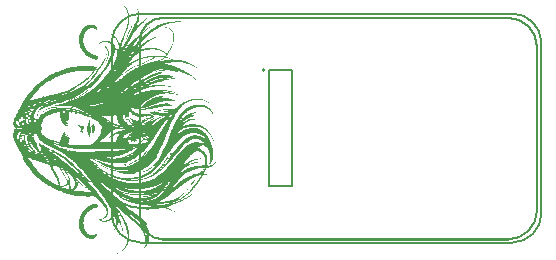
<source format=gbr>
G04 #@! TF.GenerationSoftware,KiCad,Pcbnew,(6.0.11)*
G04 #@! TF.CreationDate,2023-04-28T13:02:25+02:00*
G04 #@! TF.ProjectId,cyberticket,63796265-7274-4696-936b-65742e6b6963,rev?*
G04 #@! TF.SameCoordinates,Original*
G04 #@! TF.FileFunction,Legend,Bot*
G04 #@! TF.FilePolarity,Positive*
%FSLAX46Y46*%
G04 Gerber Fmt 4.6, Leading zero omitted, Abs format (unit mm)*
G04 Created by KiCad (PCBNEW (6.0.11)) date 2023-04-28 13:02:25*
%MOMM*%
%LPD*%
G01*
G04 APERTURE LIST*
%ADD10C,0.019843*%
%ADD11C,0.000000*%
%ADD12C,0.200000*%
%ADD13C,0.120000*%
G04 APERTURE END LIST*
D10*
X89732659Y-57300989D02*
X89733002Y-57300967D01*
X99477435Y-59085576D02*
X99477479Y-59085312D01*
X97204443Y-54967570D02*
X97204923Y-54967952D01*
X99119857Y-64720565D02*
X99120050Y-64720584D01*
X99049135Y-64693423D02*
X99049193Y-64693560D01*
X96745770Y-55283078D02*
X96728182Y-55297594D01*
X99102812Y-64689460D02*
X99102224Y-64688271D01*
X100372493Y-64819785D02*
X100372098Y-64819750D01*
X98924934Y-64768503D02*
X98924786Y-64768544D01*
X97196865Y-62811039D02*
X97196876Y-62810931D01*
X91828853Y-58130432D02*
X91828879Y-58130435D01*
X96916499Y-55188853D02*
X96916237Y-55189261D01*
X99437899Y-59132527D02*
X99437899Y-59132527D01*
X91902633Y-60205532D02*
X91902710Y-60205541D01*
X99165528Y-64126450D02*
X99190915Y-64120384D01*
X96666789Y-55325522D02*
X96667068Y-55325312D01*
X99495511Y-64625188D02*
X99484604Y-64627316D01*
X99648011Y-63944919D02*
X99632607Y-63949359D01*
X89725989Y-57303029D02*
X89726881Y-57302901D01*
X97109993Y-55047313D02*
X97109843Y-55047139D01*
X99892664Y-58591536D02*
X99889798Y-58592149D01*
X97151183Y-54966534D02*
X97150746Y-54966424D01*
X100531388Y-64663239D02*
X100532855Y-64662185D01*
X96860779Y-59729597D02*
X96860652Y-59729612D01*
X93016322Y-57370059D02*
X93016339Y-57370135D01*
X96108937Y-55789768D02*
X96106105Y-55790743D01*
X96939415Y-59694798D02*
X96939434Y-59694739D01*
X96898966Y-59717082D02*
X96898938Y-59717072D01*
X97201249Y-62825357D02*
X97205612Y-62822582D01*
X96976605Y-59676792D02*
X96976144Y-59676860D01*
X96383348Y-55527262D02*
X96383229Y-55526396D01*
X96903163Y-59702195D02*
X96902455Y-59702536D01*
X96763870Y-63074120D02*
X96763345Y-63074134D01*
X98853084Y-64807929D02*
X98852676Y-64807710D01*
X96148363Y-55745868D02*
X96152535Y-55742326D01*
X100415833Y-64760598D02*
X100427217Y-64750857D01*
X99436854Y-64660865D02*
X99437513Y-64660827D01*
X100581970Y-64632406D02*
X100581976Y-64632325D01*
X96859584Y-59729562D02*
X96859584Y-59729562D01*
X91868229Y-58141899D02*
X91871034Y-58142623D01*
X99238938Y-64645237D02*
X99238988Y-64645223D01*
X98819202Y-64755343D02*
X98821630Y-64755911D01*
X95672755Y-56038985D02*
X95672752Y-56038878D01*
X97260067Y-60745526D02*
X97260067Y-60745526D01*
X96900070Y-55167315D02*
X96900211Y-55167424D01*
X97031056Y-59648050D02*
X97031018Y-59648061D01*
X99024848Y-64756775D02*
X99011502Y-64759246D01*
X89716420Y-57312548D02*
X89718490Y-57312036D01*
X96695656Y-55312902D02*
X96695571Y-55312941D01*
X100398894Y-63913115D02*
X100400761Y-63909983D01*
X98663700Y-64823994D02*
X98650833Y-64824174D01*
X98601752Y-64849248D02*
X98603343Y-64848481D01*
X96747468Y-55285258D02*
X96747372Y-55285219D01*
X99596099Y-58919102D02*
X99595969Y-58919404D01*
X100522958Y-64671671D02*
X100522958Y-64671671D01*
X95949158Y-55928518D02*
X95949435Y-55928309D01*
X95886172Y-55922625D02*
X95886094Y-55922638D01*
X96979027Y-59662111D02*
X96979027Y-59662111D01*
X99128474Y-64724977D02*
X99129189Y-64724982D01*
X100323820Y-64896399D02*
X100324064Y-64896347D01*
X97197788Y-55174176D02*
X97220114Y-55173900D01*
X95944292Y-55881364D02*
X95944292Y-55881364D01*
X99437339Y-59093266D02*
X99437349Y-59093281D01*
X96965752Y-59703101D02*
X96966380Y-59702863D01*
X97043075Y-55067730D02*
X97046496Y-55066129D01*
X96922136Y-55263515D02*
X96923154Y-55261836D01*
X96828888Y-55177087D02*
X96828792Y-55177811D01*
X96909681Y-55150412D02*
X96910099Y-55150052D01*
X99460627Y-59076256D02*
X99460760Y-59076685D01*
X97124005Y-55014388D02*
X97118982Y-55017280D01*
X95604882Y-56074594D02*
X95604934Y-56074564D01*
X91872512Y-60229487D02*
X91874841Y-60223455D01*
X99980958Y-58574833D02*
X99980507Y-58574960D01*
X100325863Y-64896142D02*
X100326047Y-64896156D01*
X97045234Y-55054664D02*
X97035437Y-55064737D01*
X89734925Y-57296314D02*
X89736448Y-57295305D01*
X95843058Y-55922249D02*
X95841266Y-55925235D01*
X98931397Y-64784506D02*
X98930983Y-64784504D01*
X99595249Y-58923893D02*
X99595281Y-58924199D01*
X96894556Y-55181875D02*
X96894587Y-55181808D01*
X99153955Y-59345942D02*
X99154576Y-59348158D01*
X99782988Y-64442444D02*
X99783283Y-64442049D01*
X99435005Y-64042213D02*
X99432115Y-64042959D01*
X97394912Y-54830251D02*
X97392846Y-54832144D01*
X99404475Y-59146864D02*
X99404563Y-59147132D01*
X93044002Y-57339038D02*
X93050265Y-57341876D01*
X99580493Y-64618797D02*
X99578344Y-64618619D01*
X91803552Y-60387086D02*
X91806813Y-60378540D01*
X95896144Y-55908706D02*
X95898007Y-55907379D01*
X97288133Y-54812272D02*
X97287066Y-54813702D01*
X96817762Y-55159056D02*
X96810796Y-55158901D01*
X98632892Y-64809089D02*
X98634023Y-64808564D01*
X98666082Y-64794216D02*
X98661582Y-64794167D01*
X95433008Y-56181619D02*
X95432998Y-56181686D01*
X100525218Y-64649003D02*
X100527337Y-64647260D01*
X99582728Y-59031315D02*
X99585670Y-59029436D01*
X99700217Y-58862257D02*
X99700069Y-58862467D01*
X96690573Y-55371601D02*
X96689829Y-55372149D01*
X99260741Y-64064818D02*
X99260768Y-64064773D01*
X95949962Y-55927855D02*
X95950459Y-55927360D01*
X91824115Y-60325248D02*
X91825204Y-60322894D01*
X99438082Y-64617315D02*
X99437899Y-64617361D01*
X100272830Y-63946585D02*
X100272355Y-63944746D01*
X97257257Y-62787289D02*
X97251993Y-62790463D01*
X99094162Y-64683721D02*
X99092911Y-64683829D01*
X99338125Y-64642695D02*
X99341192Y-64641007D01*
X97426029Y-54716461D02*
X97425102Y-54715204D01*
X96755721Y-63060095D02*
X96755741Y-63060059D01*
X99012624Y-64724678D02*
X99012352Y-64724731D01*
X91838788Y-60302179D02*
X91842892Y-60301174D01*
X89865489Y-60386129D02*
X89864298Y-60385199D01*
X99620725Y-58949698D02*
X99620725Y-58949698D01*
X99469349Y-64602155D02*
X99468705Y-64602044D01*
X98693144Y-64740086D02*
X98693520Y-64740065D01*
X99434196Y-64617315D02*
X99434520Y-64617276D01*
X96555765Y-55386076D02*
X96555710Y-55386466D01*
X100317449Y-64846125D02*
X100317340Y-64846169D01*
X99755860Y-58886106D02*
X99755860Y-58886106D01*
X96916115Y-59713161D02*
X96915767Y-59713347D01*
X96667768Y-55399891D02*
X96673083Y-55394031D01*
X97141102Y-54962425D02*
X97174894Y-54942899D01*
X98802397Y-64752980D02*
X98802333Y-64753113D01*
X99587329Y-64602643D02*
X99577840Y-64605500D01*
X89893410Y-60382198D02*
X89893526Y-60382005D01*
X99946637Y-58607889D02*
X99956296Y-58599586D01*
X99182391Y-64081482D02*
X99203464Y-64075027D01*
X97312247Y-60774263D02*
X97301206Y-60773911D01*
X95948267Y-55929059D02*
X95948575Y-55928894D01*
X95955912Y-55921285D02*
X95956216Y-55921110D01*
X99624699Y-64589542D02*
X99624699Y-64589542D01*
X97040659Y-59646909D02*
X97040668Y-59646854D01*
X95950931Y-55926831D02*
X95951385Y-55926276D01*
X99364995Y-64665101D02*
X99363389Y-64665176D01*
X89784078Y-60316569D02*
X89784020Y-60316591D01*
X96776263Y-55159043D02*
X96775997Y-55159054D01*
X97241517Y-62778684D02*
X97239941Y-62779227D01*
X96982736Y-55188989D02*
X96979586Y-55192807D01*
X99383122Y-64663981D02*
X99392611Y-64662413D01*
X89881696Y-60380650D02*
X89882905Y-60381133D01*
X91888943Y-60214793D02*
X91889179Y-60214704D01*
X98773234Y-64807528D02*
X98781655Y-64805906D01*
X99176765Y-64697570D02*
X99156355Y-64703380D01*
X96703428Y-55392499D02*
X96703428Y-55392499D01*
X99270293Y-59268708D02*
X99270379Y-59268818D01*
X96608040Y-55336855D02*
X96608040Y-55336855D01*
X91840389Y-60291210D02*
X91840447Y-60291193D01*
X91841594Y-60350151D02*
X91843649Y-60345365D01*
X97148573Y-54999022D02*
X97143734Y-55002209D01*
X96901303Y-55181692D02*
X96901492Y-55181793D01*
X99958892Y-58648018D02*
X99961984Y-58646173D01*
X100529399Y-64645455D02*
X100530403Y-64644522D01*
X100351518Y-64755980D02*
X100351518Y-64755980D01*
X98699540Y-64801429D02*
X98699519Y-64801272D01*
X99120050Y-64720584D02*
X99120167Y-64720608D01*
X99438008Y-64617215D02*
X99438125Y-64617242D01*
X99024902Y-64743211D02*
X99023060Y-64742910D01*
X99180862Y-59329007D02*
X99177314Y-59329201D01*
X89847560Y-60346591D02*
X89845403Y-60344029D01*
X96870186Y-55157644D02*
X96860130Y-55161345D01*
X95400235Y-56199552D02*
X95399574Y-56201088D01*
X96234549Y-55653096D02*
X96237090Y-55650932D01*
X96115198Y-55734307D02*
X96126050Y-55727713D01*
X99249190Y-64083756D02*
X99242794Y-64085717D01*
X96997295Y-59653682D02*
X96997435Y-59653687D01*
X97157487Y-59598875D02*
X97151575Y-59600665D01*
X95967918Y-55909228D02*
X95966438Y-55910480D01*
X95827089Y-55965352D02*
X95827310Y-55965359D01*
X89711924Y-57313873D02*
X89709278Y-57315258D01*
X99533287Y-64573648D02*
X99520439Y-64577840D01*
X91902075Y-60206034D02*
X91902074Y-60205970D01*
X97196834Y-62811176D02*
X97196865Y-62811039D01*
X96858432Y-55197747D02*
X96856649Y-55198404D01*
X95695343Y-56066799D02*
X95696406Y-56066477D01*
X98738382Y-64768399D02*
X98805949Y-64756475D01*
X97354338Y-60752060D02*
X97354772Y-60751902D01*
X99283359Y-64110872D02*
X99268354Y-64115491D01*
X99179323Y-64720877D02*
X99179318Y-64720851D01*
X99428381Y-59120282D02*
X99423747Y-59122391D01*
X89860869Y-60382107D02*
X89859766Y-60381011D01*
X95329838Y-56218227D02*
X95329607Y-56218200D01*
X96878441Y-55286174D02*
X96878277Y-55286094D01*
X99485916Y-63991550D02*
X99485916Y-63991550D01*
X97762152Y-54596640D02*
X97764611Y-54595598D01*
X99552401Y-64597666D02*
X99553158Y-64597490D01*
X96612014Y-55448142D02*
X96621331Y-55443425D01*
X89730385Y-57301621D02*
X89730973Y-57301365D01*
X100576364Y-64598299D02*
X100576390Y-64598346D01*
X91854658Y-60268796D02*
X91854699Y-60268613D01*
X98749943Y-64750019D02*
X98760726Y-64747244D01*
X96527668Y-55446185D02*
X96529936Y-55443980D01*
X99812756Y-64366974D02*
X99825185Y-64353983D01*
X99439040Y-59117002D02*
X99438936Y-59116848D01*
X89869571Y-60388252D02*
X89869555Y-60388311D01*
X100531870Y-64641198D02*
X100531852Y-64641094D01*
X97083011Y-59615738D02*
X97082533Y-59615774D01*
X96840290Y-55169354D02*
X96835425Y-55171569D01*
X96927160Y-59677654D02*
X96927398Y-59677665D01*
X100384825Y-63862840D02*
X100384948Y-63862805D01*
X91800852Y-60398413D02*
X91802748Y-60392450D01*
X96819402Y-55236420D02*
X96819451Y-55236260D01*
X96695582Y-55316907D02*
X96695676Y-55316813D01*
X95643602Y-56072810D02*
X95644234Y-56072607D01*
X100202077Y-64916249D02*
X100202101Y-64916316D01*
X99519124Y-59087264D02*
X99519128Y-59087945D01*
X91822712Y-60344755D02*
X91822673Y-60341042D01*
X98939193Y-64760624D02*
X98932219Y-64764565D01*
X97244698Y-62777371D02*
X97244675Y-62777403D01*
X96911909Y-59699073D02*
X96914153Y-59698358D01*
X99505233Y-64621417D02*
X99505282Y-64621393D01*
X96735222Y-55289161D02*
X96748057Y-55280092D01*
X99567597Y-58939977D02*
X99567975Y-58940271D01*
X100269704Y-63994509D02*
X100266685Y-63997756D01*
X99994106Y-58575796D02*
X99994517Y-58575886D01*
X98849672Y-64796222D02*
X98849672Y-64796222D01*
X100402153Y-63907271D02*
X100402109Y-63907240D01*
X96684799Y-55375555D02*
X96684118Y-55376090D01*
X99287744Y-59201372D02*
X99280659Y-59203784D01*
X91794645Y-60412727D02*
X91796426Y-60408855D01*
X99824463Y-58762258D02*
X99827313Y-58759446D01*
X97142030Y-59601685D02*
X97142030Y-59601685D01*
X98992751Y-64756474D02*
X98993025Y-64756489D01*
X100612603Y-64534970D02*
X100612706Y-64534887D01*
X96918052Y-55134155D02*
X96917091Y-55136657D01*
X89861149Y-60375639D02*
X89865293Y-60380991D01*
X100574302Y-64599709D02*
X100573003Y-64599477D01*
X99517577Y-59092611D02*
X99517388Y-59092782D01*
X98740221Y-64772998D02*
X98738172Y-64773262D01*
X95600597Y-56120459D02*
X95599183Y-56121142D01*
X97069980Y-59625940D02*
X97076920Y-59622633D01*
X95913329Y-55928865D02*
X95908721Y-55928927D01*
X100489328Y-64688389D02*
X100489391Y-64688273D01*
X97357152Y-60750560D02*
X97357220Y-60750456D01*
X95902778Y-55928362D02*
X95902942Y-55928260D01*
X97176158Y-62805697D02*
X97176038Y-62805708D01*
X99177889Y-59311560D02*
X99186660Y-59304831D01*
X91885923Y-58145938D02*
X91886204Y-58145931D01*
X89903289Y-61902868D02*
X89903451Y-61902917D01*
X91837610Y-58140049D02*
X91837569Y-58140055D01*
X99330589Y-64712756D02*
X99330589Y-64712756D01*
X95430732Y-56178442D02*
X95430834Y-56178398D01*
X97051485Y-59629875D02*
X97051341Y-59629886D01*
X97219316Y-60749742D02*
X97219316Y-60749742D01*
X97356699Y-60750969D02*
X97356837Y-60750868D01*
X97129007Y-59615388D02*
X97127979Y-59615736D01*
X95887858Y-55926534D02*
X95875923Y-55924371D01*
X98996559Y-64756176D02*
X98996756Y-64756184D01*
X96250937Y-55641075D02*
X96261102Y-55634649D01*
X98646971Y-64816097D02*
X98646971Y-64816097D01*
X95876263Y-55933668D02*
X95876006Y-55933683D01*
X99700217Y-58862257D02*
X99700217Y-58862257D01*
X96258280Y-55662765D02*
X96258280Y-55662765D01*
X89893702Y-60381309D02*
X89893709Y-60381044D01*
X99440946Y-64002791D02*
X99440946Y-64002791D01*
X99084938Y-64143529D02*
X99083799Y-64143636D01*
X99767708Y-58731048D02*
X99724854Y-58783486D01*
X98968445Y-64783783D02*
X98975395Y-64783474D01*
X97532253Y-54734867D02*
X97534319Y-54732965D01*
X99567207Y-63954010D02*
X99571862Y-63952484D01*
X99796920Y-63834132D02*
X99808013Y-63823656D01*
X99432579Y-64657288D02*
X99431765Y-64657344D01*
X100568215Y-64626913D02*
X100571038Y-64622706D01*
X89797485Y-60273034D02*
X89797420Y-60272997D01*
X97177161Y-62805557D02*
X97176158Y-62805697D01*
X99843299Y-58743023D02*
X99844592Y-58741789D01*
X99587456Y-59028124D02*
X99596805Y-59021472D01*
X97324382Y-60746676D02*
X97323956Y-60746644D01*
X96703088Y-55273295D02*
X96702929Y-55273332D01*
X99503670Y-59090463D02*
X99508779Y-59088005D01*
X99306080Y-64675836D02*
X99297664Y-64678899D01*
X91849337Y-60318850D02*
X91849608Y-60318361D01*
X89801730Y-60304632D02*
X89796708Y-60302375D01*
X95365354Y-56238497D02*
X95365213Y-56238681D01*
X99701645Y-58899145D02*
X99710698Y-58894361D01*
X91868688Y-60242727D02*
X91868967Y-60241010D01*
X91914323Y-60180969D02*
X91914351Y-60180774D01*
X95908053Y-55928211D02*
X95908358Y-55928292D01*
X98767336Y-64832151D02*
X98760345Y-64833494D01*
X99493993Y-64628442D02*
X99493987Y-64628615D01*
X97253042Y-62799937D02*
X97253084Y-62799927D01*
X89869566Y-61923806D02*
X89869573Y-61923995D01*
X99427516Y-59124848D02*
X99427111Y-59124707D01*
X96910291Y-59712394D02*
X96910282Y-59712344D01*
X97238229Y-54936132D02*
X97253475Y-54926095D01*
X91885717Y-60229665D02*
X91885694Y-60229243D01*
X99183602Y-59288833D02*
X99176279Y-59295498D01*
X99337552Y-64652194D02*
X99324600Y-64655032D01*
X97507195Y-54748605D02*
X97507070Y-54749664D01*
X100379626Y-63862273D02*
X100379626Y-63862273D01*
X96859277Y-55200078D02*
X96859323Y-55199709D01*
X91894554Y-60176485D02*
X91894567Y-60176320D01*
X97451807Y-54765311D02*
X97454363Y-54765518D01*
X95378969Y-56240133D02*
X95373166Y-56249570D01*
X99204654Y-64735321D02*
X99197532Y-64737936D01*
X100329234Y-64834803D02*
X100334370Y-64831555D01*
X99635422Y-58954959D02*
X99635474Y-58955447D01*
X100489083Y-64671872D02*
X100488912Y-64672025D01*
X99800398Y-64373996D02*
X99800274Y-64374151D01*
X99698819Y-58865704D02*
X99698700Y-58866371D01*
X99140553Y-64138373D02*
X99133498Y-64141112D01*
X89728655Y-57312379D02*
X89729874Y-57311486D01*
X97299806Y-62764748D02*
X97300098Y-62764462D01*
X99828784Y-64407492D02*
X99828784Y-64407492D01*
X99701850Y-58864713D02*
X99701738Y-58863949D01*
X92950346Y-57396277D02*
X92950425Y-57396235D01*
X100548714Y-64642576D02*
X100551929Y-64639013D01*
X99391391Y-63997334D02*
X99382155Y-64002349D01*
X99624783Y-64589313D02*
X99624853Y-64589328D01*
X96886454Y-59723157D02*
X96881344Y-59724635D01*
X99565516Y-64592323D02*
X99567973Y-64591250D01*
X97442685Y-54832091D02*
X97442685Y-54832091D01*
X97162942Y-59596810D02*
X97165918Y-59596064D01*
X99820172Y-58775043D02*
X99816666Y-58777990D01*
X91825153Y-60303313D02*
X91825293Y-60303297D01*
X98634833Y-64828188D02*
X98634806Y-64828168D01*
X100323417Y-63895998D02*
X100324261Y-63895766D01*
X96675331Y-63071457D02*
X96675409Y-63071797D01*
X89862407Y-61866276D02*
X89864701Y-61868278D01*
X96046698Y-55820000D02*
X96046698Y-55820170D01*
X89831423Y-61843111D02*
X89831363Y-61843076D01*
X99153615Y-59340807D02*
X99153511Y-59341779D01*
X96929295Y-55153579D02*
X96930300Y-55155563D01*
X99256592Y-64129511D02*
X99249840Y-64132071D01*
X96657315Y-55353539D02*
X96657156Y-55353549D01*
X99799578Y-64376866D02*
X99799574Y-64377422D01*
X99566956Y-58990276D02*
X99576888Y-58983315D01*
X99749870Y-58816194D02*
X99749564Y-58816162D01*
X96989139Y-59652647D02*
X96989121Y-59652524D01*
X100612361Y-64533792D02*
X100612274Y-64533825D01*
X99505812Y-64621541D02*
X99505552Y-64621527D01*
X91815724Y-60346191D02*
X91816051Y-60345640D01*
X98858204Y-64790188D02*
X98858340Y-64789917D01*
X100314273Y-63900407D02*
X100316015Y-63899334D01*
X89741576Y-57287904D02*
X89741311Y-57288166D01*
X89742974Y-57302741D02*
X89743248Y-57302714D01*
X96047996Y-55820972D02*
X96047922Y-55820682D01*
X100317794Y-64845914D02*
X100317724Y-64845972D01*
X91891150Y-60187196D02*
X91895571Y-60182495D01*
X89732096Y-57300218D02*
X89732268Y-57299947D01*
X89706696Y-57313569D02*
X89707218Y-57313382D01*
X98668250Y-64813301D02*
X98680034Y-64811800D01*
X97142733Y-59612051D02*
X97140613Y-59612538D01*
X99167716Y-64734853D02*
X99181599Y-64729803D01*
X98937983Y-64789689D02*
X98933969Y-64791317D01*
X96870619Y-55153499D02*
X96838560Y-55158002D01*
X97183943Y-59588871D02*
X97183620Y-59588769D01*
X96665049Y-55327270D02*
X96665516Y-55326730D01*
X97434919Y-54820336D02*
X97419766Y-54829917D01*
X89734885Y-57306168D02*
X89737185Y-57304890D01*
X98630890Y-64808205D02*
X98631070Y-64808144D01*
X99565843Y-64635947D02*
X99566590Y-64635204D01*
X98673331Y-64823710D02*
X98669543Y-64824297D01*
X98642835Y-64820174D02*
X98642903Y-64820125D01*
X99331534Y-59175469D02*
X99331960Y-59174803D01*
X95419247Y-56189847D02*
X95417562Y-56191316D01*
X99651833Y-58934880D02*
X99667902Y-58922190D01*
X98792699Y-64826636D02*
X98796949Y-64827280D01*
X100523054Y-64641104D02*
X100523668Y-64640548D01*
X97498330Y-54752601D02*
X97498330Y-54752601D01*
X99596445Y-58925921D02*
X99596654Y-58925908D01*
X95405196Y-56189847D02*
X95406595Y-56189469D01*
X96882167Y-55117157D02*
X96902152Y-55102359D01*
X99571862Y-63952484D02*
X99581191Y-63949130D01*
X98698866Y-64802842D02*
X98698953Y-64803177D01*
X98740226Y-64777806D02*
X98743268Y-64777038D01*
X96910103Y-59711788D02*
X96910075Y-59711680D01*
X89735189Y-57291528D02*
X89735189Y-57291528D01*
X96941766Y-59685631D02*
X96946391Y-59683079D01*
X96035463Y-55837766D02*
X96035319Y-55837819D01*
X99351015Y-64053379D02*
X99360963Y-64044446D01*
X96413774Y-55569210D02*
X96403421Y-55580484D01*
X97495927Y-54770081D02*
X97498327Y-54767460D01*
X96924057Y-55259995D02*
X96924838Y-55257981D01*
X99843300Y-58727126D02*
X99843300Y-58727126D01*
X97202919Y-62838717D02*
X97199831Y-62841551D01*
X99270968Y-59267660D02*
X99270968Y-59267660D01*
X89878735Y-61885021D02*
X89881560Y-61888380D01*
X89840072Y-61879988D02*
X89838673Y-61878183D01*
X99495493Y-64640736D02*
X99498473Y-64640716D01*
X95433404Y-56183281D02*
X95433447Y-56183508D01*
X99595663Y-58925423D02*
X99595786Y-58925590D01*
X91899574Y-60209149D02*
X91900485Y-60208689D01*
X96926338Y-55194447D02*
X96941984Y-55183348D01*
X100360887Y-64828553D02*
X100360417Y-64828824D01*
X95942030Y-55885530D02*
X95942061Y-55885752D01*
X99362272Y-64665192D02*
X99362156Y-64665175D01*
X98835924Y-64791686D02*
X98836243Y-64791630D01*
X96909048Y-59699521D02*
X96909363Y-59699552D01*
X98941262Y-64788019D02*
X98941293Y-64788050D01*
X95891529Y-55928474D02*
X95891397Y-55928478D01*
X100463164Y-64700746D02*
X100463935Y-64699773D01*
X89735802Y-57301251D02*
X89736512Y-57301414D01*
X96260158Y-55699600D02*
X96262254Y-55698536D01*
X99868044Y-58735003D02*
X99867918Y-58734892D01*
X96146993Y-55686614D02*
X96140239Y-55694866D01*
X92899664Y-57368851D02*
X92898907Y-57368189D01*
X97404193Y-54731446D02*
X97408218Y-54728765D01*
X91833161Y-60303198D02*
X91833654Y-60303158D01*
X99024548Y-64688912D02*
X99024548Y-64688912D01*
X97009941Y-59657897D02*
X97014825Y-59655369D01*
X95430489Y-56178605D02*
X95430558Y-56178546D01*
X99433926Y-64617370D02*
X99422712Y-64620001D01*
X100450078Y-64721088D02*
X100446613Y-64724307D01*
X99131858Y-64708777D02*
X99115394Y-64716210D01*
X99621777Y-59004751D02*
X99620725Y-59005342D01*
X98972879Y-64720704D02*
X98972879Y-64720704D01*
X99896235Y-63738612D02*
X99899657Y-63735694D01*
X96813317Y-55235741D02*
X96812815Y-55236211D01*
X97219353Y-62802879D02*
X97220017Y-62802253D01*
X100488815Y-64688182D02*
X100488438Y-64688345D01*
X95934638Y-55893384D02*
X95936364Y-55891942D01*
X99099665Y-64764459D02*
X99099520Y-64764453D01*
X99490413Y-59089574D02*
X99487976Y-59091140D01*
X99317290Y-64103967D02*
X99332012Y-64097066D01*
X97332783Y-60772189D02*
X97333018Y-60772182D01*
X100224884Y-64931117D02*
X100230160Y-64927995D01*
X96149784Y-55683459D02*
X96148366Y-55685016D01*
X99892746Y-58775133D02*
X99892471Y-58775022D01*
X95902903Y-55931377D02*
X95903024Y-55931388D01*
X99678860Y-63948595D02*
X99684026Y-63945534D01*
X99298987Y-64111572D02*
X99306048Y-64109586D01*
X98640017Y-64820115D02*
X98638898Y-64820088D01*
X89720825Y-57305096D02*
X89716921Y-57306985D01*
X99304671Y-64668838D02*
X99314576Y-64664779D01*
X96286102Y-55650843D02*
X96286102Y-55650843D01*
X99429947Y-64661034D02*
X99433925Y-64661088D01*
X96924321Y-59708455D02*
X96924340Y-59708432D01*
X99565424Y-64574156D02*
X99582542Y-64568809D01*
X96889995Y-55184070D02*
X96885878Y-55186470D01*
X96923991Y-59707486D02*
X96923974Y-59707544D01*
X93098406Y-57385657D02*
X93098162Y-57386374D01*
X96744471Y-63075246D02*
X96744589Y-63075141D01*
X100525933Y-64682088D02*
X100524562Y-64683014D01*
X98829960Y-64800000D02*
X98830009Y-64800016D01*
X98666844Y-64812122D02*
X98643477Y-64816634D01*
X89899617Y-61908260D02*
X89898279Y-61906546D01*
X99673779Y-64536531D02*
X99674809Y-64536285D01*
X91848546Y-60269239D02*
X91849090Y-60268537D01*
X96238309Y-55766396D02*
X96238023Y-55766812D01*
X96942817Y-59693808D02*
X96943887Y-59693701D01*
X99235197Y-64661081D02*
X99230254Y-64662186D01*
X99679225Y-58877846D02*
X99711651Y-58854117D01*
X100380979Y-63861904D02*
X100381200Y-63861939D01*
X98849668Y-64764424D02*
X98849491Y-64764495D01*
X99195451Y-64669038D02*
X99227211Y-64662878D01*
X97272392Y-54836638D02*
X97277400Y-54831701D01*
X99751535Y-63906431D02*
X99750093Y-63907239D01*
X97244595Y-62776675D02*
X97244637Y-62776798D01*
X96772034Y-63072518D02*
X96770481Y-63072922D01*
X95329149Y-56218062D02*
X95329144Y-56218040D01*
X91902789Y-60205554D02*
X91902870Y-60205571D01*
X99084428Y-64708771D02*
X99084165Y-64708780D01*
X91888291Y-60215582D02*
X91888406Y-60215313D01*
X99773839Y-63850390D02*
X99791352Y-63838427D01*
X96162892Y-55698537D02*
X96149210Y-55704097D01*
X96939374Y-55166842D02*
X96941898Y-55165951D01*
X99316891Y-59175380D02*
X99321828Y-59171375D01*
X99574640Y-59075370D02*
X99569409Y-59077516D01*
X99573846Y-58925175D02*
X99571915Y-58926721D01*
X99410033Y-64616691D02*
X99419998Y-64617116D01*
X96974784Y-59676723D02*
X96974735Y-59676645D01*
X99362867Y-64645941D02*
X99362885Y-64646162D01*
X97030077Y-59647961D02*
X97030220Y-59647949D01*
X95995590Y-55805954D02*
X95995451Y-55805965D01*
X96660312Y-55332536D02*
X96660599Y-55332342D01*
X96241250Y-55669431D02*
X96229951Y-55676147D01*
X96713562Y-63068515D02*
X96713531Y-63068502D01*
X99235833Y-64657703D02*
X99235894Y-64657829D01*
X99487742Y-64650835D02*
X99480047Y-64652741D01*
X99436629Y-63979996D02*
X99437176Y-63979954D01*
X99404781Y-59142310D02*
X99404670Y-59142620D01*
X89743800Y-57284408D02*
X89743913Y-57284368D01*
X99918962Y-58658398D02*
X99919142Y-58659510D01*
X89922594Y-61928927D02*
X89922734Y-61928901D01*
X98889415Y-64720707D02*
X98889415Y-64720707D01*
X96655476Y-55412607D02*
X96655732Y-55412371D01*
X99153578Y-59343809D02*
X99153732Y-59344864D01*
X99956732Y-58599164D02*
X99956477Y-58599129D01*
X97211193Y-60735506D02*
X97213469Y-60736070D01*
X97441424Y-54736582D02*
X97436304Y-54732183D01*
X97346700Y-54879899D02*
X97346885Y-54879908D01*
X98981704Y-64765068D02*
X98977796Y-64766941D01*
X96925999Y-55253390D02*
X96925999Y-55253390D01*
X97259224Y-54920608D02*
X97267240Y-54914738D01*
X95949951Y-55879613D02*
X95949404Y-55880308D01*
X96766003Y-55275688D02*
X96766080Y-55275879D01*
X99339584Y-64042579D02*
X99339558Y-64042518D01*
X96831604Y-55322598D02*
X96837132Y-55319551D01*
X95854862Y-55953772D02*
X95854862Y-55953772D01*
X99013694Y-64736982D02*
X99013335Y-64736968D01*
X99485769Y-64036975D02*
X99485340Y-64037492D01*
X100439022Y-64746512D02*
X100431484Y-64755455D01*
X99465009Y-64602283D02*
X99462617Y-64602741D01*
X89898279Y-61906546D02*
X89897652Y-61905660D01*
X100409327Y-64825018D02*
X100412521Y-64821887D01*
X95663754Y-56074620D02*
X95663754Y-56074620D01*
X99215185Y-59298283D02*
X99219208Y-59294710D01*
X95686977Y-56029180D02*
X95687707Y-56028693D01*
X99933554Y-58671413D02*
X99925424Y-58677631D01*
X89797593Y-60273138D02*
X89797645Y-60273168D01*
X91872845Y-58174740D02*
X91872741Y-58174905D01*
X100333178Y-64820916D02*
X100332895Y-64820931D01*
X100399197Y-64756216D02*
X100399170Y-64756184D01*
X96973845Y-55067115D02*
X96973405Y-55065746D01*
X96705672Y-55305269D02*
X96701183Y-55306478D01*
X99559564Y-64643186D02*
X99560301Y-64642430D01*
X99481059Y-63993482D02*
X99481377Y-63993716D01*
X96126787Y-55773015D02*
X96127120Y-55774052D01*
X91898227Y-60215582D02*
X91898227Y-60215582D01*
X99902387Y-58664275D02*
X99898942Y-58663532D01*
X99493127Y-64627908D02*
X99493407Y-64627974D01*
X99620813Y-63980311D02*
X99620445Y-63980435D01*
X97264283Y-60769415D02*
X97285691Y-60770698D01*
X96869253Y-55200582D02*
X96872744Y-55198117D01*
X98873848Y-64784391D02*
X98873397Y-64784378D01*
X97334988Y-60770770D02*
X97334543Y-60770820D01*
X96930953Y-55173955D02*
X96929226Y-55176100D01*
X95892106Y-55915864D02*
X95891566Y-55917383D01*
X91886799Y-60235343D02*
X91886876Y-60235305D01*
X96087376Y-55833670D02*
X96060869Y-55852034D01*
X97017061Y-59674591D02*
X97010681Y-59675542D01*
X89850587Y-61863616D02*
X89851997Y-61864939D01*
X99018567Y-64711673D02*
X99004690Y-64714824D01*
X99833269Y-58753169D02*
X99836203Y-58749849D01*
X97156521Y-54999022D02*
X97164946Y-54993768D01*
X99494007Y-64640792D02*
X99495493Y-64640736D01*
X99592431Y-59016452D02*
X99585307Y-59019104D01*
X99848460Y-58727248D02*
X99843299Y-58735072D01*
X97428278Y-54706117D02*
X97428217Y-54705848D01*
X97104267Y-59622542D02*
X97104197Y-59622644D01*
X97561346Y-54766888D02*
X97557412Y-54768961D01*
X89831224Y-61843010D02*
X89831063Y-61842953D01*
X95918936Y-55940617D02*
X95924388Y-55939131D01*
X91796827Y-60440270D02*
X91796838Y-60440272D01*
X99954706Y-58599735D02*
X99954586Y-58599941D01*
X97205755Y-62818881D02*
X97206007Y-62818731D01*
X99891328Y-58782108D02*
X99891248Y-58782348D01*
X100264439Y-64939474D02*
X100258934Y-64941357D01*
X96754369Y-63059780D02*
X96752853Y-63059720D01*
X93055382Y-57464956D02*
X93052880Y-57468584D01*
X97426789Y-54704907D02*
X97426789Y-54704907D01*
X96940707Y-59694145D02*
X96941229Y-59694037D01*
X100006120Y-58552118D02*
X100009351Y-58550425D01*
X89868638Y-60378215D02*
X89873209Y-60380522D01*
X97207949Y-54955903D02*
X97223023Y-54945929D01*
X100202330Y-64915338D02*
X100202178Y-64915726D01*
X99483090Y-63994226D02*
X99484169Y-63994263D01*
X99480296Y-63991550D02*
X99480328Y-63992047D01*
X98619146Y-64812119D02*
X98619146Y-64812119D01*
X99169919Y-59336124D02*
X99172153Y-59335373D01*
X99584354Y-64588324D02*
X99586824Y-64588294D01*
X96941702Y-55181360D02*
X96947935Y-55178515D01*
X99424965Y-64080287D02*
X99426095Y-64078947D01*
X96914327Y-59701563D02*
X96914322Y-59701546D01*
X95672185Y-56038084D02*
X95672185Y-56038084D01*
X89855323Y-61908729D02*
X89855323Y-61908729D01*
X99717366Y-58840783D02*
X99711515Y-58847836D01*
X99518975Y-59089370D02*
X99518823Y-59090075D01*
X99606519Y-58909615D02*
X99604008Y-58911575D01*
X96612690Y-55328395D02*
X96612856Y-55328339D01*
X96658901Y-55331067D02*
X96658880Y-55331434D01*
X97073234Y-59633491D02*
X97073310Y-59633445D01*
X96587101Y-55466996D02*
X96563538Y-55481301D01*
X99330336Y-59206120D02*
X99342441Y-59190074D01*
X98992541Y-64756660D02*
X98992513Y-64756636D01*
X96674045Y-55317985D02*
X96672540Y-55318973D01*
X89897055Y-61904754D02*
X89889021Y-61896095D01*
X96202637Y-55682638D02*
X96202637Y-55682638D01*
X89694415Y-57316919D02*
X89694390Y-57316913D01*
X99104075Y-64718892D02*
X99115955Y-64715719D01*
X97253341Y-62799582D02*
X97253357Y-62799524D01*
X98763504Y-64808292D02*
X98765005Y-64808188D01*
X99474751Y-64590090D02*
X99476584Y-64589327D01*
X91816749Y-60338795D02*
X91816749Y-60338795D01*
X97110589Y-55049118D02*
X97110551Y-55048811D01*
X99559498Y-59033400D02*
X99556878Y-59035713D01*
X99345394Y-64042137D02*
X99345007Y-64042152D01*
X96956050Y-55120759D02*
X96910102Y-55142104D01*
X89800877Y-60278709D02*
X89802129Y-60280193D01*
X99811505Y-58679432D02*
X99789405Y-58705064D01*
X100275045Y-63930103D02*
X100276131Y-63927827D01*
X89851824Y-60360445D02*
X89854932Y-60362952D01*
X95433459Y-56183617D02*
X95433465Y-56183721D01*
X96034326Y-55815031D02*
X96034685Y-55814633D01*
X97178579Y-54978058D02*
X97185795Y-54972113D01*
X96695693Y-63064750D02*
X96693238Y-63065382D01*
X97349117Y-54867677D02*
X97349134Y-54867336D01*
X97238111Y-62797523D02*
X97238273Y-62797260D01*
X99791218Y-64441656D02*
X99784753Y-64447112D01*
X96965241Y-55053926D02*
X97028471Y-55005855D01*
X99974006Y-58603900D02*
X99975970Y-58601390D01*
X96665637Y-55331823D02*
X96667612Y-55330803D01*
X99432456Y-64620330D02*
X99435071Y-64619466D01*
X96902152Y-55173901D02*
X96901924Y-55173998D01*
X96819530Y-55235926D02*
X96819559Y-55235756D01*
X99467438Y-59107752D02*
X99467467Y-59108166D01*
X99333513Y-64688720D02*
X99334172Y-64688670D01*
X99094540Y-64156813D02*
X99093933Y-64157294D01*
X100424592Y-64786897D02*
X100403759Y-64819382D01*
X99108324Y-64723361D02*
X99108016Y-64723666D01*
X99865579Y-64372334D02*
X99864911Y-64372559D01*
X99636357Y-58996158D02*
X99636157Y-58995925D01*
X98925409Y-64740478D02*
X98925363Y-64740507D01*
X97257083Y-60775353D02*
X97250073Y-60775396D01*
X99552407Y-64597505D02*
X99553158Y-64597490D01*
X96776460Y-55270698D02*
X96779445Y-55268282D01*
X97193976Y-62812999D02*
X97193606Y-62813307D01*
X99334562Y-64700834D02*
X99135835Y-64744553D01*
X98689522Y-64787762D02*
X98689865Y-64787746D01*
X89815995Y-60302091D02*
X89813590Y-60299043D01*
X95902361Y-55931178D02*
X95902080Y-55931014D01*
X98599274Y-64828016D02*
X98599274Y-64828016D01*
X97042987Y-59645478D02*
X97044569Y-59644782D01*
X100526009Y-64620619D02*
X100526048Y-64620502D01*
X99179553Y-64684931D02*
X99179553Y-64684931D01*
X98727140Y-64826818D02*
X98726385Y-64826448D01*
X97205094Y-60733024D02*
X97205100Y-60733064D01*
X99350465Y-64081068D02*
X99350830Y-64081077D01*
X96310417Y-55630999D02*
X96310339Y-55630952D01*
X99068268Y-64764428D02*
X99040468Y-64766800D01*
X100427952Y-64698115D02*
X100442851Y-64689185D01*
X99438813Y-59116724D02*
X99438671Y-59116632D01*
X97174764Y-62837350D02*
X97174836Y-62836918D01*
X99516770Y-64049035D02*
X99513930Y-64050380D01*
X89750656Y-57293539D02*
X89749044Y-57295028D01*
X89745056Y-57284435D02*
X89745045Y-57284467D01*
X96037603Y-55799349D02*
X96036747Y-55800209D01*
X97457496Y-54783205D02*
X97458059Y-54783316D01*
X99073553Y-64153793D02*
X99081094Y-64152320D01*
X98809927Y-64808145D02*
X98809927Y-64808145D01*
X97045235Y-55094409D02*
X97048858Y-55091447D01*
X96775270Y-63071140D02*
X96775270Y-63071140D01*
X97402876Y-54824184D02*
X97400910Y-54825510D01*
X98726631Y-64833381D02*
X98726703Y-64835104D01*
X99269775Y-64123943D02*
X99263233Y-64126796D01*
X89718786Y-57308360D02*
X89720289Y-57307323D01*
X96278152Y-55607123D02*
X96214559Y-55670715D01*
X89696001Y-57332441D02*
X89695907Y-57332429D01*
X99128147Y-64724236D02*
X99128070Y-64724273D01*
X99672592Y-64536906D02*
X99673779Y-64536531D01*
X95941836Y-55883534D02*
X95941779Y-55883561D01*
X99799126Y-63855376D02*
X99801190Y-63854848D01*
X97174836Y-62836918D02*
X97175023Y-62836503D01*
X99597100Y-63911188D02*
X99594375Y-63911445D01*
X99288860Y-64684782D02*
X99291843Y-64684844D01*
X91819295Y-60389551D02*
X91819171Y-60388602D01*
X91838979Y-60290915D02*
X91839042Y-60290921D01*
X97355621Y-60762390D02*
X97336621Y-60762491D01*
X99592797Y-58912826D02*
X99588558Y-58915543D01*
X100526312Y-64636089D02*
X100526237Y-64635839D01*
X89714760Y-57308117D02*
X89712637Y-57309316D01*
X91889723Y-60214633D02*
X91890027Y-60214644D01*
X100337781Y-64826558D02*
X100332848Y-64831463D01*
X98816818Y-64748734D02*
X98816684Y-64748711D01*
X96985284Y-55056060D02*
X96989251Y-55054061D01*
X100283627Y-64894409D02*
X100274563Y-64901240D01*
X100331814Y-64820857D02*
X100331761Y-64820836D01*
X97426789Y-54704907D02*
X97408589Y-54714635D01*
X96166865Y-55746230D02*
X96181455Y-55736758D01*
X91894795Y-60211152D02*
X91898637Y-60209577D01*
X100351034Y-64755536D02*
X100351077Y-64755739D01*
X99796693Y-58813981D02*
X99797737Y-58813345D01*
X96868862Y-55164928D02*
X96868947Y-55165185D01*
X99471014Y-59091887D02*
X99472011Y-59092268D01*
X99553695Y-63965414D02*
X99552275Y-63966438D01*
X96911763Y-59710775D02*
X96911216Y-59710911D01*
X89804712Y-60283099D02*
X89806002Y-60284552D01*
X97453738Y-54783247D02*
X97454534Y-54783155D01*
X99080190Y-64724678D02*
X99080190Y-64724678D01*
X99489569Y-64585569D02*
X99489569Y-64585569D01*
X97347298Y-54871837D02*
X97347503Y-54871691D01*
X89905038Y-61902910D02*
X89905037Y-61902867D01*
X97378659Y-54851968D02*
X97379143Y-54852464D01*
X99562043Y-64581402D02*
X99562431Y-64581376D01*
X95320479Y-56229305D02*
X95320236Y-56229359D01*
X91894253Y-60177826D02*
X91894253Y-60177826D01*
X96420873Y-55472396D02*
X96420797Y-55472534D01*
X100565312Y-64631062D02*
X100568215Y-64626913D01*
X95595405Y-56122637D02*
X95595133Y-56122684D01*
X89885428Y-61918490D02*
X89885401Y-61918534D01*
X89838625Y-60333660D02*
X89837953Y-60332364D01*
X91896390Y-60216333D02*
X91896718Y-60216336D01*
X100374141Y-63951556D02*
X100373818Y-63953237D01*
X99830433Y-64361594D02*
X99825439Y-64363551D01*
X98691291Y-64808190D02*
X98695014Y-64806244D01*
X100390866Y-63884756D02*
X100390866Y-63884756D01*
X99060319Y-64764428D02*
X99060319Y-64764428D01*
X96786608Y-55197273D02*
X96780716Y-55201359D01*
X99068266Y-64716729D02*
X99082104Y-64710587D01*
X91845073Y-60310038D02*
X91844571Y-60310971D01*
X89893670Y-60381559D02*
X89893702Y-60381309D01*
X97178566Y-59591848D02*
X97178967Y-59591709D01*
X97162840Y-54992601D02*
X97163328Y-54992187D01*
X100307705Y-63885650D02*
X100310219Y-63882209D01*
X99982369Y-58574614D02*
X99981889Y-58574661D01*
X98900304Y-64752300D02*
X98900964Y-64752265D01*
X89797184Y-60273103D02*
X89797261Y-60273094D01*
X98923378Y-64740398D02*
X98924163Y-64740361D01*
X97655618Y-54671583D02*
X97665260Y-54665161D01*
X96420462Y-55475325D02*
X96420498Y-55475466D01*
X89723794Y-57315977D02*
X89725023Y-57315098D01*
X99130159Y-64724904D02*
X99132803Y-64724532D01*
X99397242Y-59117444D02*
X99396265Y-59118481D01*
X96449441Y-55547130D02*
X96449354Y-55547246D01*
X96931314Y-59709870D02*
X96931250Y-59709889D01*
X99601837Y-64611497D02*
X99601841Y-64611316D01*
X99624330Y-64589284D02*
X99624588Y-64589292D01*
X99853236Y-56149645D02*
X99853030Y-56150769D01*
X97347298Y-54863888D02*
X97343843Y-54864879D01*
X100624129Y-64663237D02*
X100624269Y-64663017D01*
X89731641Y-57301158D02*
X89731978Y-57301084D01*
X89869578Y-60387616D02*
X89869594Y-60387795D01*
X96989139Y-59653064D02*
X96989148Y-59652922D01*
X91894567Y-60176320D02*
X91894569Y-60176171D01*
X99575711Y-63952280D02*
X99575848Y-63952206D01*
X100316514Y-64836865D02*
X100324566Y-64829810D01*
X97126433Y-55069295D02*
X97127091Y-55068250D01*
X96683291Y-55308276D02*
X96684110Y-55307856D01*
X96580216Y-55364678D02*
X96577049Y-55366922D01*
X99755860Y-58862257D02*
X99755860Y-58862257D01*
X99629874Y-58913818D02*
X99627760Y-58913598D01*
X96258522Y-55662643D02*
X96258815Y-55662531D01*
X97107194Y-55046851D02*
X97106663Y-55046952D01*
X97031082Y-59648040D02*
X97031056Y-59648050D01*
X97195458Y-62811687D02*
X97193976Y-62812999D01*
X96987817Y-55099746D02*
X96998554Y-55091520D01*
X95605373Y-56071352D02*
X95606027Y-56070923D01*
X99701114Y-63906064D02*
X99704067Y-63904638D01*
X99445204Y-59085277D02*
X99444484Y-59085852D01*
X89890238Y-60372556D02*
X89889648Y-60371461D01*
X99008429Y-64698611D02*
X99009725Y-64697932D01*
X99439318Y-59118150D02*
X99439293Y-59117877D01*
X89869583Y-60388188D02*
X89869571Y-60388252D01*
X99536589Y-64609702D02*
X99535686Y-64609229D01*
X93069837Y-57438365D02*
X93066128Y-57446134D01*
X97450651Y-54808478D02*
X97450636Y-54808243D01*
X100357143Y-63907240D02*
X100357143Y-63907240D01*
X95880458Y-55918212D02*
X95884435Y-55915913D01*
X99314932Y-64664205D02*
X99263722Y-64678630D01*
X100356112Y-64845167D02*
X100362803Y-64837949D01*
X99388228Y-64672613D02*
X99386960Y-64672650D01*
X100331958Y-64820892D02*
X100331814Y-64820857D01*
X99689938Y-58873874D02*
X99685157Y-58880011D01*
X96747785Y-55287398D02*
X96747847Y-55287067D01*
X99230439Y-64712729D02*
X99231889Y-64713203D01*
X99437899Y-59092780D02*
X99437899Y-59092780D01*
X95940806Y-55887600D02*
X95941403Y-55886902D01*
X100235816Y-64871464D02*
X100234451Y-64872729D01*
X99477983Y-64589642D02*
X99477527Y-64589597D01*
X89857074Y-61910455D02*
X89858845Y-61912164D01*
X96655086Y-55412841D02*
X96655261Y-55412762D01*
X99132382Y-64697628D02*
X99124942Y-64698259D01*
X99199570Y-64120689D02*
X99199504Y-64120731D01*
X99004676Y-64700835D02*
X99004676Y-64700835D01*
X96958646Y-55157237D02*
X96958649Y-55157023D01*
X91810172Y-60375701D02*
X91808600Y-60380444D01*
X96906298Y-55156702D02*
X96906656Y-55155604D01*
X99407222Y-63980308D02*
X99407222Y-63980308D01*
X97172873Y-62804360D02*
X97172870Y-62804445D01*
X97253280Y-62799739D02*
X97253303Y-62799690D01*
X95909748Y-55894077D02*
X95909851Y-55893664D01*
X99819452Y-58782768D02*
X99819452Y-58782768D01*
X97253475Y-54926095D02*
X97261083Y-54920857D01*
X96932959Y-55170785D02*
X96932384Y-55171829D01*
X99937104Y-58570447D02*
X99941015Y-58564823D01*
X96985401Y-59671520D02*
X96988929Y-59669616D01*
X96454563Y-55527196D02*
X96430420Y-55546373D01*
X91843649Y-60345365D02*
X91845527Y-60340540D01*
X95940063Y-55925181D02*
X95939754Y-55925266D01*
X96221571Y-55691886D02*
X96242381Y-55674689D01*
X89813568Y-60312903D02*
X89813590Y-60312956D01*
X99692268Y-58949697D02*
X99692268Y-58949697D01*
X95434686Y-56181888D02*
X95434581Y-56181781D01*
X97177386Y-62799573D02*
X97176206Y-62800445D01*
X98729265Y-64787343D02*
X98728668Y-64787405D01*
X96908293Y-55152071D02*
X96908601Y-55151626D01*
X95885191Y-55924213D02*
X95885104Y-55924592D01*
X97191451Y-54981514D02*
X97188317Y-54983123D01*
X99799766Y-64378857D02*
X99799826Y-64379039D01*
X92941679Y-57406764D02*
X92934177Y-57400704D01*
X99808013Y-63823656D02*
X99818646Y-63812445D01*
X89878270Y-60357114D02*
X89875679Y-60354383D01*
X100379759Y-63862151D02*
X100379626Y-63862273D01*
X100348343Y-63941685D02*
X100347590Y-63941536D01*
X96900359Y-59703001D02*
X96900326Y-59702992D01*
X96932384Y-55171829D02*
X96931711Y-55172887D01*
X96260285Y-55664536D02*
X96259246Y-55665336D01*
X99147203Y-59377142D02*
X99149054Y-59376458D01*
X97075718Y-59634407D02*
X97075429Y-59634459D01*
X91818716Y-60385706D02*
X91818585Y-60384755D01*
X99199088Y-64098415D02*
X99198922Y-64098388D01*
X91858949Y-58138821D02*
X91853490Y-58136804D01*
X97343783Y-60773992D02*
X97344490Y-60774065D01*
X96944959Y-59693597D02*
X96946024Y-59693468D01*
X99100062Y-64764424D02*
X99100062Y-64764424D01*
X99598461Y-63953152D02*
X99598363Y-63952706D01*
X99576032Y-63952577D02*
X99575756Y-63952559D01*
X96376484Y-55610949D02*
X96376329Y-55611265D01*
X96393783Y-55562165D02*
X96377204Y-55577750D01*
X97317680Y-60753958D02*
X97318385Y-60753675D01*
X99434520Y-64617276D02*
X99434884Y-64617242D01*
X98698755Y-64802486D02*
X98698866Y-64802842D01*
X99020751Y-64688188D02*
X99019202Y-64688428D01*
X96381490Y-55523658D02*
X96381118Y-55523332D01*
X96860893Y-59729580D02*
X96860779Y-59729597D01*
X98730214Y-64772247D02*
X98730054Y-64772117D01*
X97148573Y-54967225D02*
X97136504Y-54974706D01*
X97577118Y-54725365D02*
X97563783Y-54728437D01*
X96746770Y-55285399D02*
X96746746Y-55285487D01*
X99446569Y-64002791D02*
X99446569Y-64002791D01*
X97019810Y-55143261D02*
X97021388Y-55142104D01*
X98698638Y-64816092D02*
X98695201Y-64817686D01*
X97252969Y-62798545D02*
X97252943Y-62798560D01*
X97132874Y-55027705D02*
X97134949Y-55025734D01*
X96688657Y-55404604D02*
X96687424Y-55405612D01*
X99312006Y-64087919D02*
X99308149Y-64087862D01*
X100502402Y-64655607D02*
X100497255Y-64665900D01*
X99199254Y-64098346D02*
X99199254Y-64098346D01*
X96870356Y-55165951D02*
X96870973Y-55165622D01*
X95335519Y-56215041D02*
X95334977Y-56215554D01*
X96660877Y-55332135D02*
X96661145Y-55331916D01*
X89825388Y-61841110D02*
X89825237Y-61841061D01*
X98929047Y-64784362D02*
X98928927Y-64784335D01*
X96894451Y-55181743D02*
X96894344Y-55181784D01*
X99100282Y-64704658D02*
X99100310Y-64704680D01*
X99977300Y-64236057D02*
X99984623Y-64227946D01*
X95604064Y-56073075D02*
X95604054Y-56073200D01*
X100494853Y-64711016D02*
X100494853Y-64711016D01*
X95428880Y-56182844D02*
X95429019Y-56182464D01*
X99783450Y-63861426D02*
X99786313Y-63860139D01*
X97252901Y-62798639D02*
X97252897Y-62798675D01*
X99481741Y-63993904D02*
X99482150Y-63994051D01*
X96910099Y-55150052D02*
X96917872Y-55144116D01*
X97323970Y-60766135D02*
X97318532Y-60766352D01*
X99351021Y-64042224D02*
X99345394Y-64042137D01*
X99306048Y-64109586D02*
X99306048Y-64109586D01*
X95952504Y-55875536D02*
X95951515Y-55877180D01*
X99582568Y-64593813D02*
X99576670Y-64595509D01*
X99408681Y-63980670D02*
X99408174Y-63980648D01*
X99168627Y-64673707D02*
X99182022Y-64671490D01*
X99567232Y-58939668D02*
X99567597Y-58939977D01*
X95991988Y-55805849D02*
X95991988Y-55805849D01*
X93008374Y-57374334D02*
X93010561Y-57372515D01*
X97427547Y-54704831D02*
X97427382Y-54704785D01*
X99384380Y-64643148D02*
X99387306Y-64642222D01*
X97050610Y-59629843D02*
X97050617Y-59629830D01*
X97572571Y-54779419D02*
X97603973Y-54755747D01*
X91816892Y-60337944D02*
X91816891Y-60337737D01*
X98862677Y-64808612D02*
X98874083Y-64806524D01*
X99267927Y-64651890D02*
X99257034Y-64655018D01*
X96171169Y-55658868D02*
X96171069Y-55658826D01*
X99387572Y-64004601D02*
X99390891Y-64004052D01*
X95691146Y-56068265D02*
X95693238Y-56067512D01*
X99960459Y-64232714D02*
X99963987Y-64229914D01*
X99949578Y-58653531D02*
X99951096Y-58652567D01*
X96819451Y-55236260D02*
X96819494Y-55236095D01*
X97110551Y-55048811D02*
X97110498Y-55048518D01*
X99297062Y-64110543D02*
X99297322Y-64110859D01*
X98595419Y-64847527D02*
X98595367Y-64847593D01*
X89823736Y-61866817D02*
X89823991Y-61868637D01*
X97078572Y-55111392D02*
X97078462Y-55111140D01*
X97326935Y-60750670D02*
X97327197Y-60750476D01*
X98703070Y-64819457D02*
X98720891Y-64816526D01*
X96939681Y-59694431D02*
X96940191Y-59694275D01*
X99274242Y-64673499D02*
X99342511Y-64653141D01*
X99429788Y-59110583D02*
X99432653Y-59108950D01*
X96171694Y-55660265D02*
X96171693Y-55660106D01*
X100551063Y-64609843D02*
X100552292Y-64608870D01*
X99099370Y-64764439D02*
X99099215Y-64764418D01*
X99482663Y-63991055D02*
X99483213Y-63990975D01*
X99653295Y-58909928D02*
X99653129Y-58909874D01*
X99622885Y-64589343D02*
X99623667Y-64589298D01*
X96712224Y-63062218D02*
X96707507Y-63062679D01*
X98720362Y-64796252D02*
X98697422Y-64807491D01*
X96900515Y-55176220D02*
X96900432Y-55176566D01*
X99406904Y-63980479D02*
X99406866Y-63980452D01*
X99424162Y-59112915D02*
X99435001Y-59105599D01*
X99063091Y-64743493D02*
X99074522Y-64738657D01*
X99474620Y-59109662D02*
X99474756Y-59110276D01*
X99008546Y-64724715D02*
X99008649Y-64724678D01*
X95866655Y-55931723D02*
X95866568Y-55931720D01*
X89796222Y-60272783D02*
X89796149Y-60272795D01*
X97160046Y-59596680D02*
X97155157Y-59598321D01*
X95661790Y-56045429D02*
X95658252Y-56046778D01*
X99298793Y-64637243D02*
X99298793Y-64637243D01*
X99402312Y-64679147D02*
X99384358Y-64688157D01*
X100315631Y-64846396D02*
X100315401Y-64846374D01*
X99429950Y-59124576D02*
X99429664Y-59124769D01*
X99306429Y-64109505D02*
X99306885Y-64109445D01*
X91884357Y-60225913D02*
X91884242Y-60225376D01*
X99160250Y-59368925D02*
X99160021Y-59369974D01*
X98822837Y-64795211D02*
X98828293Y-64793682D01*
X100247366Y-64944377D02*
X100247389Y-64944397D01*
X100356213Y-63973557D02*
X100356175Y-63972695D01*
X97156106Y-54991372D02*
X97155919Y-54991575D01*
X99481349Y-64589606D02*
X99481028Y-64589650D01*
X97203861Y-62809772D02*
X97203861Y-62809772D01*
X91894253Y-60175838D02*
X91894253Y-60175838D01*
X99788026Y-58870017D02*
X99787846Y-58870085D01*
X99351249Y-64081343D02*
X99351152Y-64081409D01*
X99767576Y-63890156D02*
X99768060Y-63890041D01*
X99844592Y-58741789D02*
X99845937Y-58740618D01*
X96556061Y-55385028D02*
X96555998Y-55385181D01*
X100257545Y-64938161D02*
X100261076Y-64935020D01*
X91863512Y-60267987D02*
X91860469Y-60275200D01*
X99331565Y-64051431D02*
X99325551Y-64053293D01*
X97035695Y-55158266D02*
X97010355Y-55169425D01*
X100381312Y-64851628D02*
X100381071Y-64851554D01*
X97419387Y-54851906D02*
X97417894Y-54853514D01*
X95793447Y-55978971D02*
X95784601Y-55981876D01*
X97078918Y-55113672D02*
X97078894Y-55112956D01*
X96083088Y-55802400D02*
X96079172Y-55805467D01*
X96924104Y-59707230D02*
X96924078Y-59707276D01*
X97109974Y-55053053D02*
X97110095Y-55052752D01*
X97046416Y-55152725D02*
X97041371Y-55155511D01*
X99771153Y-63858123D02*
X99768708Y-63858873D01*
X98730248Y-64828021D02*
X98730436Y-64828018D01*
X96702132Y-55277670D02*
X96702942Y-55276773D01*
X96973694Y-55062614D02*
X96977497Y-55060321D01*
X96383722Y-55606278D02*
X96389891Y-55601175D01*
X99824586Y-58739460D02*
X99822627Y-58741006D01*
X99065270Y-64762889D02*
X99058347Y-64765484D01*
X96682633Y-55382786D02*
X96686999Y-55377284D01*
X95882202Y-55934273D02*
X95881941Y-55934300D01*
X97074188Y-59634492D02*
X97074061Y-59634469D01*
X96573930Y-55369238D02*
X96570861Y-55371624D01*
X95999936Y-55813797D02*
X95999936Y-55813797D01*
X96910075Y-59711680D02*
X96910064Y-59711629D01*
X96055580Y-55774053D02*
X96055580Y-55774053D01*
X99892471Y-58775022D02*
X99891809Y-58774872D01*
X99557589Y-59002015D02*
X99539638Y-59019217D01*
X96095324Y-55793925D02*
X96095324Y-55793925D01*
X99509441Y-59068934D02*
X99509132Y-59069282D01*
X99351308Y-64081286D02*
X99351249Y-64081343D01*
X95866845Y-55931715D02*
X95866748Y-55931721D01*
X91810646Y-60400395D02*
X91810002Y-60404120D01*
X97299985Y-62761765D02*
X97299859Y-62761809D01*
X96829448Y-55181430D02*
X96829602Y-55181593D01*
X96682956Y-55414888D02*
X96687530Y-55412371D01*
X100375312Y-63921136D02*
X100371050Y-63923873D01*
X97094059Y-59611525D02*
X97093867Y-59611542D01*
X96905187Y-59710882D02*
X96906223Y-59710281D01*
X100379777Y-64851272D02*
X100379725Y-64851299D01*
X99974925Y-64222004D02*
X99975081Y-64221908D01*
X100460168Y-64706960D02*
X100460152Y-64706717D01*
X96700503Y-63064232D02*
X96700371Y-63064243D01*
X95965786Y-55822265D02*
X95970137Y-55818507D01*
X97350000Y-60762388D02*
X97350000Y-60762388D01*
X95951385Y-55926276D02*
X95952261Y-55925122D01*
X96969408Y-55066984D02*
X96969140Y-55067884D01*
X96645867Y-55396611D02*
X96635860Y-55408397D01*
X99081155Y-64708699D02*
X99081548Y-64708688D01*
X97569653Y-54703983D02*
X97569850Y-54704053D01*
X89922845Y-61928863D02*
X89922888Y-61928840D01*
X100548717Y-64605661D02*
X100549467Y-64604174D01*
X89893526Y-60382005D02*
X89893612Y-60381792D01*
X99871433Y-58651150D02*
X99872614Y-58648139D01*
X99426131Y-59102995D02*
X99424146Y-59104002D01*
X98630978Y-64782998D02*
X98630646Y-64783613D01*
X91854562Y-60269114D02*
X91854612Y-60268964D01*
X99564763Y-58934398D02*
X99564676Y-58934718D01*
X99032496Y-64708782D02*
X99025521Y-64710176D01*
X93015654Y-57369659D02*
X93015752Y-57369673D01*
X99736884Y-58811512D02*
X99746110Y-58804876D01*
X99676600Y-64536573D02*
X99676665Y-64536804D01*
X96973501Y-55126330D02*
X96973692Y-55126205D01*
X97045072Y-59646650D02*
X97045072Y-59646650D01*
X100330297Y-63895098D02*
X100332055Y-63895143D01*
X99821338Y-64375190D02*
X99826308Y-64371544D01*
X95992798Y-55805398D02*
X95992671Y-55805381D01*
X96015835Y-55793925D02*
X96028666Y-55786880D01*
X96700888Y-63063263D02*
X96700904Y-63063408D01*
X99143763Y-64756765D02*
X99147758Y-64756475D01*
X99330585Y-64688905D02*
X99330861Y-64688915D01*
X99058420Y-64713519D02*
X99058295Y-64713465D01*
X99994703Y-58576076D02*
X99994331Y-58576092D01*
X99326390Y-64712879D02*
X99326362Y-64712859D01*
X96047419Y-55738507D02*
X96047410Y-55738470D01*
X99634398Y-58888372D02*
X99632078Y-58890535D01*
X100313324Y-64886960D02*
X100331184Y-64870032D01*
X99470089Y-64629608D02*
X99469830Y-64629597D01*
X98821931Y-64736745D02*
X98821738Y-64736738D01*
X98730347Y-64787408D02*
X98730187Y-64787365D01*
X96747751Y-55285545D02*
X96747695Y-55285455D01*
X99485509Y-64628514D02*
X99487832Y-64628152D01*
X99760265Y-63912130D02*
X99761334Y-63912861D01*
X93060762Y-57418413D02*
X93060848Y-57418412D01*
X99469098Y-64594025D02*
X99469434Y-64593553D01*
X100247554Y-64912882D02*
X100250515Y-64909679D01*
X96859584Y-59729562D02*
X96866773Y-59726905D01*
X99565315Y-64581551D02*
X99565342Y-64581563D01*
X96449629Y-55543705D02*
X96449697Y-55543798D01*
X100213809Y-64947090D02*
X100217924Y-64944491D01*
X96421238Y-55475964D02*
X96442524Y-55464290D01*
X99952078Y-58598363D02*
X99920848Y-58621809D01*
X99215897Y-64694170D02*
X99216610Y-64693811D01*
X99236031Y-64658248D02*
X99236061Y-64658400D01*
X99756732Y-58869104D02*
X99756867Y-58868801D01*
X96345719Y-55547505D02*
X96345719Y-55547505D01*
X97349469Y-54872078D02*
X97349647Y-54871659D01*
X96376329Y-55611265D02*
X96376246Y-55611508D01*
X96859501Y-59729621D02*
X96859499Y-59729611D01*
X97341869Y-60769722D02*
X97341851Y-60769670D01*
X99340331Y-64672065D02*
X99342321Y-64671333D01*
X99270303Y-59268540D02*
X99270293Y-59268708D01*
X95334648Y-56305118D02*
X95334695Y-56305140D01*
X97234683Y-62799945D02*
X97234690Y-62799942D01*
X96927747Y-59693046D02*
X96932402Y-59690550D01*
X100524117Y-64673163D02*
X100524644Y-64672455D01*
X100610957Y-64535997D02*
X100611242Y-64535818D01*
X100365500Y-64817860D02*
X100365420Y-64817898D01*
X89703215Y-57328582D02*
X89704274Y-57328064D01*
X95945553Y-55881051D02*
X95945259Y-55880975D01*
X99477799Y-59052828D02*
X99477944Y-59052590D01*
X97309987Y-60774392D02*
X97327518Y-60772225D01*
X99950235Y-58619604D02*
X99947894Y-58621269D01*
X99469531Y-64629390D02*
X99469600Y-64629343D01*
X93087381Y-57396250D02*
X93086809Y-57396773D01*
X98995307Y-64782805D02*
X98994239Y-64783323D01*
X96781765Y-55158099D02*
X96781097Y-55158205D01*
X100280851Y-64845466D02*
X100280624Y-64845447D01*
X95604736Y-56071809D02*
X95604736Y-56071809D01*
X96420665Y-55472841D02*
X96420608Y-55473008D01*
X96723422Y-63068017D02*
X96724524Y-63068294D01*
X96910064Y-59711629D02*
X96910057Y-59711579D01*
X98734140Y-64828067D02*
X98733816Y-64828104D01*
X99615056Y-63980386D02*
X99615193Y-63980311D01*
X97461736Y-54774159D02*
X97458854Y-54772963D01*
X96170959Y-55658801D02*
X96170840Y-55658792D01*
X99116924Y-64721644D02*
X99117665Y-64721352D01*
X97209406Y-62833469D02*
X97206114Y-62836028D01*
X89733843Y-57309697D02*
X89733855Y-57309711D01*
X100556215Y-64606302D02*
X100557587Y-64605545D01*
X96700768Y-63062630D02*
X96700783Y-63062695D01*
X89921351Y-61927124D02*
X89919739Y-61925683D01*
X99606809Y-64591503D02*
X99613761Y-64590475D01*
X92950775Y-57396170D02*
X92952130Y-57396092D01*
X98740133Y-64812024D02*
X98745911Y-64811061D01*
X99334906Y-64682192D02*
X99278921Y-64688909D01*
X99653577Y-58910145D02*
X99653444Y-58910019D01*
X97241308Y-60777348D02*
X97241596Y-60777453D01*
X99692266Y-58941750D02*
X99723035Y-58912623D01*
X97268447Y-60772253D02*
X97268498Y-60772226D01*
X96696256Y-55314036D02*
X96696214Y-55313697D01*
X96996642Y-59685881D02*
X96994458Y-59687098D01*
X91809809Y-60371590D02*
X91811351Y-60368133D01*
X97333137Y-60772226D02*
X97329949Y-60772829D01*
X100460888Y-64708084D02*
X100460687Y-64707942D01*
X99467069Y-63965451D02*
X99472978Y-63964249D01*
X91869398Y-60252930D02*
X91869112Y-60252400D01*
X99478581Y-59091415D02*
X99478498Y-59090891D01*
X97088820Y-59616533D02*
X97092849Y-59614329D01*
X96170631Y-55658825D02*
X96170554Y-55658866D01*
X96782377Y-55158028D02*
X96781765Y-55158099D01*
X99427912Y-59124950D02*
X99427516Y-59124848D01*
X96659706Y-55328906D02*
X96659706Y-55328906D01*
X99256889Y-64124421D02*
X99263915Y-64122313D01*
X89795744Y-60273043D02*
X89795723Y-60273093D01*
X98834594Y-64762974D02*
X98832619Y-64763435D01*
X95354608Y-56276970D02*
X95354608Y-56276970D01*
X96341744Y-55551479D02*
X96341744Y-55551479D01*
X99971537Y-58631924D02*
X99971444Y-58631750D01*
X91856495Y-60255327D02*
X91856541Y-60255198D01*
X98729100Y-64829026D02*
X98728776Y-64828353D01*
X99791080Y-63831861D02*
X99800983Y-63823508D01*
X97251918Y-54904061D02*
X97278052Y-54891181D01*
X100396486Y-63917053D02*
X100398894Y-63913115D01*
X100270043Y-63920397D02*
X100271217Y-63919816D01*
X99842452Y-58727678D02*
X99842416Y-58727863D01*
X99429952Y-64621343D02*
X99429952Y-64621343D01*
X98815296Y-64748338D02*
X98815027Y-64748282D01*
X98721131Y-64760519D02*
X98719538Y-64760634D01*
X93000772Y-57425065D02*
X93006010Y-57424740D01*
X99117665Y-64721352D02*
X99118413Y-64721093D01*
X99270634Y-59268019D02*
X99270415Y-59268311D01*
X97154812Y-54996737D02*
X97154898Y-54997418D01*
X96016280Y-55806914D02*
X96009764Y-55807827D01*
X99638962Y-58906697D02*
X99700218Y-58862260D01*
X99198302Y-59327227D02*
X99194960Y-59327896D01*
X97054538Y-55055332D02*
X97054438Y-55055102D01*
X92957228Y-57397071D02*
X92951096Y-57396593D01*
X98636943Y-64825847D02*
X98637772Y-64825397D01*
X95658252Y-56046778D02*
X95651144Y-56049406D01*
X91884925Y-60231730D02*
X91885282Y-60231140D01*
X98596228Y-64847427D02*
X98596095Y-64847407D01*
X99673151Y-58932381D02*
X99670168Y-58936850D01*
X99143784Y-64748527D02*
X99143784Y-64748527D01*
X99938689Y-58663533D02*
X99938689Y-58663533D01*
X99180826Y-59330805D02*
X99182936Y-59329328D01*
X98995647Y-64756250D02*
X98996301Y-64756188D01*
X99418194Y-63985189D02*
X99409539Y-63988615D01*
X100203396Y-64913314D02*
X100203078Y-64913860D01*
X98612869Y-64842022D02*
X98614117Y-64840938D01*
X99397613Y-64616698D02*
X99400091Y-64616607D01*
X96405338Y-55567378D02*
X96405338Y-55567378D01*
X96675875Y-55365792D02*
X96678175Y-55365918D01*
X100468323Y-64732393D02*
X100468924Y-64731893D01*
X98762233Y-64788273D02*
X98730435Y-64788273D01*
X98928196Y-64821869D02*
X98936553Y-64823833D01*
X91831038Y-60325246D02*
X91832862Y-60324099D01*
X96255034Y-55694826D02*
X96252695Y-55696767D01*
X91886476Y-60235442D02*
X91886559Y-60235426D01*
X97141106Y-59602014D02*
X97142030Y-59601685D01*
X99362618Y-64645452D02*
X99362779Y-64645704D01*
X99868174Y-58741658D02*
X99868291Y-58741330D01*
X97124646Y-54982502D02*
X97112973Y-54990572D01*
X98699560Y-64801757D02*
X98699554Y-64801591D01*
X95942061Y-55885752D02*
X95942067Y-55885858D01*
X97207285Y-62815925D02*
X97207435Y-62815774D01*
X95372226Y-56230538D02*
X95373427Y-56229800D01*
X98796949Y-64827280D02*
X98804328Y-64827707D01*
X99901347Y-58646844D02*
X99902150Y-58646804D01*
X92881726Y-57302030D02*
X92882857Y-57298122D01*
X99596880Y-58909954D02*
X99594864Y-58911416D01*
X100522649Y-64674498D02*
X100522679Y-64674541D01*
X96484830Y-55519683D02*
X96484830Y-55519683D01*
X99575584Y-63952517D02*
X99575542Y-63952485D01*
X96816185Y-55220589D02*
X96819401Y-55219075D01*
X89701192Y-57320066D02*
X89701177Y-57320124D01*
X95906897Y-55897117D02*
X95906125Y-55898238D01*
X98800558Y-64755021D02*
X98800113Y-64755370D01*
X100394740Y-63909880D02*
X100393318Y-63910554D01*
X99199504Y-64120731D02*
X99199254Y-64120830D01*
X97355974Y-54943828D02*
X97356209Y-54943857D01*
X91888114Y-60215977D02*
X91887974Y-60216378D01*
X98686712Y-64788270D02*
X98686712Y-64788270D01*
X97333202Y-60772210D02*
X97333137Y-60772226D01*
X99328663Y-59176827D02*
X99326728Y-59179334D01*
X96920710Y-55219302D02*
X96918050Y-55221594D01*
X91903998Y-60205858D02*
X91904046Y-60205851D01*
X96655869Y-55352113D02*
X96655941Y-55351971D01*
X99501559Y-63986415D02*
X99485916Y-63991550D01*
X96830003Y-55174384D02*
X96829825Y-55174605D01*
X100315155Y-64862419D02*
X100315130Y-64862510D01*
X95936499Y-55925458D02*
X95936296Y-55925412D01*
X95334512Y-56304900D02*
X95334538Y-56304972D01*
X95382712Y-56220761D02*
X95384042Y-56220052D01*
X98620518Y-64823468D02*
X98621483Y-64823644D01*
X96048004Y-55821531D02*
X96048028Y-55821442D01*
X97247710Y-60768362D02*
X97252244Y-60768737D01*
X96171037Y-55661876D02*
X96171047Y-55662026D01*
X99351278Y-64081157D02*
X99351321Y-64081193D01*
X95690551Y-56026635D02*
X95691942Y-56025560D01*
X99701485Y-58862974D02*
X99701380Y-58862709D01*
X99557097Y-64030733D02*
X99556838Y-64031522D01*
X99847326Y-58739502D02*
X99848756Y-58738435D01*
X97490775Y-54759959D02*
X97488352Y-54762518D01*
X99615776Y-63980862D02*
X99615403Y-63980822D01*
X92880854Y-57306043D02*
X92881726Y-57302030D01*
X96492778Y-55527632D02*
X96424437Y-55576259D01*
X95334233Y-56216630D02*
X95339086Y-56215154D01*
X97236623Y-60764045D02*
X97236471Y-60764136D01*
X91854019Y-60260577D02*
X91854968Y-60258718D01*
X97205139Y-60733156D02*
X97205169Y-60733206D01*
X97570248Y-54704416D02*
X97570234Y-54704527D01*
X96695676Y-55316813D02*
X96695763Y-55316702D01*
X98889146Y-64720766D02*
X98888824Y-64720818D01*
X99096527Y-64763906D02*
X99096430Y-64763926D01*
X91895319Y-60216170D02*
X91895689Y-60216247D01*
X99405026Y-59174744D02*
X99414054Y-59164322D01*
X95423494Y-56187818D02*
X95422566Y-56188096D01*
X95672384Y-56040559D02*
X95672473Y-56040357D01*
X95369950Y-56185009D02*
X95369871Y-56184780D01*
X95942060Y-55886059D02*
X95942044Y-55886153D01*
X99890283Y-58776805D02*
X99890449Y-58777403D01*
X99400091Y-64616607D02*
X99405057Y-64616575D01*
X89694438Y-57316822D02*
X89695810Y-57316108D01*
X97219316Y-60749742D02*
X97218850Y-60749752D01*
X91903205Y-60205665D02*
X91903371Y-60205718D01*
X95978050Y-55881259D02*
X95980162Y-55880956D01*
X100323415Y-64896504D02*
X100323602Y-64896452D01*
X95907948Y-55892130D02*
X95907932Y-55892194D01*
X89824655Y-61864882D02*
X89825958Y-61864914D01*
X99211448Y-64087298D02*
X99214160Y-64086737D01*
X98940939Y-64787934D02*
X98941138Y-64787969D01*
X99757281Y-58863154D02*
X99757197Y-58862899D01*
X96700564Y-63064222D02*
X96700503Y-63064232D01*
X99755860Y-58814563D02*
X99755670Y-58814735D01*
X95907180Y-55928050D02*
X95907654Y-55928129D01*
X98740362Y-64780153D02*
X98745335Y-64780272D01*
X99629155Y-58942235D02*
X99633294Y-58938411D01*
X99210505Y-64086940D02*
X99210494Y-64087105D01*
X99484545Y-64601243D02*
X99481836Y-64601310D01*
X96926997Y-59677633D02*
X96927067Y-59677645D01*
X99139530Y-59386557D02*
X99139855Y-59385424D01*
X97244610Y-62777452D02*
X97243074Y-62778097D01*
X91812983Y-60355509D02*
X91813377Y-60353521D01*
X99573098Y-59028770D02*
X99573049Y-59028961D01*
X91818340Y-60335670D02*
X91819012Y-60334828D01*
X89785718Y-60316891D02*
X89785662Y-60316853D01*
X99832890Y-64360539D02*
X99830433Y-64361594D01*
X97366631Y-54932574D02*
X97359537Y-54937343D01*
X95916712Y-55908543D02*
X95918811Y-55906435D01*
X99912351Y-64329600D02*
X99913488Y-64328854D01*
X95428817Y-56191917D02*
X95429881Y-56190785D01*
X98709391Y-64840249D02*
X98710016Y-64840077D01*
X99738798Y-58826246D02*
X99738173Y-58825998D01*
X96955498Y-55157230D02*
X96955921Y-55157560D01*
X89733853Y-57294665D02*
X89734040Y-57293983D01*
X99549410Y-64038497D02*
X99547366Y-64039338D01*
X96125816Y-55772325D02*
X96126787Y-55773015D01*
X99765293Y-58882562D02*
X99767337Y-58882217D01*
X99270392Y-59199671D02*
X99271359Y-59198581D01*
X99954586Y-58599941D02*
X99954586Y-58599941D01*
X96914325Y-59701527D02*
X96914336Y-59701506D01*
X96907642Y-55155399D02*
X96942932Y-55143705D01*
X97205927Y-60733896D02*
X97206087Y-60734001D01*
X97145636Y-59602362D02*
X97133696Y-59605542D01*
X96543261Y-55420282D02*
X96543456Y-55419256D01*
X96548373Y-55415838D02*
X96548451Y-55415897D01*
X97029657Y-59648044D02*
X97029705Y-59648027D01*
X99179402Y-64720917D02*
X99179352Y-64720899D01*
X99032497Y-64764428D02*
X99032497Y-64764428D01*
X99179666Y-64720949D02*
X99179472Y-64720931D01*
X98977126Y-64754922D02*
X98992751Y-64756474D01*
X91893051Y-60228631D02*
X91892983Y-60228042D01*
X99200609Y-59285402D02*
X99199424Y-59283558D01*
X89824007Y-61862638D02*
X89823938Y-61862646D01*
X91895886Y-60169135D02*
X91895660Y-60170352D01*
X89856166Y-60349434D02*
X89853522Y-60345413D01*
X99430312Y-64657367D02*
X99430052Y-64657351D01*
X97055283Y-55126759D02*
X97077032Y-55118256D01*
X99772514Y-64452609D02*
X99772575Y-64452458D01*
X99316559Y-64098545D02*
X99311454Y-64100807D01*
X99485531Y-63962712D02*
X99492207Y-63962402D01*
X99750191Y-58816212D02*
X99749870Y-58816194D01*
X100209823Y-64909414D02*
X100213192Y-64905735D01*
X95914532Y-55915376D02*
X95914649Y-55915200D01*
X100418767Y-64815490D02*
X100421782Y-64812191D01*
X99239401Y-59274587D02*
X99239380Y-59274865D01*
X96769072Y-55209768D02*
X96763209Y-55213907D01*
X99315830Y-64095790D02*
X99322862Y-64095128D01*
X97348708Y-60747377D02*
X97347227Y-60747189D01*
X97209919Y-62819717D02*
X97214169Y-62816767D01*
X97289908Y-54897899D02*
X97292836Y-54894822D01*
X97458501Y-54783463D02*
X97458670Y-54783551D01*
X97244714Y-62777335D02*
X97244698Y-62777371D01*
X100382379Y-63862256D02*
X100382858Y-63862414D01*
X99735756Y-63877514D02*
X99748635Y-63869845D01*
X99350459Y-59148424D02*
X99350459Y-59148424D01*
X96811850Y-55237247D02*
X96810930Y-55238390D01*
X98801972Y-64824040D02*
X98801972Y-64824040D01*
X99946806Y-58622020D02*
X99943061Y-58626305D01*
X98825546Y-64817336D02*
X98801972Y-64824040D01*
X98696671Y-64814746D02*
X98686715Y-64816095D01*
X99622336Y-59002915D02*
X99623854Y-59001459D01*
X100379840Y-64851255D02*
X100379777Y-64851272D01*
X95644272Y-56071925D02*
X95643608Y-56072014D01*
X89733250Y-57309625D02*
X89733386Y-57309624D01*
X99885178Y-64337888D02*
X99888454Y-64335925D01*
X99905105Y-58681892D02*
X99904698Y-58683716D01*
X97050938Y-59629899D02*
X97050828Y-59629896D01*
X99621896Y-58993560D02*
X99624597Y-58989337D01*
X99810888Y-58759194D02*
X99811025Y-58759202D01*
X96952200Y-59683109D02*
X96952020Y-59683206D01*
X96430023Y-55467256D02*
X96427012Y-55468689D01*
X97051199Y-59629893D02*
X97051064Y-59629898D01*
X97203861Y-62809772D02*
X97203942Y-62809930D01*
X98618889Y-64804227D02*
X98618887Y-64804218D01*
X96922959Y-59701835D02*
X96927391Y-59699484D01*
X96556369Y-55388525D02*
X96556369Y-55388525D01*
X97237382Y-60766308D02*
X97238511Y-60766772D01*
X96345067Y-55549252D02*
X96343383Y-55550332D01*
X95914521Y-55917871D02*
X95913742Y-55918533D01*
X99777786Y-63864148D02*
X99783450Y-63861426D01*
X89806867Y-60289068D02*
X89806267Y-60287794D01*
X95412728Y-56195958D02*
X95409631Y-56199189D01*
X97049210Y-59630225D02*
X97049194Y-59630147D01*
X99748992Y-58797767D02*
X99747912Y-58798667D01*
X96766894Y-55276275D02*
X96767244Y-55276252D01*
X99030707Y-64775997D02*
X99023696Y-64778298D01*
X99984878Y-58574684D02*
X99983855Y-58574602D01*
X97004164Y-55106037D02*
X97035535Y-55096133D01*
X100400380Y-64756352D02*
X100400109Y-64756359D01*
X97013439Y-55030818D02*
X97013439Y-55030818D01*
X97083011Y-59615738D02*
X97083011Y-59615738D01*
X99512009Y-64642246D02*
X99509301Y-64642656D01*
X100475472Y-64706973D02*
X100468371Y-64718875D01*
X99552115Y-64597570D02*
X99552109Y-64597543D01*
X99486699Y-59073349D02*
X99488281Y-59071915D01*
X97110386Y-55051786D02*
X97110458Y-55051451D01*
X100539822Y-64618276D02*
X100539822Y-64618276D01*
X97167532Y-59591819D02*
X97167787Y-59591777D01*
X99235516Y-64657295D02*
X99235606Y-64657381D01*
X97333228Y-60772197D02*
X97333219Y-60772203D01*
X91816777Y-60336696D02*
X91816769Y-60336682D01*
X95343366Y-56220761D02*
X95337796Y-56223002D01*
X98822129Y-64744429D02*
X98810233Y-64749835D01*
X99583737Y-59030575D02*
X99587456Y-59028124D01*
X96442524Y-55464290D02*
X96463572Y-55452192D01*
X99519641Y-64047760D02*
X99516770Y-64049035D01*
X96870356Y-55158002D02*
X96870356Y-55158002D01*
X96955800Y-59682317D02*
X96957553Y-59681949D01*
X99956446Y-58649176D02*
X99953848Y-58652362D01*
X99560645Y-64594607D02*
X99563080Y-64593462D01*
X96775532Y-55159035D02*
X96775337Y-55159001D01*
X97042849Y-59647047D02*
X97042434Y-59647087D01*
X99971224Y-58631516D02*
X99971098Y-58631463D01*
X99890993Y-58774820D02*
X99890765Y-58774837D01*
X96120844Y-55734805D02*
X96113788Y-55739128D01*
X99469634Y-64629571D02*
X99469563Y-64629552D01*
X95904340Y-55927919D02*
X95904907Y-55927891D01*
X99756765Y-63902689D02*
X99754922Y-63904110D01*
X96974196Y-59664590D02*
X96975800Y-59663750D01*
X96745923Y-63074277D02*
X96746496Y-63073980D01*
X96680283Y-55314460D02*
X96678687Y-55315269D01*
X89903451Y-61902917D02*
X89903625Y-61902963D01*
X99128154Y-64712698D02*
X99128472Y-64712641D01*
X100213757Y-64947361D02*
X100213715Y-64947331D01*
X97327243Y-60748006D02*
X97326948Y-60747717D01*
X99084167Y-64684936D02*
X99081753Y-64686085D01*
X96920381Y-59695715D02*
X96920995Y-59695362D01*
X99168146Y-59318362D02*
X99177889Y-59311560D01*
X96683555Y-55408396D02*
X96658937Y-55423784D01*
X98807913Y-64810528D02*
X98824060Y-64805266D01*
X97495329Y-54783447D02*
X97492289Y-54782573D01*
X95891558Y-55928442D02*
X95891577Y-55928452D01*
X97194496Y-62822351D02*
X97194588Y-62822323D01*
X99345393Y-64672028D02*
X99364222Y-64667717D01*
X97719454Y-54624731D02*
X97730332Y-54616708D01*
X99847910Y-64331763D02*
X99851268Y-64328800D01*
X99882231Y-58703281D02*
X99882290Y-58703402D01*
X99614961Y-63980456D02*
X99615056Y-63980386D01*
X99514706Y-64641768D02*
X99512009Y-64642246D01*
X96944624Y-59689849D02*
X96947705Y-59688294D01*
X99385642Y-64667639D02*
X99386950Y-64667325D01*
X98758348Y-64822395D02*
X98746388Y-64825246D01*
X99819453Y-58766871D02*
X99821814Y-58764757D01*
X97393468Y-54926474D02*
X97396485Y-54925573D01*
X99616899Y-58902148D02*
X99611667Y-58905834D01*
X99850117Y-56153734D02*
X99846480Y-56155419D01*
X96916106Y-59696082D02*
X96912982Y-59697241D01*
X98682369Y-64792508D02*
X98678704Y-64793290D01*
X93086809Y-57396773D02*
X93086269Y-57397319D01*
X96046706Y-55819828D02*
X96046698Y-55820000D01*
X100525764Y-64635132D02*
X100525764Y-64635132D01*
X99622929Y-59003997D02*
X99621777Y-59004751D01*
X97149135Y-54998590D02*
X97148860Y-54998816D01*
X89798547Y-60274614D02*
X89798745Y-60275144D01*
X92880235Y-57310142D02*
X92880854Y-57306043D01*
X96580216Y-55364678D02*
X96580216Y-55364678D01*
X96962005Y-59704554D02*
X96962044Y-59704567D01*
X97156179Y-54991089D02*
X97155850Y-54991139D01*
X99755860Y-58870207D02*
X99756060Y-58870050D01*
X96813139Y-55209137D02*
X96813087Y-55209943D01*
X97446325Y-54829311D02*
X97442685Y-54832091D01*
X99289831Y-64670220D02*
X99276515Y-64673373D01*
X99352773Y-59173912D02*
X99353249Y-59172378D01*
X91898452Y-60179917D02*
X91899194Y-60180821D01*
X96702564Y-63064689D02*
X96705761Y-63065145D01*
X97454534Y-54783155D02*
X97455333Y-54783106D01*
X89885132Y-61918665D02*
X89884794Y-61918648D01*
X99365752Y-64665069D02*
X99364995Y-64665101D01*
X89829440Y-61842959D02*
X89829426Y-61842991D01*
X99299731Y-64644926D02*
X99289310Y-64646971D01*
X96655811Y-55352262D02*
X96655869Y-55352113D01*
X91817475Y-60396106D02*
X91817820Y-60395712D01*
X99826308Y-64371544D02*
X99831926Y-64367795D01*
X95604543Y-56072181D02*
X95604558Y-56072091D01*
X99588558Y-58915543D02*
X99584258Y-58918198D01*
X99814971Y-58762566D02*
X99812631Y-58764251D01*
X91802748Y-60392450D02*
X91803147Y-60390948D01*
X89869529Y-61924473D02*
X89869512Y-61924532D01*
X91824916Y-60303301D02*
X91824969Y-60303311D01*
X99092005Y-64676748D02*
X99092200Y-64676768D01*
X96523044Y-55450519D02*
X96527668Y-55446185D01*
X99249890Y-64087889D02*
X99244271Y-64087921D01*
X96993415Y-55131996D02*
X96994191Y-55131328D01*
X99446050Y-59138931D02*
X99438110Y-59145069D01*
X96939603Y-59694472D02*
X96939641Y-59694448D01*
X99624699Y-64589542D02*
X99615466Y-64593108D01*
X97050159Y-59630403D02*
X97049949Y-59630434D01*
X97327606Y-60750064D02*
X97327747Y-60749846D01*
X95940542Y-55994525D02*
X95939697Y-55996106D01*
X96171531Y-55659281D02*
X96171476Y-55659174D01*
X95424991Y-56185282D02*
X95426345Y-56184784D01*
X99414054Y-59164322D02*
X99414054Y-59164322D01*
X89814103Y-60312584D02*
X89813948Y-60312593D01*
X96048037Y-55821341D02*
X96048034Y-55821228D01*
X97075330Y-59618633D02*
X97067986Y-59622908D01*
X98620311Y-64766745D02*
X98623238Y-64765986D01*
X99851062Y-64356449D02*
X99875919Y-64342987D01*
X93036018Y-57417997D02*
X93036018Y-57417997D01*
X99159030Y-59359869D02*
X99159728Y-59362213D01*
X89826657Y-60316273D02*
X89821758Y-60313780D01*
X99650608Y-58902050D02*
X99656375Y-58893924D01*
X99022176Y-64736108D02*
X99022842Y-64735486D01*
X96898938Y-59717072D02*
X96898916Y-59717059D01*
X91824969Y-60303311D02*
X91825026Y-60303315D01*
X92976487Y-57398633D02*
X92976010Y-57398832D01*
X95405196Y-56189847D02*
X95405196Y-56189847D01*
X99588154Y-63972881D02*
X99585578Y-63974172D01*
X97181026Y-62803804D02*
X97184885Y-62803385D01*
X96755598Y-63059900D02*
X96754369Y-63059780D01*
X99725057Y-58838339D02*
X99712016Y-58855772D01*
X100354864Y-64750553D02*
X100355180Y-64749997D01*
X97389194Y-54848261D02*
X97382109Y-54852034D01*
X97450697Y-54808687D02*
X97450651Y-54808478D01*
X95334670Y-56302854D02*
X95334601Y-56303103D01*
X98699554Y-64801591D02*
X98699540Y-64801429D01*
X98571223Y-64832070D02*
X98571271Y-64832046D01*
X96946780Y-55164998D02*
X96947517Y-55164935D01*
X97323070Y-60746648D02*
X97322147Y-60746729D01*
X97463302Y-54800780D02*
X97464487Y-54800777D01*
X99007590Y-64698100D02*
X99012624Y-64696857D01*
X96901650Y-59702898D02*
X96901541Y-59702930D01*
X99898484Y-58672047D02*
X99896746Y-58673649D01*
X100384788Y-64848527D02*
X100387322Y-64846287D01*
X99662518Y-63955705D02*
X99666978Y-63954007D01*
X99570438Y-64632494D02*
X99572077Y-64631718D01*
X95704030Y-56054012D02*
X95705049Y-56053093D01*
X99956296Y-58599586D02*
X99961151Y-58595457D01*
X96544702Y-55416050D02*
X96544824Y-55415967D01*
X96047407Y-55818039D02*
X96047463Y-55817937D01*
X96699886Y-55400907D02*
X96703428Y-55396473D01*
X99231224Y-64680960D02*
X99231826Y-64680997D01*
X98734413Y-64784300D02*
X98734689Y-64784294D01*
X91887492Y-60234775D02*
X91887611Y-60234623D01*
X99684509Y-58937382D02*
X99689046Y-58934986D01*
X97196868Y-62810851D02*
X97196841Y-62810798D01*
X100313763Y-64862855D02*
X100314192Y-64862622D01*
X99226650Y-64126058D02*
X99210686Y-64126171D01*
X97296044Y-60751859D02*
X97281231Y-60752666D01*
X98901553Y-64752378D02*
X98901510Y-64752413D01*
X89699466Y-57316963D02*
X89699322Y-57316975D01*
X96964629Y-55135440D02*
X96963433Y-55136953D01*
X89904172Y-61903070D02*
X89904349Y-61903090D01*
X99373204Y-64075743D02*
X99386087Y-64068306D01*
X91892174Y-60215168D02*
X91892963Y-60215437D01*
X96212798Y-55674940D02*
X96196406Y-55683235D01*
X99906034Y-58647140D02*
X99906599Y-58647257D01*
X97037286Y-55054665D02*
X97037286Y-55054665D01*
X100560188Y-64597658D02*
X100558233Y-64599331D01*
X99828784Y-63851031D02*
X99829627Y-63850921D01*
X91875591Y-60247558D02*
X91875429Y-60248009D01*
X96933950Y-55165951D02*
X96934043Y-55166850D01*
X99620813Y-63901616D02*
X99620813Y-63901616D01*
X99173658Y-59360302D02*
X99172305Y-59357864D01*
X91902229Y-60206670D02*
X91902138Y-60206379D01*
X99757513Y-58865130D02*
X99757487Y-58864405D01*
X95947914Y-55881502D02*
X95947779Y-55881520D01*
X96902152Y-55102359D02*
X96902152Y-55102359D01*
X99856373Y-58748344D02*
X99861817Y-58745785D01*
X97024990Y-55106145D02*
X97037503Y-55097294D01*
X99068266Y-64716729D02*
X99068266Y-64716729D01*
X93001335Y-57373865D02*
X93001242Y-57374028D01*
X99919106Y-58634153D02*
X99927986Y-58625109D01*
X99020160Y-64779350D02*
X99016600Y-64780324D01*
X99626582Y-58912640D02*
X99626600Y-58910775D01*
X91820590Y-60366484D02*
X91820513Y-60363586D01*
X89796961Y-60272828D02*
X89796877Y-60272809D01*
X97087161Y-55092671D02*
X97084879Y-55094357D01*
X97238306Y-62796040D02*
X97238128Y-62795909D01*
X98849424Y-64764551D02*
X98849428Y-64764573D01*
X99569059Y-64633265D02*
X99570438Y-64632494D01*
X93010561Y-57372515D02*
X93013535Y-57370219D01*
X98853771Y-64794076D02*
X98854647Y-64793496D01*
X95345290Y-56201544D02*
X95345170Y-56201851D01*
X96994354Y-55095792D02*
X97041092Y-55068540D01*
X98710563Y-64800197D02*
X98710563Y-64800197D01*
X99480580Y-63992870D02*
X99480793Y-63993201D01*
X99233748Y-64714560D02*
X99234110Y-64715459D01*
X97021451Y-55012126D02*
X97017961Y-55008659D01*
X99483356Y-64628914D02*
X99485509Y-64628514D01*
X100315113Y-64862315D02*
X100315148Y-64862354D01*
X99505463Y-64621338D02*
X99505463Y-64621338D01*
X99833934Y-63879027D02*
X99832985Y-63878982D01*
X96697037Y-55397202D02*
X96695831Y-55398246D01*
X99699786Y-58862944D02*
X99699652Y-58863208D01*
X97053936Y-55061834D02*
X97054089Y-55061563D01*
X96983139Y-59658168D02*
X96977480Y-59664186D01*
X99778151Y-63823225D02*
X99778185Y-63823089D01*
X91848784Y-60274372D02*
X91847120Y-60276925D01*
X97026522Y-59674220D02*
X97024961Y-59674104D01*
X96778148Y-55265686D02*
X96775776Y-55266134D01*
X99930740Y-58568145D02*
X99915965Y-58578376D01*
X96035706Y-55837645D02*
X96035592Y-55837708D01*
X99847190Y-58728418D02*
X99846901Y-58728125D01*
X99907259Y-58647613D02*
X99906891Y-58647634D01*
X97309705Y-62767329D02*
X97312927Y-62765479D01*
X97221553Y-54864441D02*
X97189002Y-54892965D01*
X89737014Y-57289495D02*
X89737517Y-57289030D01*
X97283704Y-54919530D02*
X97283704Y-54919530D01*
X99810762Y-58752234D02*
X99810646Y-58752561D01*
X99595556Y-58925227D02*
X99595663Y-58925423D01*
X96924815Y-59706840D02*
X96925415Y-59706622D01*
X99946760Y-58552031D02*
X99946638Y-58552247D01*
X95607379Y-56070134D02*
X95608073Y-56069769D01*
X99296156Y-64085993D02*
X99303154Y-64085085D01*
X98900974Y-64768242D02*
X98900916Y-64768166D01*
X97333227Y-60772193D02*
X97333228Y-60772197D01*
X100355006Y-63910353D02*
X100357143Y-63907240D01*
X99260229Y-64656936D02*
X99261712Y-64656748D01*
X100346030Y-63941115D02*
X100344454Y-63940675D01*
X99036796Y-64732784D02*
X99039737Y-64732841D01*
X100461904Y-64702509D02*
X100462322Y-64701893D01*
X97044005Y-55123031D02*
X97037651Y-55126279D01*
X99985549Y-58586862D02*
X99987023Y-58584119D01*
X91889782Y-60230677D02*
X91889609Y-60230925D01*
X96656099Y-55353371D02*
X96656007Y-55353312D01*
X99591958Y-64589864D02*
X99591531Y-64590259D01*
X99811921Y-64385009D02*
X99812802Y-64383527D01*
X100035710Y-58558844D02*
X100036378Y-58557811D01*
X91854897Y-60297240D02*
X91858790Y-60295642D01*
X99851716Y-58736422D02*
X99854774Y-58734529D01*
X99238992Y-59272052D02*
X99239161Y-59272715D01*
X99963987Y-64229914D02*
X99967571Y-64227189D01*
X97512139Y-54854799D02*
X97512413Y-54854773D01*
X95939485Y-55889013D02*
X95940160Y-55888309D01*
X100294011Y-63979077D02*
X100290368Y-63981008D01*
X99099336Y-64715592D02*
X99105777Y-64714384D01*
X96969925Y-55065976D02*
X96969408Y-55066984D01*
X97053749Y-55054490D02*
X97053573Y-55054498D01*
X95916347Y-55913809D02*
X95916432Y-55913829D01*
X96997615Y-59653729D02*
X96997657Y-59653765D01*
X96997905Y-59678276D02*
X97016967Y-59670542D01*
X99459558Y-59076545D02*
X99452673Y-59080640D01*
X97188402Y-62835067D02*
X97188402Y-62835067D01*
X99492523Y-64640887D02*
X99494007Y-64640792D01*
X95942893Y-55884520D02*
X95942937Y-55884299D01*
X100450719Y-64725206D02*
X100457371Y-64721853D01*
X91892957Y-60229003D02*
X91893023Y-60228839D01*
X99049132Y-64696130D02*
X99049066Y-64696272D01*
X96996031Y-59678720D02*
X96995939Y-59678916D01*
X97514169Y-54855501D02*
X97514214Y-54855705D01*
X89704274Y-57328064D02*
X89722541Y-57316822D01*
X95916585Y-55915080D02*
X95916457Y-55915421D01*
X96735271Y-63084284D02*
X96730305Y-63085195D01*
X100225880Y-64888717D02*
X100227401Y-64888021D01*
X99165360Y-59337078D02*
X99167655Y-59336696D01*
X89732418Y-57309774D02*
X89732464Y-57309753D01*
X89885369Y-60365300D02*
X89883173Y-60362617D01*
X96754703Y-63060901D02*
X96755016Y-63060680D01*
X100315120Y-64846312D02*
X100315047Y-64846284D01*
X95618787Y-56060568D02*
X95618787Y-56060568D01*
X91888758Y-60231928D02*
X91888275Y-60232423D01*
X99867149Y-58743023D02*
X99867359Y-58742883D01*
X97330001Y-60743631D02*
X97327357Y-60743155D01*
X99351476Y-64044462D02*
X99352857Y-64043378D01*
X99265562Y-64656434D02*
X99266180Y-64656428D01*
X96939542Y-59695842D02*
X96939514Y-59695823D01*
X97357026Y-60749742D02*
X97356739Y-60749524D01*
X99468854Y-64594503D02*
X99469098Y-64594025D01*
X98960956Y-64828016D02*
X98968891Y-64829112D01*
X95945122Y-55880946D02*
X95944992Y-55880924D01*
X96915280Y-55266827D02*
X96908104Y-55271551D01*
X99239509Y-64645316D02*
X99239057Y-64645291D01*
X100379725Y-64851299D02*
X100379683Y-64851339D01*
X96928106Y-59677636D02*
X96928233Y-59677618D01*
X89869233Y-61922639D02*
X89869273Y-61922690D01*
X98714797Y-64800174D02*
X98714799Y-64800182D01*
X99773044Y-64453388D02*
X99772894Y-64453330D01*
X91856710Y-60253327D02*
X91856690Y-60253297D01*
X95947542Y-55926910D02*
X95947495Y-55927282D01*
X97193103Y-54966474D02*
X97200492Y-54961088D01*
X100493104Y-64674556D02*
X100489231Y-64682913D01*
X95887544Y-55922943D02*
X95887337Y-55922881D01*
X99916258Y-64326450D02*
X99917463Y-64324798D01*
X99945726Y-58545230D02*
X99945733Y-58545455D01*
X91837748Y-58140048D02*
X91837700Y-58140046D01*
X89743248Y-57302714D02*
X89743482Y-57302693D01*
X96914387Y-59708485D02*
X96914387Y-59708485D01*
X99379479Y-59202390D02*
X99387814Y-59193753D01*
X98713830Y-64825026D02*
X98706691Y-64824749D01*
X100366828Y-63926674D02*
X100362635Y-63929519D01*
X97537469Y-54718886D02*
X97537017Y-54719013D01*
X96703635Y-55275942D02*
X96703927Y-55275557D01*
X97172945Y-62804152D02*
X97172898Y-62804263D01*
X99284936Y-64639564D02*
X99271025Y-64641557D01*
X96741452Y-55298270D02*
X96743420Y-55295277D01*
X99306073Y-64086482D02*
X99306892Y-64085450D01*
X99877577Y-58682136D02*
X99893772Y-58662548D01*
X89885466Y-60382037D02*
X89886764Y-60382419D01*
X98664077Y-64796386D02*
X98669863Y-64794158D01*
X89734013Y-57306778D02*
X89734885Y-57306168D01*
X95360959Y-56267996D02*
X95354608Y-56276970D01*
X99157611Y-64714192D02*
X99176507Y-64711306D01*
X99474161Y-59112151D02*
X99473341Y-59113469D01*
X96898889Y-59717003D02*
X96898895Y-59716977D01*
X99640559Y-58958261D02*
X99641038Y-58958038D01*
X96691941Y-55370333D02*
X96691737Y-55370572D01*
X91902202Y-60205645D02*
X91902202Y-60205645D01*
X89861243Y-60360882D02*
X89861268Y-60360845D01*
X99959879Y-58599988D02*
X99959290Y-58599836D01*
X99437112Y-64068638D02*
X99441961Y-64064646D01*
X99867145Y-58727126D02*
X99867145Y-58727126D01*
X99351015Y-64047759D02*
X99351405Y-64047720D01*
X99549836Y-64597946D02*
X99551591Y-64597798D01*
X100361654Y-63898962D02*
X100362989Y-63896104D01*
X96699369Y-63064122D02*
X96699320Y-63064109D01*
X96032836Y-55838093D02*
X96032474Y-55838076D01*
X96926945Y-59677612D02*
X96926955Y-59677619D01*
X99338278Y-64656603D02*
X99338388Y-64656624D01*
X99684207Y-58950564D02*
X99684107Y-58950446D01*
X89827422Y-61865096D02*
X89829037Y-61865417D01*
X99132055Y-64712589D02*
X99132017Y-64712638D01*
X97236471Y-62795527D02*
X97235357Y-62795387D01*
X96916723Y-55190015D02*
X96917287Y-55189960D01*
X96951125Y-59692055D02*
X96954113Y-59691006D01*
X95835398Y-55935388D02*
X95834487Y-55936744D01*
X97132675Y-54999022D02*
X97132675Y-54999022D01*
X91816403Y-60339237D02*
X91816434Y-60338931D01*
X99754946Y-58815204D02*
X99754661Y-58815344D01*
X99355226Y-64047671D02*
X99356171Y-64047697D01*
X99519128Y-59087945D02*
X99519078Y-59088653D01*
X97436304Y-54732183D02*
X97431420Y-54726941D01*
X98904946Y-64798725D02*
X98911369Y-64796609D01*
X97301205Y-54885096D02*
X97306660Y-54878483D01*
X97506536Y-54855930D02*
X97506806Y-54855909D01*
X93058243Y-57413322D02*
X93057497Y-57413032D01*
X95672185Y-56040895D02*
X95672237Y-56040821D01*
X99877185Y-64332510D02*
X99860775Y-64343656D01*
X98689432Y-64744185D02*
X98680538Y-64749818D01*
X97380642Y-54744041D02*
X97384794Y-54741876D01*
X99266698Y-64656450D02*
X99267091Y-64656505D01*
X91838610Y-60283149D02*
X91838610Y-60283149D01*
X95973873Y-55880019D02*
X95973971Y-55880413D01*
X91827048Y-60337276D02*
X91826932Y-60337245D01*
X95916660Y-55914128D02*
X95916683Y-55914263D01*
X99035891Y-64683473D02*
X99043303Y-64682246D01*
X93089016Y-57366883D02*
X93090258Y-57368134D01*
X89873492Y-61868601D02*
X89869982Y-61865787D01*
X99691348Y-58950346D02*
X99691048Y-58950478D01*
X97155940Y-54999168D02*
X97156121Y-54999170D01*
X100199615Y-64942829D02*
X100199408Y-64943277D01*
X98837540Y-64793284D02*
X98837468Y-64793451D01*
X95885951Y-55922693D02*
X95885887Y-55922736D01*
X97013439Y-55030818D02*
X97006727Y-55035841D01*
X96780390Y-55188883D02*
X96790225Y-55181319D01*
X98903761Y-64765411D02*
X98904609Y-64764865D01*
X97046415Y-59644034D02*
X97050663Y-59642445D01*
X100277726Y-63987886D02*
X100276038Y-63989031D01*
X99143337Y-59379269D02*
X99143782Y-59378946D01*
X99346210Y-64090086D02*
X99359926Y-64082991D01*
X99393170Y-64671327D02*
X99392829Y-64671575D01*
X96867339Y-59728264D02*
X96864166Y-59728924D01*
X97268460Y-60772714D02*
X97268423Y-60772657D01*
X99893707Y-58777075D02*
X99893713Y-58776509D01*
X100376398Y-64809004D02*
X100365572Y-64817811D01*
X89855323Y-60370585D02*
X89855323Y-60370585D01*
X97029614Y-59676164D02*
X97029614Y-59676164D01*
X97128003Y-55066368D02*
X97128236Y-55065544D01*
X89859297Y-61866996D02*
X89859297Y-61866996D01*
X96769806Y-63074136D02*
X96769806Y-63074097D01*
X96035329Y-55805748D02*
X96034270Y-55808712D01*
X89904796Y-61903083D02*
X89904853Y-61903071D01*
X96684118Y-55376090D02*
X96683554Y-55376601D01*
X100581840Y-64632605D02*
X100581887Y-64632573D01*
X91874864Y-58152590D02*
X91876056Y-58151827D01*
X95687112Y-56064444D02*
X95690907Y-56062535D01*
X98674920Y-64792508D02*
X98674725Y-64792495D01*
X99115960Y-64720703D02*
X99116234Y-64720661D01*
X95379902Y-56223572D02*
X95370880Y-56230457D01*
X96744313Y-63075411D02*
X96744330Y-63075385D01*
X99141555Y-64704346D02*
X99126733Y-64712460D01*
X93083583Y-57402865D02*
X93083519Y-57403754D01*
X99213514Y-64086611D02*
X99213051Y-64086499D01*
X92994825Y-57437756D02*
X92990567Y-57436169D01*
X98856960Y-64808825D02*
X98855181Y-64808548D01*
X97094138Y-59612973D02*
X97094286Y-59612731D01*
X99525246Y-63983027D02*
X99532171Y-63980481D01*
X96848525Y-55198158D02*
X96836400Y-55200174D01*
X96181717Y-55672720D02*
X96184588Y-55670675D01*
X97253145Y-62799661D02*
X97253146Y-62799711D01*
X95326151Y-56229929D02*
X95327933Y-56227987D01*
X98709584Y-64818537D02*
X98703717Y-64819867D01*
X99556445Y-63963216D02*
X99555083Y-63964336D01*
X99914675Y-58647198D02*
X99916781Y-58652234D01*
X99339558Y-64042518D02*
X99339562Y-64042443D01*
X96798102Y-55321355D02*
X96797765Y-55321817D01*
X98632870Y-64808275D02*
X98632084Y-64808311D01*
X96766705Y-55273570D02*
X96766410Y-55273992D01*
X96906656Y-55155604D02*
X96907050Y-55154536D01*
X91801979Y-60428279D02*
X91800929Y-60430241D01*
X100613000Y-64534556D02*
X100613038Y-64534472D01*
X96679698Y-55325129D02*
X96683734Y-55323256D01*
X89822531Y-61865440D02*
X89822649Y-61865346D01*
X99330327Y-64712840D02*
X99330011Y-64712907D01*
X89703079Y-57315872D02*
X89703333Y-57315640D01*
X98642945Y-64820384D02*
X98642872Y-64820359D01*
X89785309Y-60320413D02*
X89785680Y-60320755D01*
X97167324Y-59591849D02*
X97167324Y-59591849D01*
X97015562Y-59683189D02*
X97015562Y-59683189D01*
X99930740Y-58568145D02*
X99930740Y-58568145D01*
X97082363Y-59632793D02*
X97077391Y-59634005D01*
X99477504Y-64016092D02*
X99460368Y-64020958D01*
X97102480Y-59622264D02*
X97102960Y-59622211D01*
X96701491Y-55274486D02*
X96701270Y-55274794D01*
X89833087Y-61867805D02*
X89825514Y-61863021D01*
X100354284Y-63935267D02*
X100345901Y-63940965D01*
X96222509Y-55638919D02*
X96248458Y-55619330D01*
X100437685Y-64732035D02*
X100435830Y-64733498D01*
X99211594Y-64086272D02*
X99211421Y-64086274D01*
X97111452Y-55038630D02*
X97114037Y-55038231D01*
X96927034Y-59677569D02*
X96927034Y-59677569D01*
X95908066Y-55893034D02*
X95908197Y-55893496D01*
X96049890Y-55738593D02*
X96049485Y-55738628D01*
X96938904Y-59701021D02*
X96937045Y-59701388D01*
X99756126Y-58895201D02*
X99735018Y-58912905D01*
X91825179Y-60339639D02*
X91825561Y-60339238D01*
X99612778Y-59005343D02*
X99614484Y-59003542D01*
X95889111Y-55922280D02*
X95888857Y-55922574D01*
X89902966Y-61924687D02*
X89901424Y-61923763D01*
X97478371Y-54827008D02*
X97498628Y-54812438D01*
X99304823Y-64035912D02*
X99325005Y-64027688D01*
X96031631Y-55837691D02*
X96031731Y-55837645D01*
X100472839Y-64727863D02*
X100472882Y-64727767D01*
X96962044Y-59704567D02*
X96962184Y-59704556D01*
X89739476Y-57300892D02*
X89735221Y-57302776D01*
X91895557Y-60171538D02*
X91895570Y-60172694D01*
X97224022Y-54863793D02*
X97291655Y-54816194D01*
X100333822Y-63895257D02*
X100337377Y-63895617D01*
X98707244Y-64840585D02*
X98707368Y-64840595D01*
X98932194Y-64784471D02*
X98931805Y-64784495D01*
X99849535Y-58743729D02*
X99848812Y-58743907D01*
X99941389Y-58558869D02*
X99940415Y-58559896D01*
X96769591Y-63074470D02*
X96769642Y-63074417D01*
X95582780Y-56079975D02*
X95588669Y-56076910D01*
X97226434Y-62795896D02*
X97224208Y-62796374D01*
X98825825Y-64800196D02*
X98825825Y-64800196D01*
X100390979Y-63887446D02*
X100390658Y-63888486D01*
X91865910Y-58164630D02*
X91868011Y-58166975D01*
X97032592Y-55072090D02*
X97039612Y-55069247D01*
X99571926Y-64562919D02*
X99640599Y-64533902D01*
X96659706Y-55332881D02*
X96659706Y-55332881D01*
X100342745Y-63803260D02*
X100343704Y-63802463D01*
X99378795Y-64669022D02*
X99379335Y-64668978D01*
X91914126Y-60181799D02*
X91914126Y-60181799D01*
X99778197Y-63822927D02*
X99778197Y-63822927D01*
X96216619Y-55696941D02*
X96213225Y-55699496D01*
X99654596Y-64529936D02*
X99655081Y-64529675D01*
X96757003Y-63079574D02*
X96762666Y-63077570D01*
X91839415Y-60354885D02*
X91841594Y-60350151D01*
X99056070Y-64748534D02*
X99055746Y-64748552D01*
X96773847Y-63071579D02*
X96773846Y-63071673D01*
X96235223Y-55769571D02*
X96232992Y-55771494D01*
X99361642Y-64644562D02*
X99362020Y-64644852D01*
X100348709Y-63941735D02*
X100348343Y-63941685D01*
X91816354Y-60397221D02*
X91816739Y-60396859D01*
X96700906Y-63063826D02*
X96700897Y-63063886D01*
X95949663Y-55923739D02*
X95948267Y-55925084D01*
X95826657Y-55965110D02*
X95826634Y-55965151D01*
X91900111Y-60208424D02*
X91900570Y-60207197D01*
X99460134Y-59076083D02*
X99460627Y-59076256D01*
X98925186Y-64768400D02*
X98925186Y-64768400D01*
X98758257Y-64768400D02*
X98757731Y-64768420D01*
X99199114Y-64120532D02*
X99199388Y-64120555D01*
X98706691Y-64824749D02*
X98702767Y-64824473D01*
X100490598Y-64682827D02*
X100483076Y-64691795D01*
X99478915Y-59046241D02*
X99478816Y-59045690D01*
X96714848Y-63082383D02*
X96714848Y-63082383D01*
X97124724Y-54967224D02*
X97124724Y-54967224D01*
X95941986Y-55886322D02*
X95941986Y-55886322D01*
X96952328Y-59683189D02*
X96954058Y-59682727D01*
X91827682Y-60303041D02*
X91828679Y-60303089D01*
X99756732Y-58862197D02*
X99756583Y-58862117D01*
X96743191Y-63083603D02*
X96746681Y-63082780D01*
X99947622Y-58544805D02*
X99947522Y-58544656D01*
X99738945Y-58898706D02*
X99743060Y-58895406D01*
X99693885Y-63907239D02*
X99693885Y-63907239D01*
X98992859Y-64756735D02*
X98992662Y-64756703D01*
X89893601Y-60380172D02*
X89893527Y-60379862D01*
X97110622Y-55049761D02*
X97110613Y-55049435D01*
X97463977Y-54746778D02*
X97458058Y-54745236D01*
X97292925Y-54809399D02*
X97292826Y-54808847D01*
X99095405Y-64683674D02*
X99094162Y-64683721D01*
X95924388Y-55939131D02*
X95928801Y-55937710D01*
X96033630Y-55838084D02*
X96033225Y-55838096D01*
X99896235Y-63738612D02*
X99896235Y-63738612D01*
X89869233Y-61924627D02*
X89869233Y-61924627D01*
X99478648Y-59082989D02*
X99479766Y-59081225D01*
X96965077Y-55244461D02*
X97005642Y-55225399D01*
X100279555Y-64845518D02*
X100279286Y-64845571D01*
X99308804Y-64666113D02*
X99304267Y-64666918D01*
X99519641Y-64047760D02*
X99519641Y-64047760D01*
X99137652Y-64744737D02*
X99138473Y-64744730D01*
X100576403Y-64598460D02*
X100576387Y-64598527D01*
X96704177Y-55275193D02*
X96704380Y-55274855D01*
X100357140Y-64806568D02*
X100347532Y-64816632D01*
X97470058Y-54747734D02*
X97463977Y-54746778D01*
X96980465Y-59662041D02*
X96980490Y-59662049D01*
X99654101Y-64524552D02*
X99653665Y-64524642D01*
X99765181Y-58783486D02*
X99765088Y-58783265D01*
X99540236Y-63972411D02*
X99532626Y-63975517D01*
X99768434Y-63891266D02*
X99767747Y-63892264D01*
X97268605Y-60772889D02*
X97268551Y-60772830D01*
X97078746Y-55111965D02*
X97078666Y-55111668D01*
X98730187Y-64787365D02*
X98729777Y-64787326D01*
X97244610Y-62777452D02*
X97244611Y-62777407D01*
X100349308Y-64812384D02*
X100348926Y-64812824D01*
X95882085Y-55937999D02*
X95882348Y-55937645D01*
X99875095Y-58798666D02*
X99876608Y-58797415D01*
X99551301Y-64614827D02*
X99549168Y-64614117D01*
X96259512Y-55662346D02*
X96259893Y-55662275D01*
X96967861Y-59680337D02*
X96967845Y-59680349D01*
X98674718Y-64793812D02*
X98670486Y-64794109D01*
X89883173Y-60362617D02*
X89880787Y-60359873D01*
X95888587Y-55922857D02*
X95888587Y-55922857D01*
X97064745Y-59639624D02*
X97064745Y-59639624D01*
X96894528Y-55181727D02*
X96894451Y-55181743D01*
X99440563Y-63975328D02*
X99445511Y-63972877D01*
X99271151Y-59268826D02*
X99272035Y-59268590D01*
X100581976Y-64632325D02*
X100581828Y-64631907D01*
X99644281Y-58994593D02*
X99533286Y-59068934D01*
X100546823Y-64604866D02*
X100562305Y-64587361D01*
X89701464Y-57319633D02*
X89701464Y-57319633D01*
X89835450Y-60328854D02*
X89835450Y-60328854D01*
X99485915Y-64036517D02*
X99485915Y-64036517D01*
X95672345Y-56038107D02*
X95672269Y-56038090D01*
X100400761Y-63909983D02*
X100401896Y-63907933D01*
X99676020Y-59005189D02*
X99660589Y-59018094D01*
X97317682Y-60772226D02*
X97317682Y-60772226D01*
X99458066Y-64075300D02*
X99452421Y-64076642D01*
X99390008Y-64003335D02*
X99435327Y-63980307D01*
X99437771Y-64660825D02*
X99437966Y-64660837D01*
X97538344Y-54721247D02*
X97537984Y-54720434D01*
X95433447Y-56178458D02*
X95433439Y-56178493D01*
X89823603Y-61840909D02*
X89823555Y-61840924D01*
X91818737Y-60344755D02*
X91819063Y-60344053D01*
X96858546Y-55197720D02*
X96858432Y-55197747D01*
X98781676Y-64758586D02*
X98776206Y-64759075D01*
X91914395Y-60180225D02*
X91914393Y-60180071D01*
X95604949Y-56073878D02*
X95604805Y-56073425D01*
X91875764Y-60206551D02*
X91879259Y-60201604D01*
X95881677Y-55934314D02*
X95881411Y-55934315D01*
X99104038Y-64720702D02*
X99104038Y-64720702D01*
X99704821Y-63931481D02*
X99709703Y-63927819D01*
X96214559Y-55770078D02*
X96214559Y-55770078D01*
X96924054Y-59707325D02*
X96924031Y-59707377D01*
X95430140Y-56186152D02*
X95429235Y-56186455D01*
X93000509Y-57376427D02*
X93000399Y-57376848D01*
X99777926Y-63823491D02*
X99778020Y-63823424D01*
X100324326Y-64896297D02*
X100324598Y-64896251D01*
X96925615Y-59692988D02*
X96919258Y-59695004D01*
X95993222Y-55805490D02*
X95992933Y-55805423D01*
X99561013Y-64641642D02*
X99561707Y-64640832D01*
X97167324Y-59591849D02*
X97167532Y-59591819D01*
X89696514Y-57332435D02*
X89696373Y-57332445D01*
X96765476Y-63076512D02*
X96766867Y-63075950D01*
X99133542Y-64681133D02*
X99158690Y-64672964D01*
X97488143Y-54871083D02*
X97431418Y-54898762D01*
X89857310Y-61857058D02*
X89853422Y-61854908D01*
X95419247Y-56189847D02*
X95419247Y-56189847D01*
X100623956Y-64661662D02*
X100623756Y-64661497D01*
X96079426Y-55762129D02*
X96079426Y-55762129D01*
X99050747Y-64681204D02*
X99058215Y-64680296D01*
X96286102Y-55650843D02*
X96287535Y-55649769D01*
X97073310Y-59633445D02*
X97073491Y-59633358D01*
X97029909Y-59675139D02*
X97029896Y-59675089D01*
X96881344Y-59724635D02*
X96873636Y-59726752D01*
X96948658Y-59686513D02*
X96950530Y-59684897D01*
X99044163Y-64740949D02*
X99036411Y-64742389D01*
X89869378Y-61922887D02*
X89869408Y-61922965D01*
X99456862Y-63994091D02*
X99468024Y-63987725D01*
X99672397Y-64577620D02*
X99673188Y-64577608D01*
X99667602Y-58877425D02*
X99673308Y-58869261D01*
X100581719Y-64632642D02*
X100581783Y-64632628D01*
X97458585Y-54792346D02*
X97458585Y-54792346D01*
X99219741Y-64681848D02*
X99225447Y-64681189D01*
X99434179Y-64617278D02*
X99434157Y-64617296D01*
X97159065Y-54963354D02*
X97127892Y-54990889D01*
X89825015Y-60312643D02*
X89828706Y-60318631D01*
X96692108Y-55409154D02*
X96693165Y-55408228D01*
X91872982Y-58174369D02*
X91872926Y-58174562D01*
X99754531Y-56176486D02*
X99754629Y-56177421D01*
X99108012Y-64724681D02*
X99108012Y-64724681D01*
X95916683Y-55914263D02*
X95916691Y-55914425D01*
X95884731Y-55933170D02*
X95885150Y-55932343D01*
X95284622Y-56286722D02*
X95282607Y-56288083D01*
X97044655Y-55122988D02*
X97043343Y-55123287D01*
X100526169Y-64619982D02*
X100526208Y-64619706D01*
X91826257Y-60303079D02*
X91826410Y-60303049D01*
X99305262Y-59192955D02*
X99296020Y-59197698D01*
X89839425Y-60336801D02*
X89839425Y-60336801D01*
X98616851Y-64823468D02*
X98617734Y-64823340D01*
X97244309Y-60775730D02*
X97242082Y-60776033D01*
X98699012Y-64803744D02*
X98698994Y-64803856D01*
X99720624Y-63903232D02*
X99699505Y-63907239D01*
X97029748Y-59676039D02*
X97029776Y-59675999D01*
X89857958Y-61872128D02*
X89864781Y-61881635D01*
X100216063Y-64035859D02*
X100216588Y-64035528D01*
X91861686Y-58163298D02*
X91857832Y-58155023D01*
X95956491Y-55873775D02*
X95956216Y-55873415D01*
X98710560Y-64780321D02*
X98715513Y-64779977D01*
X100357140Y-64747549D02*
X100357140Y-64747549D01*
X96678646Y-55294702D02*
X96675604Y-55297110D01*
X91837380Y-58140231D02*
X91837377Y-58140273D01*
X97101458Y-54998877D02*
X97078793Y-55016033D01*
X97217163Y-62802218D02*
X97216846Y-62802361D01*
X96966380Y-59702863D02*
X96966380Y-59702863D01*
X99629903Y-58997027D02*
X99630195Y-58997031D01*
X97271831Y-60773753D02*
X97269904Y-60773630D01*
X98815564Y-64771295D02*
X98817371Y-64772379D01*
X99404282Y-59144635D02*
X99404265Y-59144977D01*
X95433398Y-56184086D02*
X95433355Y-56184160D01*
X96555765Y-55388207D02*
X96555801Y-55388326D01*
X99757584Y-58812779D02*
X99755860Y-58814563D01*
X95641075Y-56078430D02*
X95640964Y-56078953D01*
X89809055Y-60288316D02*
X89809615Y-60289107D01*
X98920953Y-64768425D02*
X98920975Y-64768415D01*
X99587088Y-63912859D02*
X99570259Y-63918589D01*
X99993562Y-58575705D02*
X99994106Y-58575796D01*
X97098745Y-55051023D02*
X97096834Y-55052341D01*
X96995557Y-55129628D02*
X96999158Y-55126010D01*
X99555083Y-63964336D02*
X99553695Y-63965414D01*
X99364305Y-64668355D02*
X99371302Y-64668781D01*
X91885155Y-58145894D02*
X91885251Y-58145910D01*
X98836454Y-64794822D02*
X98836157Y-64795083D01*
X95707047Y-56050732D02*
X95707179Y-56050425D01*
X96655859Y-55353166D02*
X96655805Y-55353078D01*
X97579112Y-54766546D02*
X97579220Y-54766215D01*
X98674624Y-64792343D02*
X98674693Y-64792297D01*
X99383533Y-64032668D02*
X99399238Y-64024976D01*
X96901002Y-59703014D02*
X96900862Y-59703023D01*
X99698978Y-58865040D02*
X99698819Y-58865704D01*
X96707507Y-63062679D02*
X96705168Y-63062973D01*
X91875964Y-60246168D02*
X91875857Y-60246636D01*
X99442289Y-59092368D02*
X99429948Y-59100728D01*
X91838782Y-58140273D02*
X91838690Y-58140254D01*
X98865566Y-64792246D02*
X98861921Y-64794981D01*
X97291096Y-62769790D02*
X97293853Y-62768551D01*
X97348359Y-54870582D02*
X97348495Y-54870300D01*
X96700229Y-63064244D02*
X96700083Y-63064237D01*
X100486742Y-64665689D02*
X100488431Y-64662950D01*
X91848546Y-60269239D02*
X91848546Y-60269239D01*
X97318385Y-60753675D02*
X97319187Y-60753400D01*
X99195247Y-59318531D02*
X99199257Y-59314466D01*
X89897055Y-61920652D02*
X89891698Y-61915896D01*
X96936249Y-59694747D02*
X96938421Y-59693505D01*
X97158711Y-59593041D02*
X97159937Y-59592842D01*
X97244784Y-62776136D02*
X97244766Y-62776110D01*
X98742363Y-64760695D02*
X98738388Y-64760659D01*
X96910102Y-55142104D02*
X96900275Y-55146337D01*
X99131860Y-64712754D02*
X99131860Y-64712754D01*
X100610077Y-64536769D02*
X100610152Y-64536667D01*
X97180218Y-59589324D02*
X97178631Y-59589874D01*
X97204271Y-54967211D02*
X97204159Y-54967260D01*
X99097029Y-64712396D02*
X99095516Y-64713072D01*
X98620516Y-64830189D02*
X98630517Y-64829344D01*
X99656497Y-64525953D02*
X99656234Y-64525504D01*
X99767747Y-63892264D02*
X99766738Y-63893478D01*
X99834697Y-63850831D02*
X99834638Y-63850890D01*
X96677172Y-55311452D02*
X96677532Y-55311189D01*
X95895938Y-55909479D02*
X95895053Y-55910534D01*
X99932212Y-58687308D02*
X99930096Y-58688912D01*
X100397631Y-63908663D02*
X100396177Y-63909248D01*
X95866117Y-55930894D02*
X95866156Y-55930497D01*
X98653557Y-64824087D02*
X98652734Y-64824088D01*
X91902749Y-60205404D02*
X91902594Y-60205458D01*
X99601353Y-58976019D02*
X99602940Y-58974471D01*
X99875095Y-58711226D02*
X99879153Y-58707280D01*
X99264675Y-64052374D02*
X99304823Y-64035912D01*
X99393465Y-64667268D02*
X99393715Y-64667515D01*
X93086606Y-57364599D02*
X93089016Y-57366883D01*
X98853641Y-64808143D02*
X98853084Y-64807929D01*
X96268079Y-55686803D02*
X96267392Y-55686945D01*
X99096745Y-64159756D02*
X99098155Y-64159461D01*
X93060572Y-57418400D02*
X93060669Y-57418409D01*
X99505358Y-64621506D02*
X99505241Y-64621477D01*
X100240345Y-64920490D02*
X100242731Y-64918150D01*
X99816594Y-58786906D02*
X99817983Y-58784790D01*
X99834407Y-63879134D02*
X99834778Y-63879118D01*
X99068268Y-64764428D02*
X99068268Y-64764428D01*
X96908719Y-59699239D02*
X96907333Y-59699984D01*
X97092930Y-55054665D02*
X97092930Y-55054665D01*
X100268922Y-63921036D02*
X100270043Y-63920397D01*
X99238916Y-64645262D02*
X99238915Y-64645250D01*
X99080464Y-64708744D02*
X99080790Y-64708717D01*
X97186822Y-62835895D02*
X97185997Y-62836396D01*
X95821137Y-55967824D02*
X95819296Y-55968853D01*
X96310339Y-55630952D02*
X96310254Y-55630924D01*
X97506768Y-54750991D02*
X97506280Y-54752601D01*
X96751377Y-63074598D02*
X96748572Y-63074998D01*
X97039348Y-55036182D02*
X97039223Y-55035466D01*
X91889888Y-60231015D02*
X91890261Y-60230630D01*
X99131343Y-64724787D02*
X99131197Y-64724786D01*
X99807784Y-58767398D02*
X99805294Y-58768880D01*
X91888702Y-60232697D02*
X91889107Y-60232039D01*
X98816950Y-64748750D02*
X98816818Y-64748734D01*
X95433219Y-56181422D02*
X95433152Y-56181440D01*
X99582213Y-63945719D02*
X99576093Y-63948946D01*
X95868309Y-55931399D02*
X95868082Y-55931454D01*
X99565021Y-64577699D02*
X99584217Y-64577396D01*
X96746751Y-55285820D02*
X96746775Y-55285952D01*
X98738619Y-64784146D02*
X98738600Y-64784176D01*
X99946951Y-58551273D02*
X99946914Y-58551541D01*
X99052235Y-64748765D02*
X99052184Y-64748747D01*
X99109292Y-64155927D02*
X99110691Y-64155508D01*
X98920975Y-64768415D02*
X98921024Y-64768407D01*
X89821758Y-60313780D02*
X89816797Y-60311405D01*
X96746775Y-55285952D02*
X96746846Y-55286239D01*
X95416575Y-56187418D02*
X95419421Y-56186824D01*
X96990370Y-59679521D02*
X96993246Y-59678882D01*
X100332474Y-63949136D02*
X100330342Y-63950139D01*
X97029817Y-59674912D02*
X97029791Y-59674875D01*
X97097063Y-59628383D02*
X97097063Y-59628383D01*
X97002892Y-59661721D02*
X97006402Y-59659781D01*
X99563252Y-64581366D02*
X99563661Y-64581379D01*
X100611298Y-64671660D02*
X100616932Y-64668818D01*
X95936136Y-55925316D02*
X95936126Y-55925277D01*
X95889511Y-55928302D02*
X95889799Y-55928293D01*
X96171412Y-55659078D02*
X96171340Y-55658995D01*
X91844571Y-60310971D02*
X91844073Y-60311801D01*
X100202565Y-64938657D02*
X100202255Y-64938959D01*
X96910298Y-59712441D02*
X96910291Y-59712394D01*
X98702612Y-64824041D02*
X98702612Y-64824041D01*
X99406861Y-63980424D02*
X99406892Y-63980395D01*
X96047086Y-55818377D02*
X96047017Y-55818516D01*
X99555075Y-64035029D02*
X99554833Y-64035317D01*
X100574921Y-64598214D02*
X100575179Y-64598173D01*
X99325005Y-64027688D02*
X99345394Y-64019653D01*
X97055771Y-55137580D02*
X97056404Y-55139230D01*
X99421717Y-59119320D02*
X99421588Y-59118929D01*
X99183466Y-64665546D02*
X99195077Y-64662410D01*
X100526208Y-64619706D02*
X100526232Y-64619430D01*
X97352419Y-60747861D02*
X97351689Y-60747739D01*
X99746287Y-63921463D02*
X99744153Y-63922062D01*
X98925186Y-64740578D02*
X98923235Y-64741201D01*
X97301096Y-62762479D02*
X97301057Y-62762352D01*
X95349184Y-56238628D02*
X95350005Y-56238627D01*
X96996740Y-59654530D02*
X96996353Y-59654745D01*
X99598826Y-64609557D02*
X99597824Y-64609718D01*
X97206628Y-62817148D02*
X97206623Y-62817102D01*
X100580699Y-64632025D02*
X100579756Y-64632521D01*
X100276549Y-63947361D02*
X100276118Y-63947469D01*
X99917463Y-64324798D02*
X99918716Y-64323180D01*
X91854508Y-60267252D02*
X91853448Y-60268358D01*
X98876036Y-64762225D02*
X98880505Y-64761702D01*
X99969610Y-58600290D02*
X99967454Y-58603554D01*
X98674725Y-64792495D02*
X98674654Y-64792483D01*
X99022842Y-64735486D02*
X99023609Y-64734944D01*
X99429856Y-64657325D02*
X99429786Y-64657307D01*
X99362663Y-64647991D02*
X99353011Y-64647584D01*
X98615171Y-64824042D02*
X98615996Y-64823698D01*
X99956230Y-58599110D02*
X99955994Y-58599107D01*
X99553054Y-64616114D02*
X99555036Y-64616638D01*
X98738612Y-64784121D02*
X98738619Y-64784146D01*
X99736824Y-58852257D02*
X99735913Y-58854304D01*
X99469863Y-64602346D02*
X99469349Y-64602155D01*
X96014832Y-55880236D02*
X96033476Y-55867622D01*
X99566882Y-58939344D02*
X99567232Y-58939668D01*
X99578810Y-59029438D02*
X99578161Y-59029308D01*
X100351189Y-64753703D02*
X100351151Y-64753823D01*
X95849263Y-55919891D02*
X95849247Y-55919964D01*
X95332716Y-56217497D02*
X95332125Y-56217951D01*
X97234775Y-60748685D02*
X97243189Y-60747446D01*
X91804658Y-60358139D02*
X91806813Y-60354693D01*
X98924272Y-64768631D02*
X98923886Y-64768663D01*
X99282892Y-64700834D02*
X99282892Y-64700834D01*
X96818790Y-55237419D02*
X96818887Y-55237332D01*
X100402109Y-63907240D02*
X100402109Y-63907240D01*
X97172988Y-59592229D02*
X97164682Y-59595997D01*
X99782064Y-58854397D02*
X99787843Y-58849740D01*
X99016479Y-64736655D02*
X99016344Y-64736704D01*
X98960341Y-64747920D02*
X98954149Y-64748404D01*
X99532575Y-64597469D02*
X99534111Y-64597294D01*
X99644382Y-63961691D02*
X99653501Y-63958838D01*
X96703563Y-63072556D02*
X96703522Y-63072553D01*
X98699552Y-64802097D02*
X98699560Y-64801926D01*
X96678307Y-55363424D02*
X96667144Y-55374170D01*
X100369682Y-64791681D02*
X100373749Y-64787966D01*
X96977796Y-59657364D02*
X96979389Y-59656867D01*
X99258291Y-64087411D02*
X99255495Y-64087638D01*
X98815571Y-64748410D02*
X98815296Y-64748338D01*
X98597170Y-64850337D02*
X98597694Y-64850366D01*
X91903841Y-60205281D02*
X91903777Y-60205270D01*
X98632363Y-64792139D02*
X98637618Y-64791836D01*
X99326081Y-64094647D02*
X99301398Y-64108150D01*
X97110597Y-55050431D02*
X97110616Y-55050094D01*
X95992552Y-55805372D02*
X95992442Y-55805373D01*
X91894514Y-60175893D02*
X91894491Y-60175858D01*
X96556130Y-55388665D02*
X96556204Y-55388645D01*
X97337354Y-60773630D02*
X97337354Y-60773630D01*
X96912680Y-59715119D02*
X96912320Y-59715270D01*
X99424404Y-64082234D02*
X99424268Y-64082200D01*
X91818102Y-60344892D02*
X91818240Y-60344924D01*
X98756224Y-64809997D02*
X98773409Y-64806877D01*
X96939434Y-59694739D02*
X96939456Y-59694683D01*
X93000399Y-57376848D02*
X93000273Y-57377258D01*
X93056688Y-57412795D02*
X93054900Y-57412458D01*
X97456169Y-54840145D02*
X97462623Y-54836771D01*
X100539421Y-64617909D02*
X100539455Y-64618104D01*
X96436140Y-55464548D02*
X96433076Y-55465893D01*
X96267872Y-55693758D02*
X96268772Y-55692736D01*
X91888917Y-60214815D02*
X91889256Y-60214462D01*
X97155919Y-54991575D02*
X97155748Y-54991810D01*
X99298789Y-64661082D02*
X99278331Y-64666727D01*
X98844547Y-64752914D02*
X98861594Y-64748527D01*
X99021317Y-64695756D02*
X99022364Y-64695720D01*
X91834635Y-60291098D02*
X91834635Y-60291098D01*
X99091435Y-64676742D02*
X99091747Y-64676740D01*
X96039299Y-55835334D02*
X96035706Y-55837645D01*
X98949473Y-64778248D02*
X98933134Y-64784295D01*
X96979351Y-59662026D02*
X96979487Y-59662010D01*
X99099036Y-64136923D02*
X99097128Y-64136585D01*
X97205356Y-60733427D02*
X97205480Y-60733546D01*
X97063339Y-59624166D02*
X97062619Y-59624481D01*
X97044457Y-59646799D02*
X97044085Y-59646870D01*
X99056346Y-64744554D02*
X99041945Y-64749593D01*
X95638461Y-56083051D02*
X95638461Y-56083051D01*
X99849036Y-58824290D02*
X99846135Y-58827346D01*
X96753015Y-63079630D02*
X96751721Y-63080177D01*
X99392298Y-64656536D02*
X99421918Y-64646899D01*
X96776555Y-55155060D02*
X96778459Y-55151934D01*
X99023614Y-64732737D02*
X99020139Y-64734732D01*
X98810910Y-64753297D02*
X98811145Y-64753509D01*
X99562568Y-63955418D02*
X99567207Y-63954010D01*
X98609565Y-64772892D02*
X98610506Y-64771922D01*
X96377857Y-55523967D02*
X96377140Y-55524774D01*
X99530605Y-59064292D02*
X99528022Y-59066673D01*
X99850497Y-58743407D02*
X99850196Y-58743522D01*
X99954113Y-58603897D02*
X99954290Y-58604973D01*
X91903037Y-60205614D02*
X91903205Y-60205665D01*
X91870227Y-60253404D02*
X91870051Y-60253412D01*
X97297453Y-62780188D02*
X97296647Y-62780467D01*
X100322821Y-64832017D02*
X100334655Y-64823430D01*
X97329949Y-60772829D02*
X97327030Y-60773309D01*
X99890157Y-58775381D02*
X99890125Y-58775569D01*
X99785788Y-58878986D02*
X99786730Y-58878593D01*
X97330328Y-60746930D02*
X97330328Y-60746930D01*
X96786026Y-63075498D02*
X96787842Y-63074725D01*
X99438754Y-59122218D02*
X99438932Y-59121515D01*
X95957061Y-55874927D02*
X95956912Y-55874532D01*
X98706700Y-64840331D02*
X98706763Y-64840398D01*
X95561090Y-56092128D02*
X95557621Y-56095088D01*
X98619268Y-64812995D02*
X98619417Y-64813328D01*
X89698596Y-57316859D02*
X89698620Y-57316841D01*
X97451730Y-54809508D02*
X97451516Y-54809452D01*
X100300931Y-64851536D02*
X100300931Y-64851536D01*
X99142927Y-59379620D02*
X99143337Y-59379269D01*
X89847183Y-60369027D02*
X89842976Y-60365531D01*
X99913976Y-64329844D02*
X99915098Y-64328133D01*
X99099384Y-64704536D02*
X99099701Y-64704556D01*
X100382381Y-64851602D02*
X100382316Y-64851653D01*
X97054760Y-55056187D02*
X97054699Y-55055878D01*
X99566634Y-58931874D02*
X99565084Y-58933801D01*
X99479679Y-63979176D02*
X99479020Y-63979163D01*
X99652739Y-64524994D02*
X99652250Y-64525247D01*
X89743620Y-57302770D02*
X89743620Y-57302770D01*
X99079908Y-64151722D02*
X99073553Y-64153793D01*
X99260750Y-64064860D02*
X99260741Y-64064818D01*
X98977850Y-64784351D02*
X98976731Y-64784319D01*
X96828843Y-55323915D02*
X96831604Y-55322598D01*
X96348539Y-55547252D02*
X96346787Y-55548228D01*
X99905081Y-58695539D02*
X99899182Y-58702156D01*
X95960087Y-55831812D02*
X95960540Y-55829883D01*
X99134031Y-64740433D02*
X99134815Y-64740391D01*
X99391850Y-59115364D02*
X99401263Y-59105936D01*
X99860363Y-64404609D02*
X99857839Y-64407420D01*
X99971444Y-58631750D02*
X99971339Y-58631613D01*
X96915767Y-59713347D02*
X96915423Y-59713543D01*
X100337171Y-63932570D02*
X100344933Y-63923046D01*
X99699505Y-63907239D02*
X99699327Y-63907264D01*
X98644456Y-64820448D02*
X98644074Y-64820461D01*
X89832670Y-61866444D02*
X89836761Y-61867924D01*
X96703959Y-63072570D02*
X96703723Y-63072564D01*
X89725023Y-57315098D02*
X89727445Y-57313286D01*
X99236107Y-64659199D02*
X99236095Y-64659361D01*
X98698638Y-64800194D02*
X98698638Y-64800194D01*
X99945462Y-58622816D02*
X99942955Y-58624266D01*
X100328236Y-63987032D02*
X100330695Y-63988004D01*
X99561778Y-63958537D02*
X99559120Y-63960892D01*
X100373513Y-64740555D02*
X100369900Y-64742418D01*
X91817781Y-60336416D02*
X91818340Y-60335670D01*
X98941285Y-64788124D02*
X98941244Y-64788168D01*
X89876690Y-61899143D02*
X89877394Y-61900338D01*
X92992046Y-57383490D02*
X92991539Y-57383868D01*
X96960058Y-59693732D02*
X96959001Y-59694074D01*
X99096088Y-64764424D02*
X99096126Y-64765010D01*
X99481241Y-63990839D02*
X99481076Y-63990834D01*
X89700926Y-57315818D02*
X89702062Y-57315406D01*
X99568619Y-64633552D02*
X99569059Y-64633265D01*
X99239163Y-59275540D02*
X99239803Y-59274613D01*
X95644081Y-56052136D02*
X95644081Y-56052136D01*
X93013535Y-57370219D02*
X93013609Y-57370167D01*
X96838560Y-55261340D02*
X96844748Y-55255381D01*
X99127887Y-64748527D02*
X99056346Y-64748527D01*
X97243916Y-60732778D02*
X97227746Y-60731475D01*
X99087543Y-64721593D02*
X99087644Y-64721331D01*
X97475105Y-54794429D02*
X97477648Y-54792049D01*
X89727445Y-57313286D02*
X89728655Y-57312379D01*
X96381032Y-55531300D02*
X96381843Y-55530527D01*
X98938830Y-64787989D02*
X98939235Y-64787954D01*
X89904736Y-61912970D02*
X89908735Y-61916922D01*
X98779080Y-64773083D02*
X98784572Y-64772769D01*
X95999046Y-55812811D02*
X95999078Y-55812969D01*
X99861095Y-58812489D02*
X99854995Y-58818322D01*
X98699018Y-64803803D02*
X98699098Y-64803681D01*
X97238428Y-62796194D02*
X97238306Y-62796040D01*
X99552684Y-64597671D02*
X99552217Y-64597601D01*
X96730305Y-63085195D02*
X96730208Y-63085205D01*
X97290981Y-60769413D02*
X97286422Y-60769862D01*
X99272761Y-59204624D02*
X99270969Y-59204067D01*
X100297086Y-64902001D02*
X100313324Y-64886960D01*
X97164859Y-59592159D02*
X97167324Y-59591849D01*
X96394925Y-55589531D02*
X96389439Y-55595200D01*
X95401444Y-56187193D02*
X95401626Y-56187138D01*
X100317170Y-64843837D02*
X100319448Y-64841868D01*
X96171476Y-55659174D02*
X96171412Y-55659078D01*
X97206669Y-62818204D02*
X97206669Y-62818204D01*
X99979176Y-64221008D02*
X99979615Y-64221031D01*
X99823868Y-58754388D02*
X99822360Y-58755866D01*
X99429995Y-59150972D02*
X99421727Y-59156669D01*
X96997541Y-55086461D02*
X97000919Y-55084760D01*
X96985763Y-59654892D02*
X96987325Y-59654318D01*
X96695241Y-55366237D02*
X96703264Y-55354747D01*
X99199593Y-64120621D02*
X99199599Y-64120653D01*
X95333296Y-56217030D02*
X95332716Y-56217497D01*
X97244676Y-62777035D02*
X97244734Y-62776801D01*
X99409231Y-63980680D02*
X99408681Y-63980670D01*
X89728356Y-57312789D02*
X89721651Y-57317594D01*
X97296603Y-62764806D02*
X97291727Y-62767687D01*
X97242474Y-60777714D02*
X97242744Y-60777775D01*
X99896709Y-58646592D02*
X99895713Y-58646584D01*
X100349490Y-64810453D02*
X100359539Y-64803828D01*
X99219024Y-64094455D02*
X99204874Y-64098346D01*
X97269702Y-60773589D02*
X97269629Y-60773565D01*
X98633057Y-64803125D02*
X98628093Y-64803680D01*
X96885191Y-55285666D02*
X96884526Y-55285868D01*
X98698637Y-64792246D02*
X98698637Y-64792246D01*
X100611242Y-64535818D02*
X100611535Y-64535643D01*
X99806677Y-64373292D02*
X99812756Y-64366974D01*
X96914493Y-59709515D02*
X96914500Y-59709562D01*
X97070364Y-59617140D02*
X97084149Y-59609284D01*
X99486422Y-59132892D02*
X99477643Y-59148424D01*
X99596930Y-58969637D02*
X99616946Y-58955925D01*
X99098236Y-64764202D02*
X99097590Y-64764036D01*
X98829800Y-64788273D02*
X98762233Y-64788273D01*
X97151665Y-54968566D02*
X97151722Y-54967841D01*
X97022592Y-55136946D02*
X97023946Y-55136950D01*
X92901119Y-57370219D02*
X92901119Y-57370219D01*
X95912917Y-55919149D02*
X95912075Y-55919704D01*
X95878385Y-55940459D02*
X95879360Y-55940105D01*
X89916353Y-61922879D02*
X89909300Y-61917350D01*
X96910171Y-59712700D02*
X96910171Y-59712700D01*
X97104091Y-59622761D02*
X97104091Y-59622761D01*
X97443021Y-54796705D02*
X97444653Y-54793400D01*
X99616722Y-63980886D02*
X99616221Y-63980884D01*
X91902912Y-60205357D02*
X91902749Y-60205404D01*
X96979631Y-59661999D02*
X96979776Y-59661994D01*
X97000783Y-55160005D02*
X97001471Y-55159616D01*
X89859876Y-60360871D02*
X89860048Y-60360917D01*
X99208518Y-64684287D02*
X99214100Y-64682894D01*
X99486127Y-63991148D02*
X99486125Y-63991231D01*
X99509832Y-59068033D02*
X99509650Y-59068487D01*
X89730600Y-57301607D02*
X89730973Y-57301365D01*
X98707124Y-64839385D02*
X98707018Y-64839399D01*
X95345170Y-56201851D02*
X95344853Y-56202805D01*
X99453925Y-59076890D02*
X99458374Y-59076251D01*
X99088141Y-64752502D02*
X99091811Y-64751586D01*
X99056464Y-64760360D02*
X99056580Y-64760380D01*
X99865641Y-58728103D02*
X99867145Y-58727126D01*
X99763810Y-58846360D02*
X99763810Y-58846360D01*
X99709110Y-63899520D02*
X99705127Y-63901616D01*
X98957426Y-64748939D02*
X98960567Y-64748164D01*
X99525337Y-59029188D02*
X99525337Y-59029188D01*
X96170912Y-55662666D02*
X96170840Y-55662766D01*
X100616701Y-64597731D02*
X100616661Y-64598066D01*
X97029815Y-59647999D02*
X97029940Y-59647977D01*
X95948030Y-55881482D02*
X95948267Y-55881364D01*
X99052184Y-64748747D02*
X99052154Y-64748725D01*
X99346349Y-64670040D02*
X99348393Y-64669497D01*
X100361829Y-64827900D02*
X100361358Y-64828244D01*
X89802120Y-60278729D02*
X89800210Y-60276283D01*
X97030646Y-59647942D02*
X97030773Y-59647948D01*
X99785402Y-63843931D02*
X99796920Y-63834132D01*
X99007792Y-64782054D02*
X99003328Y-64782597D01*
X99589926Y-58970887D02*
X99557589Y-59002015D01*
X97156329Y-54993122D02*
X97156698Y-54991608D01*
X99353937Y-64643857D02*
X99355011Y-64643674D01*
X96654783Y-55412658D02*
X96654849Y-55412785D01*
X99754629Y-56177421D02*
X99755263Y-56178325D01*
X99084165Y-64708780D02*
X99078507Y-64708765D01*
X97233346Y-62801947D02*
X97234962Y-62800644D01*
X99532171Y-63980481D02*
X99539139Y-63978124D01*
X100265078Y-63924292D02*
X100265932Y-63923362D01*
X89703333Y-57315640D02*
X89703617Y-57315402D01*
X96958592Y-55156535D02*
X96958465Y-55155980D01*
X99243748Y-64132633D02*
X99241493Y-64132551D01*
X100573887Y-64636943D02*
X100569956Y-64640337D01*
X91898227Y-60215582D02*
X91899047Y-60214317D01*
X96824715Y-55159014D02*
X96817762Y-55159056D01*
X99534866Y-64652708D02*
X99539544Y-64651657D01*
X96588168Y-55376600D02*
X96588168Y-55376600D01*
X99944549Y-58673093D02*
X99941393Y-58677589D01*
X99127883Y-64724680D02*
X99127921Y-64724793D01*
X96440213Y-55538827D02*
X96435438Y-55544579D01*
X95378260Y-56192250D02*
X95379446Y-56191913D01*
X100506027Y-64694213D02*
X100505964Y-64694286D01*
X96930300Y-55155563D02*
X96931230Y-55157571D01*
X91907852Y-60196245D02*
X91908163Y-60195709D01*
X96989072Y-59653394D02*
X96989091Y-59653333D01*
X91804826Y-60422259D02*
X91804401Y-60423284D01*
X99890166Y-58776258D02*
X99890283Y-58776805D01*
X96918698Y-59698435D02*
X96920914Y-59697018D01*
X100399295Y-64767223D02*
X100403344Y-64764816D01*
X99599429Y-63954445D02*
X99599107Y-63954191D01*
X97192424Y-62818512D02*
X97194184Y-62816194D01*
X98717088Y-64791803D02*
X98714535Y-64792245D01*
X96954785Y-55153715D02*
X96954710Y-55154457D01*
X95940160Y-55888309D02*
X95940806Y-55887600D01*
X99574228Y-58994198D02*
X99584132Y-58988268D01*
X99588932Y-64621341D02*
X99586848Y-64620409D01*
X99574292Y-59033050D02*
X99574965Y-59033457D01*
X95390233Y-56215739D02*
X95392590Y-56213817D01*
X91902347Y-60207095D02*
X91902316Y-60206958D01*
X97299185Y-62765294D02*
X97299499Y-62765026D01*
X98814294Y-64748293D02*
X98814187Y-64748331D01*
D11*
G36*
X93751137Y-55993261D02*
G01*
X93751570Y-55993803D01*
X93751678Y-55995577D01*
X93750799Y-55998240D01*
X93748959Y-56001755D01*
X93746186Y-56006085D01*
X93742506Y-56011196D01*
X93732536Y-56023613D01*
X93719266Y-56038715D01*
X93702914Y-56056214D01*
X93683698Y-56075821D01*
X93661834Y-56097246D01*
X93637540Y-56120199D01*
X93611033Y-56144392D01*
X93582530Y-56169535D01*
X93541197Y-56204680D01*
X93498596Y-56239527D01*
X93454793Y-56274035D01*
X93409852Y-56308161D01*
X93316815Y-56375102D01*
X93220003Y-56440014D01*
X93119931Y-56502564D01*
X93017117Y-56562415D01*
X92912077Y-56619233D01*
X92805330Y-56672683D01*
X92689517Y-56725799D01*
X92552475Y-56784669D01*
X92404950Y-56845151D01*
X92257690Y-56903105D01*
X92121445Y-56954389D01*
X92006963Y-56994862D01*
X91924991Y-57020382D01*
X91899555Y-57026241D01*
X91886277Y-57026809D01*
X91886136Y-57026759D01*
X91886002Y-57026707D01*
X91885876Y-57026652D01*
X91885758Y-57026595D01*
X91885646Y-57026536D01*
X91885542Y-57026474D01*
X91885446Y-57026409D01*
X91885356Y-57026343D01*
X91885273Y-57026274D01*
X91885197Y-57026202D01*
X91885128Y-57026128D01*
X91885066Y-57026052D01*
X91885010Y-57025973D01*
X91884961Y-57025892D01*
X91884918Y-57025809D01*
X91884882Y-57025723D01*
X91884824Y-57025010D01*
X91885143Y-57024169D01*
X91885831Y-57023206D01*
X91886881Y-57022123D01*
X91888285Y-57020924D01*
X91890036Y-57019613D01*
X91894545Y-57016668D01*
X91900346Y-57013319D01*
X91907380Y-57009592D01*
X91915583Y-57005519D01*
X91924895Y-57001127D01*
X91935255Y-56996446D01*
X91946600Y-56991505D01*
X91958869Y-56986332D01*
X91972001Y-56980957D01*
X91985934Y-56975409D01*
X92000607Y-56969716D01*
X92015959Y-56963908D01*
X92031927Y-56958014D01*
X92143126Y-56915494D01*
X92275499Y-56861775D01*
X92419803Y-56800933D01*
X92566794Y-56737045D01*
X92707232Y-56674185D01*
X92831872Y-56616430D01*
X92931473Y-56567855D01*
X92996791Y-56532537D01*
X93054682Y-56495292D01*
X93134919Y-56440734D01*
X93333272Y-56300641D01*
X93533538Y-56154177D01*
X93616167Y-56091657D01*
X93677408Y-56043264D01*
X93701657Y-56023781D01*
X93720868Y-56009297D01*
X93735258Y-55999524D01*
X93740714Y-55996314D01*
X93745045Y-55994173D01*
X93748281Y-55993065D01*
X93750446Y-55992954D01*
X93751137Y-55993261D01*
G37*
D10*
X96951565Y-59683468D02*
X96950471Y-59684107D01*
X99581743Y-64588451D02*
X99584354Y-64588324D01*
X95342379Y-56207184D02*
X95341843Y-56207908D01*
X91817149Y-60344634D02*
X91817217Y-60344641D01*
X100488431Y-64662950D02*
X100490194Y-64660257D01*
X98738557Y-64784212D02*
X98738486Y-64784253D01*
X99200684Y-64098531D02*
X99199732Y-64098476D01*
X99477643Y-59116628D02*
X99477643Y-59116628D01*
X99701054Y-58869788D02*
X99701217Y-58869569D01*
X91886559Y-58145894D02*
X91886559Y-58145894D01*
X99539638Y-59019217D02*
X99523036Y-59034806D01*
X99426850Y-64082075D02*
X99426325Y-64082157D01*
X97101132Y-55060011D02*
X97105027Y-55057404D01*
X96171340Y-55658995D02*
X96171259Y-55658924D01*
X95849483Y-55919654D02*
X95849422Y-55919685D01*
X97100660Y-55049728D02*
X97098745Y-55051023D01*
X99867260Y-58806716D02*
X99861095Y-58812489D01*
X97244734Y-62776801D02*
X97244761Y-62776686D01*
X95360013Y-56240281D02*
X95360225Y-56240434D01*
X98850946Y-64786819D02*
X98849221Y-64786746D01*
X95401641Y-56195363D02*
X95401260Y-56196685D01*
X97227533Y-60731463D02*
X97227264Y-60731458D01*
X96994574Y-59655668D02*
X96993737Y-59656109D01*
X99628073Y-58907838D02*
X99636417Y-58898078D01*
X99592711Y-63952205D02*
X99602597Y-63947376D01*
X99480293Y-63991550D02*
X99480668Y-63991451D01*
X99482587Y-59082049D02*
X99478591Y-59084108D01*
X99588955Y-64612446D02*
X99587965Y-64612739D01*
X98738584Y-64784101D02*
X98738612Y-64784121D01*
X98865850Y-64767138D02*
X98829827Y-64780590D01*
X99994337Y-58598957D02*
X100010231Y-58584042D01*
X95915923Y-55913925D02*
X95916039Y-55913870D01*
X91845442Y-60283171D02*
X91847031Y-60280499D01*
X96269593Y-55691717D02*
X96270308Y-55690723D01*
X95908260Y-55894754D02*
X95907612Y-55895957D01*
X99635749Y-58956380D02*
X99635976Y-58956821D01*
X96039368Y-55812252D02*
X96040876Y-55811700D01*
X89868282Y-60385087D02*
X89869234Y-60386483D01*
X89705331Y-57320286D02*
X89706336Y-57319887D01*
X96409588Y-55561728D02*
X96408299Y-55562418D01*
X95933554Y-55934099D02*
X95933554Y-55934099D01*
X99131860Y-64712754D02*
X99128793Y-64714293D01*
X96818687Y-55237492D02*
X96818687Y-55237492D01*
X95672581Y-56038279D02*
X95672532Y-56038222D01*
X99820646Y-58731695D02*
X99802425Y-58749617D01*
X96032385Y-55817543D02*
X96032952Y-55816788D01*
X99755860Y-58814563D02*
X99755860Y-58814563D01*
X100369771Y-63922286D02*
X100368383Y-63924102D01*
X96051604Y-55809824D02*
X96051604Y-55809824D01*
X97408804Y-54820727D02*
X97404841Y-54822957D01*
X99219298Y-64661081D02*
X99219298Y-64661081D01*
X99159321Y-59371804D02*
X99158906Y-59372564D01*
X99167655Y-59336696D02*
X99169919Y-59336124D01*
X95332125Y-56217951D02*
X95332048Y-56218001D01*
X96815491Y-55234256D02*
X96814920Y-55234562D01*
X96250330Y-55698536D02*
X96244803Y-55702423D01*
X89800270Y-60277952D02*
X89800877Y-60278709D01*
X99979996Y-64221090D02*
X99980161Y-64221134D01*
X100528926Y-64668274D02*
X100530831Y-64665434D01*
X97665260Y-54665161D02*
X97676313Y-54657383D01*
X97402407Y-54923520D02*
X97405296Y-54922330D01*
X95336579Y-56213986D02*
X95335519Y-56215041D01*
X91896677Y-60177010D02*
X91897188Y-60178011D01*
X99304267Y-64666918D02*
X99289831Y-64670220D01*
X91868863Y-60251692D02*
X91868656Y-60250818D01*
X99113265Y-64096771D02*
X99121802Y-64094496D01*
X99231826Y-64680997D02*
X99231995Y-64681041D01*
X98718512Y-64816095D02*
X98718248Y-64816104D01*
X99655623Y-64524872D02*
X99655278Y-64524681D01*
X89706182Y-57313778D02*
X89706696Y-57313569D01*
X100372007Y-64801406D02*
X100377146Y-64796196D01*
X96483598Y-55491744D02*
X96483842Y-55491289D01*
X96420492Y-55554062D02*
X96413288Y-55559429D01*
X97300233Y-62761728D02*
X97300110Y-62761738D01*
X89860806Y-60361017D02*
X89860879Y-60361014D01*
X89789816Y-60320322D02*
X89785769Y-60316930D01*
X95866110Y-55931371D02*
X95866104Y-55931289D01*
X96773158Y-55275237D02*
X96772473Y-55275729D01*
X100455504Y-64699773D02*
X100455504Y-64699773D01*
X98745335Y-64780272D02*
X98750306Y-64780321D01*
X99099569Y-64111973D02*
X99100702Y-64110063D01*
X97221941Y-55019014D02*
X97228064Y-55014919D01*
X95907930Y-55892426D02*
X95907959Y-55892611D01*
X97094284Y-54999393D02*
X97084540Y-55010507D01*
X96747268Y-55287561D02*
X96747354Y-55287894D01*
X99091802Y-64727733D02*
X99072081Y-64733795D01*
X99574432Y-59028312D02*
X99574189Y-59028286D01*
X99001227Y-64755079D02*
X98996724Y-64756472D01*
X97272713Y-60770818D02*
X97272713Y-60770818D01*
X99694246Y-63906573D02*
X99694140Y-63906635D01*
X99153711Y-64756211D02*
X99159670Y-64756126D01*
X98915306Y-64743280D02*
X98913303Y-64743723D01*
X99635901Y-58952350D02*
X99635716Y-58952889D01*
X99250841Y-64692953D02*
X99250863Y-64692936D01*
X95888953Y-55928555D02*
X95886528Y-55928782D01*
X97241421Y-62806219D02*
X97238310Y-62808410D01*
X99195115Y-64104216D02*
X99191963Y-64106341D01*
X100381035Y-64851407D02*
X100381781Y-64850916D01*
X99556954Y-64596208D02*
X99558193Y-64595700D01*
X98862504Y-64792358D02*
X98862877Y-64792337D01*
X89725082Y-57303123D02*
X89725989Y-57303029D01*
X98923235Y-64741201D02*
X98921269Y-64741778D01*
X99475371Y-59055713D02*
X99477644Y-59053035D01*
X100223410Y-64888721D02*
X100223854Y-64889095D01*
X96750889Y-63076382D02*
X96751942Y-63076786D01*
X99054763Y-64748157D02*
X99052956Y-64749133D01*
X100393246Y-64835560D02*
X100387889Y-64843581D01*
X91892348Y-60229405D02*
X91892718Y-60229235D01*
X97110204Y-55052439D02*
X97110301Y-55052116D01*
X99627885Y-58930438D02*
X99644574Y-58909954D01*
X96975072Y-59676871D02*
X96974954Y-59676835D01*
X100306268Y-63977509D02*
X100308737Y-63978430D01*
X97340356Y-54881885D02*
X97342719Y-54879640D01*
X96655732Y-55352753D02*
X96655732Y-55352753D01*
X91872926Y-58174562D02*
X91872845Y-58174740D01*
X99334696Y-64688678D02*
X99334747Y-64688693D01*
X89704274Y-57328064D02*
X89704274Y-57328064D01*
X99110315Y-64724379D02*
X99111063Y-64724166D01*
X99114048Y-64718539D02*
X99104038Y-64720702D01*
X98834110Y-64808260D02*
X98833659Y-64808255D01*
X89701464Y-57319633D02*
X89701427Y-57319658D01*
X99457806Y-64651293D02*
X99449870Y-64653334D01*
X99978622Y-58614070D02*
X99994337Y-58598957D01*
X91845945Y-60282048D02*
X91846273Y-60281552D01*
X89893081Y-60382512D02*
X89893081Y-60382512D01*
X97513360Y-54854820D02*
X97513552Y-54854876D01*
X96827309Y-55192677D02*
X96827903Y-55192035D01*
X97015562Y-59683189D02*
X97017361Y-59682398D01*
X96700823Y-63064083D02*
X96700795Y-63064117D01*
X97164710Y-59594731D02*
X97163588Y-59595281D01*
X100382663Y-64850264D02*
X100383669Y-64849464D01*
X99724854Y-58783486D02*
X99703363Y-58809645D01*
X99897716Y-58646650D02*
X99896709Y-58646592D01*
X98668940Y-64787232D02*
X98689732Y-64783252D01*
X97195286Y-62821973D02*
X97195456Y-62821862D01*
X96754090Y-63061436D02*
X96754137Y-63061368D01*
X97195946Y-62791566D02*
X97192158Y-62792794D01*
X95908009Y-55892029D02*
X95907974Y-55892076D01*
X96649910Y-55430509D02*
X96659471Y-55426275D01*
X95290897Y-56282971D02*
X95288773Y-56284175D01*
X98714537Y-64800197D02*
X98714537Y-64800197D01*
X99518737Y-64640714D02*
X99520014Y-64640088D01*
X96803309Y-55248936D02*
X96802789Y-55249415D01*
X99150352Y-64130457D02*
X99157163Y-64128599D01*
X99823492Y-56186617D02*
X99817510Y-56184140D01*
X91859930Y-60238646D02*
X91861941Y-60232945D01*
X97133696Y-59605542D02*
X97109710Y-59611522D01*
X96950146Y-55165379D02*
X96950143Y-55165498D01*
X99875095Y-58798666D02*
X99875095Y-58798666D01*
X99011502Y-64759246D02*
X98999018Y-64761720D01*
X95901743Y-55930653D02*
X95901673Y-55930498D01*
X95928221Y-55904945D02*
X95926208Y-55907512D01*
X99568363Y-58940546D02*
X99568759Y-58940802D01*
X99342226Y-59156079D02*
X99352554Y-59148571D01*
X97244729Y-62777249D02*
X97244724Y-62777294D01*
X95427851Y-56184140D02*
X95428010Y-56184040D01*
X98827244Y-64757640D02*
X98830401Y-64758888D01*
X99799617Y-64376302D02*
X99799578Y-64376866D01*
X99118413Y-64721093D02*
X99119170Y-64720875D01*
X89885290Y-61917086D02*
X89885340Y-61917244D01*
X100380077Y-64851260D02*
X100379990Y-64851250D01*
X96990268Y-59656492D02*
X96990714Y-59656329D01*
X99270379Y-59268818D02*
X99270555Y-59268872D01*
X98837741Y-64792130D02*
X98837749Y-64792247D01*
X99171605Y-64688912D02*
X99171605Y-64688912D01*
X97073743Y-59623534D02*
X97075715Y-59623271D01*
X100379720Y-64851803D02*
X100379835Y-64851858D01*
X99168162Y-64690978D02*
X99172635Y-64688993D01*
X99173503Y-64687724D02*
X99167520Y-64690661D01*
X98583778Y-64829101D02*
X98587615Y-64828384D01*
X95604381Y-56072092D02*
X95604325Y-56072178D01*
X98976843Y-64830085D02*
X98992774Y-64831847D01*
X97015004Y-55084196D02*
X97002827Y-55095258D01*
X99478863Y-63980707D02*
X99479930Y-63979411D01*
X99108280Y-64132811D02*
X99115174Y-64130947D01*
X99518520Y-59085185D02*
X99518650Y-59085364D01*
X96754309Y-63063610D02*
X96754305Y-63063519D01*
X95334459Y-56304626D02*
X95334472Y-56304726D01*
X91808352Y-60411486D02*
X91807327Y-60415118D01*
X97624287Y-54738450D02*
X97625648Y-54736798D01*
X99186648Y-64692481D02*
X99192060Y-64690123D01*
X100211210Y-64931119D02*
X100202565Y-64938657D01*
X96900326Y-59702992D02*
X96900299Y-59702981D01*
X91897027Y-60216307D02*
X91897316Y-60216244D01*
X99914248Y-58640304D02*
X99913858Y-58641035D01*
X91798411Y-60431351D02*
X91800052Y-60422617D01*
X96997587Y-55158812D02*
X96997722Y-55159456D01*
X97039498Y-55040674D02*
X97039550Y-55039145D01*
X89711178Y-57306787D02*
X89712605Y-57306041D01*
X99562821Y-59074776D02*
X99564278Y-59071665D01*
X93013777Y-57370067D02*
X93013871Y-57370020D01*
X96730720Y-63085167D02*
X96732529Y-63085087D01*
X97456986Y-54820654D02*
X97449918Y-54826474D01*
X99303079Y-59189189D02*
X99302885Y-59189127D01*
X99883044Y-58671481D02*
X99873358Y-58687535D01*
X97014520Y-59652695D02*
X96998166Y-59657777D01*
X100327375Y-63951047D02*
X100326489Y-63950996D01*
X97077684Y-55110332D02*
X97077482Y-55110280D01*
X98834826Y-64795902D02*
X98834474Y-64796040D01*
X96265937Y-55695708D02*
X96266918Y-55694757D01*
X89922945Y-61928786D02*
X89922959Y-61928755D01*
X97396985Y-54870840D02*
X97430010Y-54841070D01*
X100576994Y-64574634D02*
X100574242Y-64577675D01*
X97339831Y-60771120D02*
X97340702Y-60770981D01*
X98718509Y-64760450D02*
X98718509Y-64760450D01*
X100363180Y-64817504D02*
X100363099Y-64817499D01*
X97300590Y-62761822D02*
X97300473Y-62761769D01*
X98852651Y-64786993D02*
X98850946Y-64786819D01*
X99763800Y-63860915D02*
X99762569Y-63861562D01*
X99360815Y-64668237D02*
X99364305Y-64668355D01*
X97206779Y-62817946D02*
X97206780Y-62817904D01*
X99846901Y-58728125D02*
X99846558Y-58727866D01*
X97104595Y-55047597D02*
X97103591Y-55048043D01*
X99460190Y-64648503D02*
X99478401Y-64643735D01*
X99106025Y-64722696D02*
X99092092Y-64724542D01*
X97050671Y-59630283D02*
X97050399Y-59630353D01*
X98757926Y-64808073D02*
X98757255Y-64808043D01*
X100527473Y-64667908D02*
X100527948Y-64667157D01*
X96743172Y-55221595D02*
X96743172Y-55221595D01*
X99098783Y-64766792D02*
X99099355Y-64766720D01*
X98713523Y-64800054D02*
X98714196Y-64800097D01*
X96540471Y-55432244D02*
X96540471Y-55432244D01*
X100019564Y-58538200D02*
X100019498Y-58537548D01*
X89889106Y-61896805D02*
X89889106Y-61896805D01*
X91794939Y-60372661D02*
X91795028Y-60371876D01*
X95867520Y-55927106D02*
X95867768Y-55926782D01*
X96952427Y-59683011D02*
X96952338Y-59683042D01*
X96924344Y-59708195D02*
X96924316Y-59708088D01*
X95894208Y-55911616D02*
X95894208Y-55911616D01*
X98790055Y-64804172D02*
X98790055Y-64804172D01*
X100362902Y-64817535D02*
X100362853Y-64817566D01*
X95434196Y-56185015D02*
X95434449Y-56184508D01*
X99600672Y-63954959D02*
X99600215Y-63954827D01*
X97268503Y-60772772D02*
X97268460Y-60772714D01*
X99252510Y-64693116D02*
X99252122Y-64693109D01*
X99445127Y-59113949D02*
X99465011Y-59093033D01*
X99980530Y-64221325D02*
X99980605Y-64221409D01*
X99843440Y-58744020D02*
X99843276Y-58743938D01*
X96928230Y-55151617D02*
X96929295Y-55153579D01*
X97206540Y-60734240D02*
X97206668Y-60734284D01*
X96873147Y-59724628D02*
X96878990Y-59722619D01*
X95893010Y-55913644D02*
X95892686Y-55914370D01*
X97281145Y-60768731D02*
X97283960Y-60768403D01*
X95643039Y-56072127D02*
X95642557Y-56072265D01*
X100524562Y-64683014D02*
X100523166Y-64683903D01*
X100012503Y-58548634D02*
X100014018Y-58547665D01*
X91837467Y-58140092D02*
X91837441Y-58140112D01*
X96692221Y-55369881D02*
X96692104Y-55370103D01*
X91816814Y-60336859D02*
X91816794Y-60336758D01*
X99056342Y-64736599D02*
X99056342Y-64736599D01*
X96819401Y-55219075D02*
X96825909Y-55216194D01*
X91856741Y-60253414D02*
X91856727Y-60253367D01*
X99705728Y-58863926D02*
X99702846Y-58867371D01*
X96914122Y-55222807D02*
X96913336Y-55222872D01*
X91848275Y-60301032D02*
X91847656Y-60303078D01*
X96981077Y-55163235D02*
X96969371Y-55172461D01*
X97119072Y-55036718D02*
X97121517Y-55035638D01*
X99779707Y-58806616D02*
X99772510Y-58813372D01*
X97083159Y-59635637D02*
X97083119Y-59635628D01*
X95429247Y-56181652D02*
X95429454Y-56180810D01*
X91897316Y-60216244D02*
X91897582Y-60216143D01*
X99626434Y-63929722D02*
X99682037Y-63904882D01*
X92974178Y-57424809D02*
X92984867Y-57425239D01*
X96802340Y-55122307D02*
X96809887Y-55114221D01*
X97238990Y-62799936D02*
X97238990Y-62799936D01*
X96745440Y-63075020D02*
X96748393Y-63075651D01*
X96659613Y-55328994D02*
X96659525Y-55329097D01*
X99223274Y-64716726D02*
X99223274Y-64716726D01*
X99962535Y-58599941D02*
X99962307Y-58600038D01*
X96996047Y-54988672D02*
X96988742Y-54982009D01*
X99989568Y-58576342D02*
X99989393Y-58575893D01*
X100348785Y-63895866D02*
X100338660Y-63909172D01*
X100012690Y-58558923D02*
X99999018Y-58566396D01*
X97347299Y-54879785D02*
X97347299Y-54879785D01*
X95433462Y-56183821D02*
X95433451Y-56183916D01*
X99611086Y-63953291D02*
X99608632Y-63953346D01*
X99235813Y-64660411D02*
X99235745Y-64660538D01*
X96046333Y-55830480D02*
X96042838Y-55832940D01*
X91871063Y-58145072D02*
X91867223Y-58144656D01*
X99203524Y-64098529D02*
X99202970Y-64098554D01*
X97491572Y-54854764D02*
X97505628Y-54840239D01*
X89865922Y-60366822D02*
X89863717Y-60364239D01*
X97056396Y-59628588D02*
X97055324Y-59628900D01*
X99130405Y-64724663D02*
X99130073Y-64724578D01*
X95332048Y-56218001D02*
X95331960Y-56218046D01*
X99091838Y-64159977D02*
X99091926Y-64160061D01*
X95635782Y-56054944D02*
X95635649Y-56054947D01*
X98614805Y-64829218D02*
X98614788Y-64826698D01*
X99473394Y-64000459D02*
X99470504Y-64001946D01*
X96939681Y-59694431D02*
X96939681Y-59694431D01*
X99586921Y-64554519D02*
X99557070Y-64565375D01*
X100526237Y-64635839D02*
X100526122Y-64635596D01*
X89796402Y-60307068D02*
X89798938Y-60310478D01*
X100363869Y-64818348D02*
X100364100Y-64818320D01*
X97261977Y-62779564D02*
X97270188Y-62777276D01*
X99889895Y-58700904D02*
X99872327Y-58711086D01*
X89723237Y-57305158D02*
X89726139Y-57302918D01*
X95430917Y-56189610D02*
X95431896Y-56188418D01*
X99240372Y-59273720D02*
X99240863Y-59272866D01*
X100317550Y-64846078D02*
X100317449Y-64846125D01*
X95936296Y-55925412D02*
X95936222Y-55925384D01*
X97148019Y-59610522D02*
X97146303Y-59611082D01*
X91885171Y-60220700D02*
X91885718Y-60219600D01*
X99187793Y-64132486D02*
X99187746Y-64132439D01*
X91825834Y-60340785D02*
X91826762Y-60338592D01*
X100590739Y-64563060D02*
X100596285Y-64557023D01*
X99540529Y-64611355D02*
X99538501Y-64610570D01*
X99357009Y-64047749D02*
X99356636Y-64047759D01*
X96688732Y-55411649D02*
X96689894Y-55410869D01*
X99874901Y-58643948D02*
X99883045Y-58631737D01*
X99491108Y-64627830D02*
X99492024Y-64627815D01*
X100352787Y-63895724D02*
X100354068Y-63895364D01*
X96635761Y-55336653D02*
X96648367Y-55330722D01*
X99404104Y-64660871D02*
X99406081Y-64660710D01*
X100349391Y-64811923D02*
X100349488Y-64811932D01*
X89821522Y-60327450D02*
X89821572Y-60327961D01*
X97092930Y-55086460D02*
X97092098Y-55087634D01*
X96901058Y-55164423D02*
X96900355Y-55166007D01*
X99640088Y-58958437D02*
X99640559Y-58958261D01*
X91894491Y-60175858D02*
X91894464Y-60175831D01*
X100390866Y-63884756D02*
X100391123Y-63885184D01*
X96910099Y-55150052D02*
X96910099Y-55150052D01*
X99434526Y-64035927D02*
X99446078Y-64026990D01*
X99359054Y-64647900D02*
X99356797Y-64648235D01*
X98850690Y-64764634D02*
X98851475Y-64764596D01*
X91871998Y-60252395D02*
X91871504Y-60252725D01*
X99190632Y-64132493D02*
X99190077Y-64132547D01*
X93051285Y-57469573D02*
X93050674Y-57469504D01*
X97752700Y-54601569D02*
X97752700Y-54601569D01*
X91914388Y-60180397D02*
X91914395Y-60180225D01*
X96989096Y-59652416D02*
X96989080Y-59652369D01*
X97189263Y-54976594D02*
X97204918Y-54964320D01*
X99143782Y-59378946D02*
X99143782Y-59378946D01*
X98706590Y-64840056D02*
X98706613Y-64840160D01*
X96420955Y-55472272D02*
X96420873Y-55472396D01*
X99267077Y-64079233D02*
X99261083Y-64081483D01*
X99711129Y-63916120D02*
X99692185Y-63923974D01*
X99575848Y-63952206D02*
X99575848Y-63952206D01*
X95334472Y-56304726D02*
X95334490Y-56304817D01*
X99155830Y-59336475D02*
X99158268Y-59336968D01*
X95343262Y-56205894D02*
X95342850Y-56206514D01*
X95915224Y-55917179D02*
X95914884Y-55917528D01*
X97349647Y-54871659D02*
X97349676Y-54871354D01*
X97253124Y-62798547D02*
X97253084Y-62798536D01*
X99175711Y-59366045D02*
X99175343Y-59364375D01*
X99686937Y-58951148D02*
X99686210Y-58951120D01*
X99673308Y-58869261D02*
X99676238Y-58865246D01*
X98922540Y-64809823D02*
X98920541Y-64810942D01*
X91914252Y-60181345D02*
X91914290Y-60181161D01*
X98678704Y-64793290D02*
X98674718Y-64793812D01*
X98639020Y-64828016D02*
X98638421Y-64828090D01*
X95382432Y-56205853D02*
X95374642Y-56208883D01*
X97292127Y-54807959D02*
X97291982Y-54808002D01*
X97244479Y-62776284D02*
X97244489Y-62776333D01*
X95379902Y-56223572D02*
X95379902Y-56223572D01*
X95672473Y-56040357D02*
X95672553Y-56040139D01*
X89813763Y-60313259D02*
X89813860Y-60313403D01*
X96967950Y-54927602D02*
X96986184Y-54901143D01*
X100489228Y-64688532D02*
X100489228Y-64688532D01*
X99605556Y-58971375D02*
X99606552Y-58969829D01*
X91875211Y-58146175D02*
X91873083Y-58144964D01*
X96178408Y-55701806D02*
X96156655Y-55713937D01*
X96939399Y-59694861D02*
X96939415Y-59694798D01*
X99477944Y-59052590D02*
X99478081Y-59052324D01*
X97323791Y-62758194D02*
X97326908Y-62755807D01*
X99338483Y-64656651D02*
X99338561Y-64656684D01*
X100334655Y-64823430D02*
X100334655Y-64823430D01*
X99483585Y-64036382D02*
X99484577Y-64036074D01*
X99429707Y-64081484D02*
X99427911Y-64081876D01*
X99868448Y-58735832D02*
X99868363Y-58735573D01*
X89736160Y-57306846D02*
X89733099Y-57309262D01*
X100199174Y-64944120D02*
X100199185Y-64944226D01*
X97234690Y-62799942D02*
X97234708Y-62799939D01*
X98995488Y-64782562D02*
X98995488Y-64782630D01*
X95363767Y-56192257D02*
X95359849Y-56200537D01*
X96951928Y-59679735D02*
X96952919Y-59679070D01*
X97037286Y-55054665D02*
X97037499Y-55053169D01*
X96047576Y-55738593D02*
X96047503Y-55738568D01*
X96939514Y-59695823D02*
X96939487Y-59695796D01*
X99805646Y-58773925D02*
X99791581Y-58788698D01*
X99433925Y-64661088D02*
X99434201Y-64661081D01*
X98732224Y-64813034D02*
X98718205Y-64816378D01*
X99357493Y-64701005D02*
X99348590Y-64705074D01*
X96882032Y-55153742D02*
X96883002Y-55152708D01*
X99297664Y-64678899D02*
X99289185Y-64681804D01*
X97223779Y-62797209D02*
X97223970Y-62796750D01*
X100562466Y-64595566D02*
X100560188Y-64597658D01*
X95658864Y-56057582D02*
X95646892Y-56060568D01*
X96819404Y-55234040D02*
X96819344Y-55233927D01*
X89825399Y-61862956D02*
X89825267Y-61862893D01*
X95422566Y-56188096D02*
X95421668Y-56188424D01*
X96894344Y-55181784D02*
X96894203Y-55181849D01*
X93015931Y-57369715D02*
X93016011Y-57369745D01*
X91903957Y-60205317D02*
X91903902Y-60205297D01*
X96980470Y-59662102D02*
X96980432Y-59662111D01*
X99165527Y-64148932D02*
X99165527Y-64148932D01*
X95423619Y-56185729D02*
X95424991Y-56185282D01*
X95859195Y-55914357D02*
X95861919Y-55910975D01*
X95651558Y-56048730D02*
X95660439Y-56044210D01*
X91818441Y-60382931D02*
X91818457Y-60382076D01*
X100541586Y-64651042D02*
X100545441Y-64646377D01*
X96946373Y-59698701D02*
X96944437Y-59699389D01*
X96270203Y-55686612D02*
X96269484Y-55686634D01*
X96958211Y-55157933D02*
X96958362Y-55157850D01*
X97243224Y-62800813D02*
X97245686Y-62800667D01*
X99909404Y-58672850D02*
X99907382Y-58676536D01*
X89807876Y-60286778D02*
X89808474Y-60287540D01*
X100613051Y-64534219D02*
X100613017Y-64534133D01*
X99608063Y-58963683D02*
X99607741Y-58962161D01*
X98674654Y-64792483D02*
X98674603Y-64792465D01*
X99779687Y-58829057D02*
X99754367Y-58865627D01*
X96359328Y-55541827D02*
X96355723Y-55543620D01*
X99334430Y-64688662D02*
X99334625Y-64688669D01*
X99684026Y-63945534D02*
X99689186Y-63942318D01*
X99724220Y-63939886D02*
X99723247Y-63939947D01*
X96588168Y-55376600D02*
X96625797Y-55354517D01*
X99338682Y-64656882D02*
X99338657Y-64656950D01*
X96901153Y-55174734D02*
X96900996Y-55174990D01*
X100579415Y-64632227D02*
X100579510Y-64632214D01*
X97152311Y-54994268D02*
X97151470Y-54995593D01*
X99351331Y-64081236D02*
X99351308Y-64081286D01*
X95798330Y-55977338D02*
X95793447Y-55978971D01*
X96456548Y-55452989D02*
X96445085Y-55460065D01*
X95907654Y-55928129D02*
X95908053Y-55928211D01*
X98909288Y-64744553D02*
X98909288Y-64744553D01*
X95641970Y-56073583D02*
X95642196Y-56073436D01*
X91824868Y-60303287D02*
X91824916Y-60303301D01*
X99557344Y-64029931D02*
X99557097Y-64030733D01*
X96772442Y-63071135D02*
X96772848Y-63071197D01*
X98690702Y-64816377D02*
X98694616Y-64816441D01*
X98885339Y-64720890D02*
X98885220Y-64720855D01*
X99016598Y-64736601D02*
X99016479Y-64736655D01*
X99022252Y-64688013D02*
X99020751Y-64688188D01*
X97286041Y-54815167D02*
X97285053Y-54816661D01*
X89735221Y-57302776D02*
X89730901Y-57304575D01*
X89835032Y-61846035D02*
X89831476Y-61843149D01*
X96754206Y-55219776D02*
X96751121Y-55221595D01*
X98684492Y-64821345D02*
X98680813Y-64822253D01*
X91825567Y-60328689D02*
X91826457Y-60328091D01*
X100331761Y-64820836D02*
X100331722Y-64820813D01*
X95346611Y-56237972D02*
X95347136Y-56238243D01*
X98857811Y-64790757D02*
X98858026Y-64790468D01*
X96911216Y-59710911D02*
X96910947Y-59710989D01*
X96747422Y-55288640D02*
X96747400Y-55288767D01*
X98994987Y-64756726D02*
X98994578Y-64756750D01*
X99962833Y-58637425D02*
X99963104Y-58637370D01*
X89815326Y-60312820D02*
X89815170Y-60312761D01*
X96750278Y-55279569D02*
X96745770Y-55283078D01*
X99466251Y-64609298D02*
X99467197Y-64608442D01*
X99266991Y-64657114D02*
X99258224Y-64661915D01*
X95433436Y-56178425D02*
X95433447Y-56178458D01*
X99104291Y-64693193D02*
X99103838Y-64691925D01*
X99884091Y-58648534D02*
X99876528Y-58652861D01*
X95967461Y-55842929D02*
X95965596Y-55842544D01*
X91890890Y-60179003D02*
X91889308Y-60181513D01*
X96949717Y-59684506D02*
X96949517Y-59684594D01*
X96742926Y-55222301D02*
X96742881Y-55222187D01*
X91811865Y-60346792D02*
X91813131Y-60344819D01*
X99032497Y-64764428D02*
X99035964Y-64764186D01*
X91899816Y-60159359D02*
X91899612Y-60160084D01*
X96399182Y-55570322D02*
X96401520Y-55569285D01*
X99263915Y-64122313D02*
X99277930Y-64117970D01*
X99635679Y-58998288D02*
X99635886Y-58998277D01*
X97253343Y-62798845D02*
X97253325Y-62798792D01*
X100327873Y-64836326D02*
X100322855Y-64841144D01*
X99114941Y-64137692D02*
X99127151Y-64137661D01*
X99190424Y-64680816D02*
X99194906Y-64678854D01*
X99776480Y-64448031D02*
X99778099Y-64446785D01*
X96612275Y-55328613D02*
X96612398Y-55328532D01*
X97174292Y-62804661D02*
X97175045Y-62804527D01*
X99214160Y-64086737D02*
X99223965Y-64083733D01*
X99773685Y-63822719D02*
X99773902Y-63822739D01*
X96696683Y-55314942D02*
X96702144Y-55311108D01*
X99269894Y-64107786D02*
X99276622Y-64106035D01*
X98726461Y-64788273D02*
X98743401Y-64783473D01*
X98639327Y-64824087D02*
X98640049Y-64823205D01*
X96787165Y-55259973D02*
X96786872Y-55259818D01*
X97338923Y-60769805D02*
X97338052Y-60770040D01*
X98630402Y-64810341D02*
X98632892Y-64809089D01*
X96662820Y-55350442D02*
X96661274Y-55351611D01*
X89742689Y-57302766D02*
X89742974Y-57302741D01*
X99844761Y-58738500D02*
X99845623Y-58737033D01*
X96782916Y-55265315D02*
X96780528Y-55265409D01*
X99560301Y-64642430D02*
X99561013Y-64641642D01*
X95317985Y-56229305D02*
X95318020Y-56229252D01*
X96934315Y-55141827D02*
X96918476Y-55145157D01*
X98571799Y-64832179D02*
X98571540Y-64832169D01*
X100435831Y-64730688D02*
X100441253Y-64725215D01*
X99091500Y-64130407D02*
X99091772Y-64128562D01*
X99084037Y-64684657D02*
X99084232Y-64684674D01*
X99276622Y-64106035D02*
X99283565Y-64103967D01*
X97237584Y-62795721D02*
X97236471Y-62795527D01*
X96737330Y-63069735D02*
X96748594Y-63070777D01*
X97050617Y-59629830D02*
X97050632Y-59629817D01*
X89868039Y-60369446D02*
X89865922Y-60366822D01*
X89877047Y-61871590D02*
X89873492Y-61868601D01*
X98698363Y-64800288D02*
X98698311Y-64800358D01*
X96468929Y-55515709D02*
X96475577Y-55507461D01*
X99379182Y-64043031D02*
X99373564Y-64043069D01*
X99684525Y-58950768D02*
X99684347Y-58950672D01*
X89729755Y-57301959D02*
X89730385Y-57301621D01*
X97292218Y-54815190D02*
X97292445Y-54814542D01*
X99596159Y-63970937D02*
X99595426Y-63970813D01*
X99240431Y-64671033D02*
X99231450Y-64675430D01*
X97242878Y-60749680D02*
X97219316Y-60749742D01*
X98685677Y-64742969D02*
X98690692Y-64740580D01*
X89813564Y-60294924D02*
X89817446Y-60300788D01*
X98837492Y-64791728D02*
X98837567Y-64791785D01*
X99055185Y-64735683D02*
X99055775Y-64736093D01*
X97579600Y-54763041D02*
X97579573Y-54762711D01*
X99198886Y-64098376D02*
X99198883Y-64098366D01*
X95891564Y-55928468D02*
X95891529Y-55928474D01*
X98595946Y-64849802D02*
X98596291Y-64850060D01*
X96950530Y-59684897D02*
X96952328Y-59683189D01*
X96923920Y-59708069D02*
X96923926Y-59708123D01*
X96773866Y-63071140D02*
X96775270Y-63071140D01*
X96754137Y-63061368D02*
X96754194Y-63061304D01*
X96220654Y-55781317D02*
X96207256Y-55791483D01*
X92956934Y-57326419D02*
X92960725Y-57326570D01*
X97381221Y-54929690D02*
X97387364Y-54928122D01*
X97052098Y-59629786D02*
X97052004Y-59629808D01*
X97473782Y-54795550D02*
X97475105Y-54794429D01*
X99187183Y-64124765D02*
X99177143Y-64127813D01*
X96678210Y-63069355D02*
X96677474Y-63069706D01*
X99913097Y-64278212D02*
X99915311Y-64276217D01*
X95394867Y-56211028D02*
X95389846Y-56220854D01*
X95674995Y-56071810D02*
X95676743Y-56071419D01*
X91834163Y-60293773D02*
X91834013Y-60294001D01*
X100520279Y-64681009D02*
X100522145Y-64678452D01*
X91802934Y-60390320D02*
X91802272Y-60391428D01*
X99404904Y-59142013D02*
X99404781Y-59142310D01*
X95659600Y-56055699D02*
X95663918Y-56050863D01*
X96402824Y-55561226D02*
X96428451Y-55550611D01*
X99350673Y-64644539D02*
X99352851Y-64644073D01*
X97093214Y-59614061D02*
X97093407Y-59613879D01*
X95866706Y-55928538D02*
X95866881Y-55928164D01*
X97181619Y-62797095D02*
X97178690Y-62798724D01*
X100379683Y-64851339D02*
X100379652Y-64851391D01*
X97341719Y-60770733D02*
X97341751Y-60770697D01*
X97614398Y-54724732D02*
X97608557Y-54723643D01*
X99020573Y-64740576D02*
X99020641Y-64739484D01*
X89885386Y-61917407D02*
X89885426Y-61917573D01*
X98710008Y-64839924D02*
X98709701Y-64839876D01*
X99307186Y-64682429D02*
X99298259Y-64685530D01*
X99309286Y-59253990D02*
X99319108Y-59249006D01*
X96979188Y-55118776D02*
X96967687Y-55131087D01*
X89702404Y-57320988D02*
X89703363Y-57320842D01*
X100479029Y-64679855D02*
X100482008Y-64674121D01*
X96764915Y-63074031D02*
X96764393Y-63074086D01*
X91870405Y-60253342D02*
X91870227Y-60253404D01*
X95604653Y-56072945D02*
X95604592Y-56072710D01*
X96911953Y-59715402D02*
X96911576Y-59715510D01*
X99730895Y-58905541D02*
X99734893Y-58902087D01*
X99131820Y-59357403D02*
X99132258Y-59358052D01*
X99478229Y-59092642D02*
X99478358Y-59092537D01*
X97418839Y-54855938D02*
X97418839Y-54855938D01*
X89797692Y-60326867D02*
X89797692Y-60326867D01*
X100350324Y-63798544D02*
X100352662Y-63797369D01*
X89868286Y-61871873D02*
X89869790Y-61873622D01*
X99854875Y-58698521D02*
X99867146Y-58687378D01*
X96873244Y-55164035D02*
X96873768Y-55163580D01*
X99800216Y-58771712D02*
X99789881Y-58777132D01*
X98636085Y-64826173D02*
X98636943Y-64825847D01*
X95385335Y-56219280D02*
X95386596Y-56218454D01*
X100391977Y-64730858D02*
X100389856Y-64732290D01*
X100237578Y-64909013D02*
X100219943Y-64923685D01*
X96206611Y-55730332D02*
X96193313Y-55738936D01*
X98773409Y-64806877D02*
X98790055Y-64804172D01*
X99773496Y-58805949D02*
X99774223Y-58805777D01*
X98897966Y-64752480D02*
X98898716Y-64752426D01*
X97205422Y-54968511D02*
X97205623Y-54968866D01*
X96659599Y-55332924D02*
X96659706Y-55332881D01*
X100317793Y-63898340D02*
X100319615Y-63897442D01*
X97206698Y-62818172D02*
X97206722Y-62818138D01*
X98727969Y-64836642D02*
X98728516Y-64835200D01*
X99096126Y-64765010D02*
X99096238Y-64765505D01*
X97091724Y-59612406D02*
X97091385Y-59612627D01*
X92925589Y-57306163D02*
X92930615Y-57309641D01*
X99482150Y-63994051D02*
X99482601Y-63994157D01*
X95999430Y-55813674D02*
X95999516Y-55813739D01*
X91812814Y-60364497D02*
X91812842Y-60364338D01*
X98773519Y-64820505D02*
X98790760Y-64815743D01*
X95604571Y-56074591D02*
X95604651Y-56074613D01*
X97234810Y-62799982D02*
X97234738Y-62799968D01*
X99704064Y-58953639D02*
X99644281Y-58994593D01*
X96889365Y-55154922D02*
X96903508Y-55147544D01*
X99573577Y-59028332D02*
X99573418Y-59028397D01*
X98749149Y-64810268D02*
X98750339Y-64809630D01*
X96802162Y-55249700D02*
X96812130Y-55242284D01*
X99986979Y-58574997D02*
X99985921Y-58574820D01*
X97300354Y-62761739D02*
X97300233Y-62761728D01*
X99636626Y-58957647D02*
X99637025Y-58957999D01*
X96005098Y-55893717D02*
X95992086Y-55913885D01*
X99480296Y-63991550D02*
X99480296Y-63991550D01*
X95944481Y-55881845D02*
X95944559Y-55881910D01*
X96924158Y-59707125D02*
X96924187Y-59707100D01*
X97216846Y-62802361D02*
X97214135Y-62802704D01*
X95349758Y-56283344D02*
X95344724Y-56289582D01*
X99885825Y-58658268D02*
X99885478Y-58661766D01*
X98719538Y-64760634D02*
X98718876Y-64760666D01*
X99034008Y-64743957D02*
X99035559Y-64743203D01*
X89820118Y-60321781D02*
X89820831Y-60323445D01*
X95955308Y-55872849D02*
X95955081Y-55872852D01*
X96675502Y-63071142D02*
X96675331Y-63071457D01*
X89795852Y-60272918D02*
X89795809Y-60272955D01*
X97253042Y-62799937D02*
X97253042Y-62799937D01*
X96860515Y-59729626D02*
X96860228Y-59729647D01*
X97201301Y-62813319D02*
X97200190Y-62814382D01*
X95671907Y-56038464D02*
X95671919Y-56038555D01*
X95829569Y-55965013D02*
X95832249Y-55963908D01*
X100615701Y-64595789D02*
X100615701Y-64595789D01*
X91818844Y-60340843D02*
X91818602Y-60340712D01*
X99107578Y-64724548D02*
X99107639Y-64724605D01*
X99885079Y-58669543D02*
X99890993Y-58663532D01*
X99099026Y-64704523D02*
X99099384Y-64704536D01*
X95651147Y-56065523D02*
X95655322Y-56060568D01*
X89737999Y-57294340D02*
X89737999Y-57294340D01*
X89705164Y-57314304D02*
X89705438Y-57314142D01*
X99417380Y-64696177D02*
X99439969Y-64690804D01*
X99466833Y-59094494D02*
X99469695Y-59092780D01*
X99129421Y-64724394D02*
X99129112Y-64724312D01*
X91839796Y-60278824D02*
X91829367Y-60295381D01*
X95369673Y-56186608D02*
X95369808Y-56186236D01*
X99485561Y-63990859D02*
X99485716Y-63990884D01*
X99160021Y-59369974D02*
X99159680Y-59370997D01*
X99692269Y-58902005D02*
X99687463Y-58907698D01*
X96704669Y-55274008D02*
X96704645Y-55273789D01*
X89844200Y-60351999D02*
X89846657Y-60353535D01*
X96916187Y-55139190D02*
X96914498Y-55144321D01*
X99588809Y-59027158D02*
X99592075Y-59024570D01*
X99751509Y-58889097D02*
X99755858Y-58886107D01*
X97077265Y-55110271D02*
X97077032Y-55110307D01*
X96878305Y-55285186D02*
X96878305Y-55285186D01*
X97074577Y-55099864D02*
X97063515Y-55104630D01*
X97203567Y-62809506D02*
X97203861Y-62809772D01*
X98698242Y-64815758D02*
X98698502Y-64815773D01*
X99424925Y-64082277D02*
X99424734Y-64082272D01*
X97078666Y-55111668D02*
X97078572Y-55111392D01*
X97347299Y-54879785D02*
X97355700Y-54875064D01*
X98817874Y-64800197D02*
X98768950Y-64810561D01*
X96757003Y-63073950D02*
X96755593Y-63074071D01*
X100518190Y-64683696D02*
X100520279Y-64681009D01*
X99012391Y-64736778D02*
X99012384Y-64736746D01*
X99858325Y-58697048D02*
X99839215Y-58714195D01*
X99068513Y-64764334D02*
X99068742Y-64764346D01*
X98607922Y-64775102D02*
X98608702Y-64773950D01*
X98699227Y-64800502D02*
X98699150Y-64800413D01*
X97579475Y-54762094D02*
X97579403Y-54761812D01*
X98814085Y-64748382D02*
X98813988Y-64748447D01*
X96230051Y-55675692D02*
X96227467Y-55676562D01*
X99867146Y-58687378D02*
X99867146Y-58687378D01*
X99967571Y-64227189D02*
X99971216Y-64224549D01*
X96973692Y-55118256D02*
X96973692Y-55118256D01*
X99604347Y-58972923D02*
X99605556Y-58971375D01*
X99388768Y-59165368D02*
X99393790Y-59161786D01*
X97563613Y-54704165D02*
X97564347Y-54704001D01*
X99489569Y-64621341D02*
X99489569Y-64621341D01*
X96659110Y-55329968D02*
X96659016Y-55330323D01*
X89847914Y-60365471D02*
X89855323Y-60370585D01*
X97195244Y-62810460D02*
X97196108Y-62810039D01*
X100278447Y-64918987D02*
X100278447Y-64918987D01*
X98691442Y-64823034D02*
X98690914Y-64822897D01*
X97290501Y-62783684D02*
X97286766Y-62785883D01*
X89829488Y-61843149D02*
X89834392Y-61848563D01*
X97051313Y-59630081D02*
X97050975Y-59630193D01*
X97238238Y-62800135D02*
X97238493Y-62800090D01*
X99434108Y-64617317D02*
X99433926Y-64617370D01*
X99312169Y-59228961D02*
X99330336Y-59206120D01*
X99390203Y-59132525D02*
X99390203Y-59132525D01*
X97345745Y-54878497D02*
X97345814Y-54878777D01*
X99794698Y-58826538D02*
X99792358Y-58818962D01*
X97169121Y-59595143D02*
X97170712Y-59594643D01*
X99945841Y-58553406D02*
X99945011Y-58554542D01*
X96963956Y-59702627D02*
X96962165Y-59704268D01*
X95992671Y-55805381D02*
X95992552Y-55805372D01*
X100608731Y-64596591D02*
X100609646Y-64596087D01*
X96958618Y-55157429D02*
X96958646Y-55157237D01*
X99564634Y-58935052D02*
X99564635Y-58935396D01*
X99816666Y-58777990D02*
X99813236Y-58781015D01*
X96092952Y-55752614D02*
X96086147Y-55757312D01*
X100581925Y-64632529D02*
X100581953Y-64632474D01*
X99081094Y-64152320D02*
X99121424Y-64142843D01*
X95557621Y-56095088D02*
X95556731Y-56096274D01*
X97327197Y-60750476D02*
X97327422Y-60750274D01*
X100365334Y-64817925D02*
X100365242Y-64817942D01*
X89844452Y-61853227D02*
X89845935Y-61854118D01*
X99635881Y-58912706D02*
X99629874Y-58913818D01*
X99981418Y-58574734D02*
X99980958Y-58574833D01*
X89736512Y-57301414D02*
X89737941Y-57301793D01*
X89840632Y-60337567D02*
X89840273Y-60336932D01*
X99269464Y-59202580D02*
X99269378Y-59202144D01*
X99654851Y-58971909D02*
X99672698Y-58953985D01*
X100368217Y-64831653D02*
X100372075Y-64826511D01*
X99774223Y-58805777D02*
X99774986Y-58805635D01*
X96050871Y-55808846D02*
X96051683Y-55808762D01*
X99362339Y-64646911D02*
X99362066Y-64647067D01*
X98669543Y-64824297D02*
X98639020Y-64828016D01*
X97172981Y-62804627D02*
X97173053Y-62804666D01*
X99190077Y-64132547D02*
X99189546Y-64132587D01*
X97007495Y-59675941D02*
X97005905Y-59676081D01*
X96950143Y-55165498D02*
X96950094Y-55165633D01*
X99310717Y-64093969D02*
X99324039Y-64088284D01*
X99711867Y-58865108D02*
X99732285Y-58841387D01*
X96684349Y-55315633D02*
X96701263Y-55306730D01*
X89890996Y-61896988D02*
X89892966Y-61898018D01*
X91910434Y-60183791D02*
X91908676Y-60185888D01*
X97176875Y-62804182D02*
X97177161Y-62804152D01*
X95640964Y-56078953D02*
X95640805Y-56079492D01*
X100247611Y-64928661D02*
X100261199Y-64922038D01*
X99631360Y-58980133D02*
X99621128Y-58989793D01*
X95401626Y-56187138D02*
X95401811Y-56187095D01*
X100325788Y-63949993D02*
X100325922Y-63949084D01*
X97110344Y-55047977D02*
X97110244Y-55047734D01*
X96910101Y-55221594D02*
X96910101Y-55221594D01*
X99517757Y-59092413D02*
X99517577Y-59092611D01*
X91847213Y-58134652D02*
X91847213Y-58134652D01*
X91816631Y-60341725D02*
X91816286Y-60346634D01*
X99493815Y-64628165D02*
X99493935Y-64628292D01*
X99569567Y-58941245D02*
X99569975Y-58941430D01*
X91876131Y-60245218D02*
X91875964Y-60246168D01*
X96692308Y-55369469D02*
X96692291Y-55369670D01*
X96901510Y-55174303D02*
X96901324Y-55174504D01*
X99589663Y-64624086D02*
X99589998Y-64623728D01*
X99978692Y-64221018D02*
X99979176Y-64221008D01*
X97318532Y-60766352D02*
X97312059Y-60766604D01*
X99238279Y-64132251D02*
X99237943Y-64132180D01*
X99344014Y-64650716D02*
X99337552Y-64652194D01*
X91834013Y-60294001D02*
X91833899Y-60294211D01*
X97339360Y-60769699D02*
X97338923Y-60769805D01*
X96903205Y-55164678D02*
X96903505Y-55164216D01*
X96957149Y-55127302D02*
X96957083Y-55127213D01*
X99477875Y-59092765D02*
X99478069Y-59092718D01*
X99502139Y-59087870D02*
X99486134Y-59096630D01*
X96713969Y-63068493D02*
X96713863Y-63068513D01*
X97011313Y-55080192D02*
X97018383Y-55077440D01*
X97291727Y-62767687D02*
X97286819Y-62770514D01*
X98945059Y-64704809D02*
X98945059Y-64704809D01*
X93016339Y-57370135D02*
X93016345Y-57370219D01*
X97061061Y-55056691D02*
X97077029Y-55046715D01*
X99202970Y-64098554D02*
X99202392Y-64098564D01*
X96778459Y-55151934D02*
X96783122Y-55145199D01*
X97267067Y-62781620D02*
X97262148Y-62784430D01*
X99706147Y-58977915D02*
X99691204Y-58991773D01*
X100539399Y-64617680D02*
X100539421Y-64617909D01*
X97298872Y-62765549D02*
X97299185Y-62765294D01*
X100458372Y-64737832D02*
X100466745Y-64733499D01*
X97300819Y-62761997D02*
X97300706Y-62761897D01*
X91796763Y-60439962D02*
X91796779Y-60440095D01*
X97341651Y-60769429D02*
X97341611Y-60769418D01*
X98698734Y-64816039D02*
X98698638Y-64816092D01*
X98925185Y-64768402D02*
X98925185Y-64768402D01*
X99971224Y-58638422D02*
X99971339Y-58638095D01*
X99045177Y-64737358D02*
X99046749Y-64736516D01*
X91872681Y-58172894D02*
X91872816Y-58173179D01*
X96310431Y-55634217D02*
X96310493Y-55634057D01*
X97577821Y-54760550D02*
X97573564Y-54761772D01*
X100010787Y-58543888D02*
X100003534Y-58551558D01*
X96859203Y-55200437D02*
X96859277Y-55200078D01*
X98705344Y-64780872D02*
X98710560Y-64780321D01*
X98677187Y-64791517D02*
X98686712Y-64788270D01*
X96914908Y-55222703D02*
X96914122Y-55222807D01*
X97156522Y-54919531D02*
X97156522Y-54919531D01*
X99407074Y-63980530D02*
X99406904Y-63980479D01*
X100272829Y-63991552D02*
X100271251Y-63992990D01*
X99777986Y-58805398D02*
X99778615Y-58805433D01*
X99738833Y-58848276D02*
X99737792Y-58850244D01*
X89859556Y-60360765D02*
X89859711Y-60360820D01*
X93036018Y-57417997D02*
X93037412Y-57417834D01*
X97340622Y-60746834D02*
X97340165Y-60746930D01*
X99098567Y-64764285D02*
X99098236Y-64764202D01*
X100505906Y-64694369D02*
X100505852Y-64694463D01*
X97123330Y-59608396D02*
X97124343Y-59607760D01*
X99115960Y-64720703D02*
X99115960Y-64720703D01*
X95638824Y-56080578D02*
X95647028Y-56070531D01*
X97108545Y-59616963D02*
X97115049Y-59614312D01*
X100539416Y-64616873D02*
X100539397Y-64617154D01*
X97458586Y-54784397D02*
X97343679Y-54871083D01*
X99755858Y-58886107D02*
X99755858Y-58886107D01*
X98861850Y-64792318D02*
X98861998Y-64792340D01*
X99620084Y-58915449D02*
X99633607Y-58907823D01*
X96704024Y-55394955D02*
X96704091Y-55394581D01*
X99261083Y-64087105D02*
X99258291Y-64087411D01*
X99115960Y-64760450D02*
X99123875Y-64759181D01*
X95641042Y-56074884D02*
X95641173Y-56076510D01*
X89744167Y-57284303D02*
X89744301Y-57284280D01*
X99440321Y-64042844D02*
X99440460Y-64042821D01*
X99104106Y-64104812D02*
X99105215Y-64103261D01*
X96955135Y-55152085D02*
X96954929Y-55152922D01*
X99351015Y-64081483D02*
X99351015Y-64081483D01*
X96452422Y-55521750D02*
X96450691Y-55524842D01*
X96046849Y-55818978D02*
X96046807Y-55819143D01*
X89733215Y-57297442D02*
X89733378Y-57296755D01*
X97234221Y-62817991D02*
X97226924Y-62822126D01*
X99132026Y-64712475D02*
X99132058Y-64712508D01*
X100562172Y-64592509D02*
X100567812Y-64586552D01*
X92976988Y-57326047D02*
X92984760Y-57325538D01*
X100316153Y-64846394D02*
X100315884Y-64846403D01*
X91851410Y-60315493D02*
X91851687Y-60315006D01*
X99438411Y-59091953D02*
X99437575Y-59092935D01*
X97210464Y-62813872D02*
X97210861Y-62813645D01*
X95863289Y-55937617D02*
X95858841Y-55940427D01*
X96798481Y-63069334D02*
X96800276Y-63068491D01*
X100506091Y-64702583D02*
X100506091Y-64702583D01*
X96612015Y-55336855D02*
X96612015Y-55328906D01*
X100524052Y-64634609D02*
X100523788Y-64634682D01*
X96802096Y-63067715D02*
X96803948Y-63067025D01*
X99135648Y-64744557D02*
X99135574Y-64744570D01*
X99763808Y-58790716D02*
X99763808Y-58790716D01*
X97244729Y-62777200D02*
X97244729Y-62777249D01*
X97306439Y-60758172D02*
X97341569Y-60762388D01*
X99230905Y-64097180D02*
X99235821Y-64096675D01*
X91853287Y-58141466D02*
X91853073Y-58140865D01*
X100550256Y-64649827D02*
X100554379Y-64645014D01*
X99573068Y-58996490D02*
X99547021Y-59021082D01*
X91886114Y-60234550D02*
X91885984Y-60234710D01*
X99798389Y-64412924D02*
X99811921Y-64385009D01*
X99535443Y-63961604D02*
X99553364Y-63957825D01*
X89822949Y-61868135D02*
X89822681Y-61867679D01*
X89890722Y-60373592D02*
X89890238Y-60372556D01*
X99623854Y-59001459D02*
X99625412Y-59000048D01*
X97579573Y-54762711D02*
X97579531Y-54762395D01*
X95851223Y-55919848D02*
X95850757Y-55919730D01*
X100386053Y-64776942D02*
X100388168Y-64775193D01*
X98761153Y-64760217D02*
X98769347Y-64758268D01*
X96786891Y-55253391D02*
X96818687Y-55237492D01*
X99192997Y-59282916D02*
X99190136Y-59284252D01*
X99123912Y-64716357D02*
X99109819Y-64721635D01*
X100215195Y-64947474D02*
X100214913Y-64947491D01*
X99635192Y-63964347D02*
X99644382Y-63961691D01*
X96910280Y-59712601D02*
X96910292Y-59712566D01*
X99398152Y-59116626D02*
X99398152Y-59116626D01*
X99075972Y-64700958D02*
X99075993Y-64700933D01*
X100356640Y-63988795D02*
X100357091Y-63988116D01*
X95908319Y-55894584D02*
X95908294Y-55894672D01*
X91900188Y-60156906D02*
X91900155Y-60157350D01*
X89751196Y-57290657D02*
X89752854Y-57290246D01*
X95337283Y-56299019D02*
X95334935Y-56302263D01*
X99083779Y-64684654D02*
X99084037Y-64684657D01*
X97269554Y-60773536D02*
X97269477Y-60773503D01*
X96032962Y-55855614D02*
X96018738Y-55874322D01*
X98837308Y-64791643D02*
X98837405Y-64791681D01*
X99427432Y-64622513D02*
X99429952Y-64621343D01*
X95331813Y-56230309D02*
X95330303Y-56231450D01*
X96918498Y-59696688D02*
X96919134Y-59696380D01*
X96666520Y-55325743D02*
X96666789Y-55325522D01*
X100601646Y-64550821D02*
X100601646Y-64550821D01*
X98721017Y-64798052D02*
X98723154Y-64796367D01*
X97092412Y-59612011D02*
X97092066Y-59612199D01*
X96974416Y-55116520D02*
X97004164Y-55106037D01*
X96748121Y-63072982D02*
X96748355Y-63072774D01*
X99909333Y-58688450D02*
X99909379Y-58689097D01*
X97208841Y-62801152D02*
X97206695Y-62801773D01*
X99752300Y-58816049D02*
X99751578Y-58816153D01*
X100542057Y-64612732D02*
X100539822Y-64615466D01*
X96943359Y-59693868D02*
X96939681Y-59695836D01*
X97167808Y-59592691D02*
X97166827Y-59593446D01*
X98833588Y-64808188D02*
X98833772Y-64808145D01*
X96226483Y-55710460D02*
X96228616Y-55709466D01*
X97078462Y-55111140D02*
X97078337Y-55110914D01*
X93016294Y-57369989D02*
X93016322Y-57370059D01*
X96969996Y-55069856D02*
X96970890Y-55070243D01*
X97240268Y-60776789D02*
X97240396Y-60776898D01*
X99096269Y-64764000D02*
X99096205Y-64764056D01*
X99351774Y-59171559D02*
X99349716Y-59172774D01*
X99445847Y-59084831D02*
X99445204Y-59085277D01*
X96909856Y-55179730D02*
X96912361Y-55178819D01*
X98666844Y-64812122D02*
X98666844Y-64812122D01*
X89848021Y-61877706D02*
X89844324Y-61875178D01*
X89814451Y-60312603D02*
X89814272Y-60312588D01*
X99958349Y-58648738D02*
X99952993Y-58658539D01*
X89896842Y-61904962D02*
X89900771Y-61908984D01*
X98814769Y-64748251D02*
X98814644Y-64748247D01*
X97223061Y-60756970D02*
X97224948Y-60756940D01*
X95329172Y-56218084D02*
X95329149Y-56218062D01*
X99060319Y-64764428D02*
X99066277Y-64764345D01*
X89708824Y-57312912D02*
X89709911Y-57312638D01*
X100338179Y-63990371D02*
X100340722Y-63990920D01*
X99721676Y-63856855D02*
X99725210Y-63855610D01*
X99191479Y-64700835D02*
X99191479Y-64700835D01*
X91845297Y-60272893D02*
X91846025Y-60272193D01*
X99163655Y-64692880D02*
X99163655Y-64692880D01*
X100610102Y-64595864D02*
X100610556Y-64595664D01*
X99178393Y-59324390D02*
X99172985Y-59327829D01*
X100263616Y-63926418D02*
X100264304Y-63925309D01*
X98871562Y-64762700D02*
X98876036Y-64762225D01*
X97336905Y-54878532D02*
X97334953Y-54880073D01*
X95400911Y-56187412D02*
X95401086Y-56187330D01*
X95318896Y-56229552D02*
X95318653Y-56229563D01*
X98711905Y-64800037D02*
X98712314Y-64800028D01*
X98862158Y-64792353D02*
X98862504Y-64792358D01*
X99799297Y-58784060D02*
X99819453Y-58766871D01*
X95665816Y-56078213D02*
X95659791Y-56081887D01*
X97041730Y-59646106D02*
X97042987Y-59645478D01*
X99533286Y-59068934D02*
X99525641Y-59073901D01*
X96555998Y-55385181D02*
X96555941Y-55385345D01*
X100388009Y-64733442D02*
X100386326Y-64734397D01*
X95375487Y-56226061D02*
X95375559Y-56224780D01*
X100306684Y-64850281D02*
X100289795Y-64865005D01*
X93054900Y-57412458D02*
X93052919Y-57412280D01*
X96975210Y-59676894D02*
X96975072Y-59676871D01*
X89852659Y-60333392D02*
X89849267Y-60330778D01*
X99673188Y-64577608D02*
X99672768Y-64577577D01*
X98617734Y-64823340D02*
X98618641Y-64823305D01*
X99596387Y-58918552D02*
X99596239Y-58918817D01*
X99539544Y-64651657D02*
X99544186Y-64650543D01*
X99843299Y-58830464D02*
X99790991Y-58889418D01*
X97295060Y-60766610D02*
X97303414Y-60765012D01*
X96878990Y-59722619D02*
X96884585Y-59720768D01*
X91839042Y-60290921D02*
X91839108Y-60290931D01*
X98901338Y-64768402D02*
X98901338Y-64768402D01*
X99384358Y-64688157D02*
X99375361Y-64692560D01*
X98968891Y-64829112D02*
X98976843Y-64830085D01*
X99606552Y-58969829D02*
X99607317Y-58968286D01*
X99610833Y-59015312D02*
X99613693Y-59012191D01*
X96754194Y-63061304D02*
X96754194Y-63061304D01*
X95912509Y-55913239D02*
X95913517Y-55912035D01*
X99054999Y-64748611D02*
X99053417Y-64748750D01*
X99080900Y-64143563D02*
X99080924Y-64143512D01*
X98834776Y-64808243D02*
X98834110Y-64808260D01*
X98736148Y-64773415D02*
X98735153Y-64773424D01*
X95626092Y-56095254D02*
X95630439Y-56090457D01*
X100037630Y-58554410D02*
X100037535Y-58553777D01*
X99348585Y-64055382D02*
X99351015Y-64053379D01*
X93058687Y-57418007D02*
X93058891Y-57418036D01*
X100350084Y-63941709D02*
X100349756Y-63941755D01*
X99179337Y-64720821D02*
X99179381Y-64720786D01*
X95671924Y-56038243D02*
X95671909Y-56038307D01*
X100315401Y-64846374D02*
X100315204Y-64846337D01*
X99651996Y-58949898D02*
X99652525Y-58949698D01*
X99755263Y-56178325D02*
X99756391Y-56179197D01*
X96667068Y-55325312D02*
X96667356Y-55325115D01*
X99695268Y-63876293D02*
X99707958Y-63867926D01*
X95903727Y-55902376D02*
X95904788Y-55901240D01*
X97105104Y-55047403D02*
X97104595Y-55047597D01*
X100577715Y-64633315D02*
X100579165Y-64632325D01*
X99620748Y-63902681D02*
X99620558Y-63903654D01*
X98642787Y-64820297D02*
X98642778Y-64820260D01*
X96544824Y-55415967D02*
X96544961Y-55415893D01*
X99572980Y-63973938D02*
X99582853Y-63974405D01*
X99478954Y-59048351D02*
X99478983Y-59047595D01*
X97326095Y-54859296D02*
X97327816Y-54858115D01*
X95634366Y-56054817D02*
X95634929Y-56054836D01*
X96950922Y-59669138D02*
X96959656Y-59665346D01*
X99548228Y-64579063D02*
X99565424Y-64574156D01*
X97001395Y-55103731D02*
X97013279Y-55093381D01*
X99756060Y-58862147D02*
X99755860Y-58862257D01*
X97093119Y-59614141D02*
X97093214Y-59614061D01*
X97328476Y-60759254D02*
X97336715Y-60757093D01*
X99931648Y-58659596D02*
X99947367Y-58644491D01*
X91837746Y-60292971D02*
X91838121Y-60292114D01*
X98732326Y-64770118D02*
X98733089Y-64769841D01*
X96248610Y-55670547D02*
X96246021Y-55671361D01*
X95398889Y-56188758D02*
X95399556Y-56188271D01*
X95849289Y-55919827D02*
X95849263Y-55919891D01*
X89860472Y-61898941D02*
X89856778Y-61896003D01*
X96965986Y-59686571D02*
X96968979Y-59685540D01*
X98930632Y-64790214D02*
X98937105Y-64788270D01*
X99172153Y-59335373D02*
X99174359Y-59334454D01*
X99512773Y-59096274D02*
X99510403Y-59097932D01*
X99336983Y-59167872D02*
X99332165Y-59172929D01*
X91816870Y-60337336D02*
X91816853Y-60337154D01*
X99890993Y-58782769D02*
X99888210Y-58785933D01*
X99834667Y-63850697D02*
X99834709Y-63850735D01*
X91889256Y-60214462D02*
X91889612Y-60214128D01*
X98858480Y-64789410D02*
X98858478Y-64789177D01*
X99727583Y-58818056D02*
X99736884Y-58811512D01*
X100383684Y-63881998D02*
X100384804Y-63882003D01*
X99565085Y-64581596D02*
X99565085Y-64581596D01*
X99462281Y-59125036D02*
X99453793Y-59132527D01*
X99098078Y-64154553D02*
X99097588Y-64154796D01*
X99463868Y-59096049D02*
X99466833Y-59094494D01*
X99564877Y-58936474D02*
X99565030Y-58936842D01*
X98644074Y-64820461D02*
X98643720Y-64820461D01*
X99947250Y-58544431D02*
X99947075Y-58544358D01*
X99838280Y-58760889D02*
X99830984Y-58766500D01*
X98650683Y-64824049D02*
X98650947Y-64824045D01*
X99468705Y-64602044D02*
X99467063Y-64602037D01*
X97140613Y-59612538D02*
X97136359Y-59613465D01*
X99025045Y-64696022D02*
X99025142Y-64696120D01*
X95333352Y-56229221D02*
X95332578Y-56229757D01*
X96914336Y-59701506D02*
X96914357Y-59701483D01*
X95866187Y-55931561D02*
X95866151Y-55931507D01*
X96829880Y-55190303D02*
X96830612Y-55189797D01*
X99184392Y-64707392D02*
X99176098Y-64710423D01*
X97341884Y-60769777D02*
X97341869Y-60769722D01*
X96767257Y-55266410D02*
X96773726Y-55261955D01*
X99960715Y-58639050D02*
X99961966Y-58637976D01*
X96754194Y-63061304D02*
X96754294Y-63061212D01*
X100333746Y-64820857D02*
X100333464Y-64820892D01*
X100346762Y-64813297D02*
X100347719Y-64812718D01*
X91869342Y-60239218D02*
X91869819Y-60237363D01*
X99845431Y-58721473D02*
X99877577Y-58682136D01*
X96974954Y-59676835D02*
X96974858Y-59676786D01*
X97205100Y-60733064D02*
X97205116Y-60733108D01*
X89737999Y-57294340D02*
X89738306Y-57294211D01*
X99543642Y-64610575D02*
X99549182Y-64609414D01*
X98653511Y-64759391D02*
X98656050Y-64758271D01*
X97344381Y-60776441D02*
X97340342Y-60776560D01*
X91846383Y-60338119D02*
X91847177Y-60335694D01*
X99096873Y-64763903D02*
X99096749Y-64763896D01*
X96924196Y-59707726D02*
X96924158Y-59707603D01*
X99135663Y-59387088D02*
X99135504Y-59387313D01*
X99698700Y-58866371D02*
X99698627Y-58867027D01*
X99359060Y-64643563D02*
X99359524Y-64643651D01*
X99603296Y-64577401D02*
X99640600Y-64577620D01*
X99899930Y-58647096D02*
X99900253Y-58647009D01*
X92890652Y-57360241D02*
X92890380Y-57359829D01*
X99820290Y-58749874D02*
X99828847Y-58740591D01*
X100533299Y-64650473D02*
X100532442Y-64651786D01*
X95642737Y-56081137D02*
X95649813Y-56079176D01*
X97107698Y-59601026D02*
X97106159Y-59601937D01*
X99115406Y-64137753D02*
X99114767Y-64137725D01*
X89703659Y-57316628D02*
X89703190Y-57316773D01*
X99803555Y-58790716D02*
X99802466Y-58792057D01*
X99634003Y-58996078D02*
X99632990Y-58996606D01*
X99624872Y-64589460D02*
X99624800Y-64589499D01*
X95937080Y-55925508D02*
X95936764Y-55925490D01*
X89817446Y-60300788D02*
X89821262Y-60306695D01*
X96914471Y-59709418D02*
X96914493Y-59709515D01*
X91801806Y-60392167D02*
X91801809Y-60391972D01*
X93031904Y-57447176D02*
X93030874Y-57446224D01*
X99477384Y-64589568D02*
X99477382Y-64589561D01*
X96546610Y-55415551D02*
X96547005Y-55415550D01*
X100381782Y-64779917D02*
X100369516Y-64793294D01*
X96973305Y-55118605D02*
X96973132Y-55118831D01*
X99694367Y-63906527D02*
X99694246Y-63906573D01*
X99802425Y-58749617D02*
X99784358Y-58768031D01*
X95671903Y-56038382D02*
X95671907Y-56038464D01*
X96908802Y-59716056D02*
X96907399Y-59716246D01*
X98785075Y-64764321D02*
X98803864Y-64759807D01*
X97017961Y-55008659D02*
X97010779Y-55001893D01*
X99485915Y-63991550D02*
X99483741Y-63993558D01*
X99326954Y-59180203D02*
X99327281Y-59180149D01*
X99555133Y-64646410D02*
X99557135Y-64645189D01*
X96925268Y-55180290D02*
X96923227Y-55182257D01*
X96047424Y-55817922D02*
X96047330Y-55818018D01*
X99421501Y-59118548D02*
X99421458Y-59118179D01*
X99795678Y-63853114D02*
X99793196Y-63853881D01*
X99831967Y-64443183D02*
X99832548Y-64444431D01*
X95887846Y-55928924D02*
X95888206Y-55928688D01*
X96540768Y-55431831D02*
X96541037Y-55431406D01*
X96608848Y-55336957D02*
X96609137Y-55337022D01*
X96916237Y-55189261D02*
X96916117Y-55189586D01*
X97050663Y-59642445D02*
X97055256Y-59640840D01*
X99750653Y-58801476D02*
X99755129Y-58797996D01*
X99390207Y-64641216D02*
X99392799Y-64640225D01*
X99913858Y-58641035D02*
X99913652Y-58641869D01*
X99150913Y-64133779D02*
X99147497Y-64135391D01*
X99831693Y-64437931D02*
X99831477Y-64439280D01*
X99240650Y-59267866D02*
X99239987Y-59267712D01*
X97250597Y-62800245D02*
X97253042Y-62799937D01*
X96924263Y-59708482D02*
X96924296Y-59708471D01*
X99377238Y-64630205D02*
X99395723Y-64625753D01*
X95689272Y-56067743D02*
X95686427Y-56068574D01*
X99485716Y-63990884D02*
X99485849Y-63990918D01*
X99494352Y-64011066D02*
X99477504Y-64016092D01*
X97283704Y-54919530D02*
X97303632Y-54907696D01*
X99945780Y-58544843D02*
X99945741Y-58545026D01*
X98873516Y-64784300D02*
X98873516Y-64784300D01*
X99204037Y-64098487D02*
X99203524Y-64098529D01*
X97380505Y-54853331D02*
X97381365Y-54853705D01*
X95430022Y-56179237D02*
X95430123Y-56179066D01*
X99509372Y-64593716D02*
X99509395Y-64593624D01*
X99089910Y-64719206D02*
X99090543Y-64718778D01*
X96933950Y-55165951D02*
X96933950Y-55165951D01*
X99798910Y-58797611D02*
X99797735Y-58799776D01*
X95953135Y-55923964D02*
X95953585Y-55923404D01*
X100317340Y-64846169D02*
X100317223Y-64846209D01*
X99089488Y-64676854D02*
X99090300Y-64676794D01*
X99242914Y-64122651D02*
X99235939Y-64124279D01*
X96484578Y-55491937D02*
X96483887Y-55492126D01*
X99546068Y-64588772D02*
X99549037Y-64587251D01*
X96699506Y-55395196D02*
X96698261Y-55396183D01*
X97178631Y-59589874D02*
X97176874Y-59590559D01*
X95932882Y-55894790D02*
X95934638Y-55893384D01*
X89830885Y-61842905D02*
X89830697Y-61842866D01*
X96271405Y-55687031D02*
X96271316Y-55686936D01*
X97077032Y-55110307D02*
X97077032Y-55110307D01*
X95369301Y-56187413D02*
X95369503Y-56187001D01*
X97052401Y-55148442D02*
X97050648Y-55149887D01*
X99638641Y-64549888D02*
X99649514Y-64545748D01*
X96656126Y-55351704D02*
X96656236Y-55351578D01*
X99236028Y-59279468D02*
X99237697Y-59277471D01*
X97127892Y-54990889D02*
X97093185Y-55020818D01*
X100508810Y-64692257D02*
X100507437Y-64693184D01*
X96164415Y-55815922D02*
X96178632Y-55806421D01*
X97326639Y-60750857D02*
X97326935Y-60750670D01*
X96751588Y-63068476D02*
X96752264Y-63067400D01*
X89861294Y-60360705D02*
X89861284Y-60360647D01*
X96957109Y-55127062D02*
X96957233Y-55126846D01*
X95337477Y-56216306D02*
X95339579Y-56213839D01*
X100522959Y-64640758D02*
X100524780Y-64638886D01*
X95849626Y-55919611D02*
X95849551Y-55919629D01*
X99755009Y-56175519D02*
X99754531Y-56176486D01*
X99566791Y-63984929D02*
X99564606Y-63985928D01*
X97244718Y-62776070D02*
X97244687Y-62776057D01*
X89813590Y-60299043D02*
X89811088Y-60295631D01*
X97108306Y-59601688D02*
X97129384Y-59638223D01*
X98698984Y-64803334D02*
X98699006Y-64803481D01*
X100300878Y-64851595D02*
X100300931Y-64851536D01*
X97245120Y-62803858D02*
X97244610Y-62804153D01*
X99562227Y-59031219D02*
X99559498Y-59033400D01*
X99745190Y-58826238D02*
X99755130Y-58818398D01*
X98873516Y-64784300D02*
X98952950Y-64773694D01*
X96886254Y-55150053D02*
X96899886Y-55141633D01*
X96918050Y-55221594D02*
X96917843Y-55221749D01*
X97119087Y-55063321D02*
X97111880Y-55065334D01*
X96659415Y-55349220D02*
X96659524Y-55349079D01*
X96859102Y-55200777D02*
X96859156Y-55200610D01*
X100367057Y-63956369D02*
X100370142Y-63952832D01*
X99789248Y-58874693D02*
X99789315Y-58873908D01*
X91902364Y-60207226D02*
X91902357Y-60207162D01*
X100575973Y-64598141D02*
X100576062Y-64598154D01*
X99564340Y-64597555D02*
X99565081Y-64597490D01*
X98631161Y-64808321D02*
X98630967Y-64808309D01*
X95901649Y-55904422D02*
X95902670Y-55903445D01*
X96089087Y-55797986D02*
X96087065Y-55799425D01*
X97078337Y-55110914D02*
X97078197Y-55110718D01*
X100280624Y-64845447D02*
X100280373Y-64845443D01*
X99578833Y-59033190D02*
X99580051Y-59032706D01*
X99382823Y-64032510D02*
X99382692Y-64032863D01*
X99670938Y-58898529D02*
X99668443Y-58901498D01*
X96445135Y-55543619D02*
X96464900Y-55531512D01*
X99977992Y-58598641D02*
X99980018Y-58595735D01*
X97189860Y-62830721D02*
X97191863Y-62830106D01*
X91854747Y-60267281D02*
X91854729Y-60267241D01*
X99480554Y-63990961D02*
X99480464Y-63991036D01*
X97222896Y-62798870D02*
X97223360Y-62798072D01*
X99593119Y-64605233D02*
X99593127Y-64605263D01*
X99726704Y-58874622D02*
X99725444Y-58876430D01*
X98775659Y-64766462D02*
X98785075Y-64764321D01*
X96868902Y-55160736D02*
X96868763Y-55161475D01*
X98853134Y-64756428D02*
X98834187Y-64760171D01*
X96688149Y-63066926D02*
X96688149Y-63066926D01*
X96973693Y-55142104D02*
X96973693Y-55142104D01*
X100215742Y-64036341D02*
X100215720Y-64036246D01*
X99198922Y-64098388D02*
X99198886Y-64098376D01*
X100284704Y-63915970D02*
X100287501Y-63915332D01*
X100247389Y-64944397D02*
X100247482Y-64944439D01*
X97312059Y-60731475D02*
X97293791Y-60731475D01*
X97404841Y-54822957D02*
X97402876Y-54824184D01*
X98685993Y-64810861D02*
X98691915Y-64809732D01*
X100344454Y-63940675D02*
X100343681Y-63940501D01*
X99604008Y-58911575D02*
X99601556Y-58913600D01*
X96420498Y-55475466D02*
X96420540Y-55475594D01*
X91868967Y-60241010D02*
X91869342Y-60239218D01*
X99691350Y-63904797D02*
X99687534Y-63905244D01*
X96196181Y-55727484D02*
X96203629Y-55722994D01*
X99557135Y-64645189D02*
X99557135Y-64645189D01*
X99853953Y-58748720D02*
X99841117Y-58762720D01*
X96616140Y-55328620D02*
X96616144Y-55328687D01*
X100400596Y-63907654D02*
X100399104Y-63908130D01*
X99851248Y-58743023D02*
X99851248Y-58743023D01*
X95938624Y-55925447D02*
X95938219Y-55925482D01*
X99934115Y-58565595D02*
X99933003Y-58566467D01*
X96685570Y-55375001D02*
X96684799Y-55375555D01*
X89733688Y-57295359D02*
X89733853Y-57294665D01*
X99480047Y-64652741D02*
X99472274Y-64654473D01*
X97164470Y-54991073D02*
X97171467Y-54984360D01*
X100361358Y-64828244D02*
X100360887Y-64828553D01*
X99509421Y-64593924D02*
X99509386Y-64593866D01*
X97244808Y-62776200D02*
X97244798Y-62776166D01*
X99153502Y-59342780D02*
X99153578Y-59343809D01*
X96712528Y-55292891D02*
X96725350Y-55284248D01*
X89733796Y-57309673D02*
X89733823Y-57309684D01*
X96750042Y-55222049D02*
X96749372Y-55222243D01*
X97241493Y-62796853D02*
X97238845Y-62798411D01*
X100251992Y-64016021D02*
X100248898Y-64019615D01*
X99841692Y-56156914D02*
X99835925Y-56158255D01*
X97477360Y-54768821D02*
X97479735Y-54768962D01*
X99624936Y-64589395D02*
X99624917Y-64589425D01*
X96032153Y-55817834D02*
X96032385Y-55817543D01*
X99521365Y-64657113D02*
X99523504Y-64656129D01*
X96979389Y-59656867D02*
X96982588Y-59655910D01*
X99676462Y-64536400D02*
X99676600Y-64536573D01*
X96078665Y-55802757D02*
X96062972Y-55819917D01*
X97345784Y-60746931D02*
X97340532Y-60745787D01*
X89847236Y-60337133D02*
X89843730Y-60332936D01*
X99588929Y-64605438D02*
X99588929Y-64605438D01*
X99484737Y-63991609D02*
X99484288Y-63991536D01*
X98980733Y-64696434D02*
X98962866Y-64700499D01*
X99160346Y-59365646D02*
X99160405Y-59366759D01*
X96972689Y-55118978D02*
X96971479Y-55119791D01*
X96965249Y-59662127D02*
X96964851Y-59662079D01*
X99596543Y-58918310D02*
X99596387Y-58918552D01*
X99767898Y-58803367D02*
X99769972Y-58798705D01*
X89875042Y-60380832D02*
X89875093Y-60380814D01*
X95408005Y-56189125D02*
X95410849Y-56188515D01*
X99518211Y-59084922D02*
X99518374Y-59085037D01*
X99907302Y-58647473D02*
X99907370Y-58647518D01*
X100230160Y-64927995D02*
X100234321Y-64925275D01*
X100345187Y-64816323D02*
X100343347Y-64817938D01*
X99530261Y-64604152D02*
X99529866Y-64603312D01*
X98714537Y-64800197D02*
X98718513Y-64800197D01*
X97329584Y-54856995D02*
X97331401Y-54855938D01*
X96769725Y-63074316D02*
X96769757Y-63074268D01*
X96721893Y-63066000D02*
X96720731Y-63066290D01*
X96697840Y-55315640D02*
X96694960Y-55316879D01*
X100522821Y-64672064D02*
X100522759Y-64672305D01*
X91870592Y-58143712D02*
X91867835Y-58142446D01*
X99509164Y-64621380D02*
X99508840Y-64621418D01*
X96998554Y-55091520D02*
X97009564Y-55083522D01*
X99346215Y-64047460D02*
X99347017Y-64047126D01*
X98710563Y-64800197D02*
X98710831Y-64800135D01*
X99803270Y-63854383D02*
X99805364Y-63853974D01*
X100369175Y-64821012D02*
X100368296Y-64821736D01*
X98893422Y-64758614D02*
X98887578Y-64759254D01*
X97190955Y-62813568D02*
X97190908Y-62813496D01*
X98686715Y-64816095D02*
X98681268Y-64816754D01*
X97104170Y-54988418D02*
X97094284Y-54999393D01*
X99737429Y-58826036D02*
X99736574Y-58826344D01*
X99272464Y-64085046D02*
X99269638Y-64085664D01*
X96392984Y-55572207D02*
X96393103Y-55572262D01*
X96750144Y-63081823D02*
X96753584Y-63080748D01*
X99129680Y-64137371D02*
X99131791Y-64136673D01*
X100279286Y-64845571D02*
X100279034Y-64845637D01*
X99890765Y-58774837D02*
X99890575Y-58774887D01*
X95915286Y-55914425D02*
X95915417Y-55914299D01*
X97246450Y-62796433D02*
X97248889Y-62795160D01*
X91856495Y-60255327D02*
X91856495Y-60255327D01*
X98714654Y-64800144D02*
X98714771Y-64800165D01*
X98971358Y-64759597D02*
X99068266Y-64716729D01*
X92976943Y-57398363D02*
X92976487Y-57398633D01*
X100266861Y-63922513D02*
X100267859Y-63921740D01*
X99868291Y-58741330D02*
X99868394Y-58740982D01*
X100035202Y-58552312D02*
X100034077Y-58552246D01*
X95330958Y-56218246D02*
X95330666Y-56218258D01*
X98812478Y-64749998D02*
X98811485Y-64751166D01*
X99235894Y-64657829D02*
X99235947Y-64657962D01*
X97396467Y-54735924D02*
X97400296Y-54733800D01*
X97049382Y-59630395D02*
X97049303Y-59630350D01*
X99387966Y-64018004D02*
X99396442Y-64009628D01*
X98643072Y-64805061D02*
X98649327Y-64802539D01*
X100481070Y-64693355D02*
X100478568Y-64695410D01*
X97083601Y-59635630D02*
X97083477Y-59635643D01*
X99203426Y-64718937D02*
X99183527Y-64720702D01*
X97073371Y-59634172D02*
X97073271Y-59634093D01*
X99440906Y-64042439D02*
X99440939Y-64042300D01*
X99186776Y-64144019D02*
X99197333Y-64141279D01*
X95915802Y-55913997D02*
X95915923Y-55913925D01*
X99652521Y-58909954D02*
X99652521Y-58909954D01*
X99509438Y-64621338D02*
X99509438Y-64621338D01*
X97038636Y-55033389D02*
X97038363Y-55032723D01*
X98722211Y-64816131D02*
X98722486Y-64816095D01*
X97190815Y-62813270D02*
X97190803Y-62813193D01*
X99958115Y-58599496D02*
X99957545Y-58599339D01*
X99509958Y-59087847D02*
X99526799Y-59077933D01*
X99776837Y-63823488D02*
X99777031Y-63823528D01*
X96750153Y-63070568D02*
X96750886Y-63069534D01*
X96950075Y-55138170D02*
X96934315Y-55141827D01*
X99254127Y-64693056D02*
X99253737Y-64693087D01*
X99357009Y-64092717D02*
X99356636Y-64092725D01*
X97194767Y-62822254D02*
X97194942Y-62822172D01*
X93001957Y-57373205D02*
X93001810Y-57373313D01*
X97293284Y-54944098D02*
X97314480Y-54934911D01*
X97311791Y-60763237D02*
X97320156Y-60761310D01*
X99158906Y-59372564D02*
X99158438Y-59373279D01*
X100351521Y-63940963D02*
X100351521Y-63940963D01*
X98968458Y-64770310D02*
X98938548Y-64777013D01*
X99263290Y-64131202D02*
X99265508Y-64130469D01*
X100315884Y-64846403D02*
X100315631Y-64846396D01*
X96708158Y-55305878D02*
X96708213Y-55305415D01*
X99835313Y-64359415D02*
X99832890Y-64360539D01*
X99592710Y-63946585D02*
X99592710Y-63946585D01*
X99613106Y-63909393D02*
X99610727Y-63909899D01*
X95632969Y-56083378D02*
X95633022Y-56083420D01*
X99554300Y-64035849D02*
X99554008Y-64036089D01*
X98698993Y-64792431D02*
X98698735Y-64792432D01*
X95844952Y-55919300D02*
X95843058Y-55922249D01*
X98730436Y-64788275D02*
X98730550Y-64788081D01*
X97127979Y-59615736D02*
X97127979Y-59615736D01*
X99407726Y-63980617D02*
X99407353Y-63980577D01*
X96686443Y-55309487D02*
X96699563Y-55301315D01*
X95672532Y-56038222D02*
X95672477Y-56038174D01*
X99947337Y-58548568D02*
X99947494Y-58547914D01*
X98750310Y-64760610D02*
X98746338Y-64760685D01*
X100331730Y-64820695D02*
X100331778Y-64820660D01*
X99735018Y-58912905D02*
X99722544Y-58924521D01*
X99448189Y-59083189D02*
X99453318Y-59078369D01*
X99789127Y-58875462D02*
X99789248Y-58874693D01*
X89846309Y-60350754D02*
X89847946Y-60354287D01*
X95947522Y-55928455D02*
X95947553Y-55928589D01*
X97585676Y-54712719D02*
X97605916Y-54701366D01*
X98925363Y-64740507D02*
X98925186Y-64740578D01*
X99418185Y-64023341D02*
X99395142Y-64032026D01*
X99890125Y-58775569D02*
X99890117Y-58775779D01*
X99653750Y-58914945D02*
X99653897Y-58914219D01*
X99846170Y-58746028D02*
X99852958Y-58736936D01*
X97378106Y-54850204D02*
X97378131Y-54850840D01*
X98742138Y-64808124D02*
X98758259Y-64808146D01*
X98698839Y-64804013D02*
X98698931Y-64803914D01*
X96052398Y-55808982D02*
X96052355Y-55809130D01*
X91816522Y-60339705D02*
X91816435Y-60339493D01*
X91840551Y-60291139D02*
X91840597Y-60291099D01*
X96654835Y-55411594D02*
X96654750Y-55412229D01*
X97204159Y-54967260D02*
X97204165Y-54967334D01*
X96703428Y-55396473D02*
X96703428Y-55396473D01*
X100362635Y-63929519D02*
X100354284Y-63935267D01*
X97349655Y-60762510D02*
X97350300Y-60762545D01*
X97183445Y-62838022D02*
X97182587Y-62838546D01*
X97347299Y-54871837D02*
X97347299Y-54871837D01*
X99993324Y-58576055D02*
X99992294Y-58575953D01*
X97346684Y-54875601D02*
X97348141Y-54873939D01*
X100517444Y-64701363D02*
X100506060Y-64704912D01*
X100357573Y-63981182D02*
X100357200Y-63979231D01*
X100351737Y-64755752D02*
X100351947Y-64755516D01*
X97324417Y-54860532D02*
X97326095Y-54859296D01*
X99671403Y-63912859D02*
X99713445Y-63886738D01*
X99628972Y-59042087D02*
X99612776Y-59053036D01*
X97253743Y-60777900D02*
X97255501Y-60777861D01*
X99763809Y-58790718D02*
X99763990Y-58790537D01*
X99369835Y-64665091D02*
X99366356Y-64665056D01*
X91892540Y-60177081D02*
X91891707Y-60177963D01*
X95633027Y-56054899D02*
X95633253Y-56054862D01*
X96972827Y-55119369D02*
X96972694Y-55119675D01*
X97451915Y-54783674D02*
X97452248Y-54783566D01*
X96889817Y-59722025D02*
X96888301Y-59722566D01*
X96966380Y-59680380D02*
X96966590Y-59680349D01*
X96202643Y-55706027D02*
X96215863Y-55696691D01*
X95419534Y-56198745D02*
X95420909Y-56197995D01*
X99135833Y-59386895D02*
X99135663Y-59387088D01*
X99456140Y-59082207D02*
X99449657Y-59088131D01*
X98695254Y-64815988D02*
X98695997Y-64815892D01*
X99974584Y-64230684D02*
X99972462Y-64233485D01*
X96900854Y-55175269D02*
X96900727Y-55175569D01*
X96809887Y-55114221D02*
X96825607Y-55098155D01*
X97537919Y-54719555D02*
X97537735Y-54718963D01*
X96310059Y-55630932D02*
X96309950Y-55630970D01*
X98638567Y-64824814D02*
X98639327Y-64824087D01*
X95386821Y-56190899D02*
X95391832Y-56190558D01*
X99836546Y-64448221D02*
X99837273Y-64448380D01*
X99794882Y-58773281D02*
X99800225Y-58770610D01*
X96124004Y-55767935D02*
X96140179Y-55753146D01*
X95394942Y-56211884D02*
X95396129Y-56210935D01*
X100531564Y-64640666D02*
X100531508Y-64640677D01*
X99866611Y-64316016D02*
X99882241Y-64303573D01*
X97222127Y-60756766D02*
X97222127Y-60756766D01*
X96848698Y-55203045D02*
X96847277Y-55204209D01*
X100273704Y-63918808D02*
X100276339Y-63917964D01*
X99438066Y-64660990D02*
X99437997Y-64661035D01*
X99394179Y-64625310D02*
X99394179Y-64625310D01*
X100506095Y-64694154D02*
X100506027Y-64694213D01*
X99188011Y-64132071D02*
X99188011Y-64132071D01*
X89784410Y-60319275D02*
X89784672Y-60319674D01*
X96343563Y-55589327D02*
X96373940Y-55574443D01*
X91837537Y-60285097D02*
X91838610Y-60283149D01*
X99156498Y-64696465D02*
X99141555Y-64704346D01*
X100391123Y-63885184D02*
X100391221Y-63885784D01*
X99120285Y-64709496D02*
X99119505Y-64709396D01*
X91825204Y-60322894D02*
X91826361Y-60320549D01*
X99135930Y-64740390D02*
X99136048Y-64740416D01*
X96759114Y-63073937D02*
X96758585Y-63073919D01*
X99074265Y-64756732D02*
X99081168Y-64754502D01*
X96938277Y-59688810D02*
X96938277Y-59688810D01*
X91815585Y-60340827D02*
X91816749Y-60338795D01*
X91812243Y-60385315D02*
X91811621Y-60392882D01*
X97090153Y-55083028D02*
X97090895Y-55083101D01*
X96974811Y-59676164D02*
X96974811Y-59676164D01*
X99407223Y-64064621D02*
X99390920Y-64069383D01*
X96957795Y-55158002D02*
X96958022Y-55157984D01*
X100261828Y-63931898D02*
X100262119Y-63930361D01*
X96083400Y-55801873D02*
X96083400Y-55801873D01*
X99088737Y-64676921D02*
X99089488Y-64676854D01*
X99545287Y-64040097D02*
X99543179Y-64040789D01*
X91886956Y-60191939D02*
X91891150Y-60187196D01*
X98836848Y-64787788D02*
X98833304Y-64788131D01*
X91898040Y-60215816D02*
X91898227Y-60215582D01*
X91854795Y-60267848D02*
X91854798Y-60267674D01*
X89825307Y-60312623D02*
X89818795Y-60305391D01*
X97238353Y-62779736D02*
X97231963Y-62781668D01*
X98857621Y-64788273D02*
X98857621Y-64788273D01*
X99899657Y-63735694D02*
X99903127Y-63732833D01*
X99338819Y-64062566D02*
X99345682Y-64057612D01*
X96231233Y-55763742D02*
X96232096Y-55763502D01*
X100358749Y-63904541D02*
X100360247Y-63901778D01*
X98852410Y-64807486D02*
X98852278Y-64807258D01*
X91888291Y-60233467D02*
X91888291Y-60233467D01*
X91854508Y-60269239D02*
X91854508Y-60269239D01*
X99677024Y-63907238D02*
X99677024Y-63907238D01*
X98757803Y-64808494D02*
X98757860Y-64808533D01*
X97121517Y-55035638D02*
X97123908Y-55034365D01*
X99585578Y-63974172D02*
X99582875Y-63975655D01*
X96724524Y-63068294D02*
X96725665Y-63068534D01*
X99560737Y-59002664D02*
X99564876Y-58999910D01*
X97296875Y-62764618D02*
X97296739Y-62764718D01*
X96611887Y-55337050D02*
X96611955Y-55336959D01*
X95387011Y-56219460D02*
X95385174Y-56220401D01*
X98647998Y-64819489D02*
X98652537Y-64818805D01*
X95560515Y-56086149D02*
X95543040Y-56093446D01*
X97456803Y-54800216D02*
X97458095Y-54800256D01*
X100286879Y-64857156D02*
X100286879Y-64857156D01*
X96769483Y-63073901D02*
X96769315Y-63073857D01*
X99662742Y-64540984D02*
X99665485Y-64539814D01*
X98702616Y-64816095D02*
X98702616Y-64816095D01*
X98919291Y-64742313D02*
X98917303Y-64742812D01*
X98885441Y-64720707D02*
X98920046Y-64711972D01*
X97235286Y-62800032D02*
X97235147Y-62800022D01*
X97060529Y-59626977D02*
X97060033Y-59627224D01*
X89870511Y-60349180D02*
X89865748Y-60344614D01*
X98623238Y-64765986D02*
X98626288Y-64765361D01*
X98858312Y-64788759D02*
X98858144Y-64788577D01*
X97155748Y-54991810D02*
X97155590Y-54992074D01*
X99588957Y-63954290D02*
X99591030Y-63953106D01*
X99216027Y-64694862D02*
X99215627Y-64694691D01*
X98806514Y-64799973D02*
X98811957Y-64798396D01*
X97645853Y-54677812D02*
X97655618Y-54671583D01*
X99053344Y-64705701D02*
X99042033Y-64707258D01*
X97344852Y-54877523D02*
X97346684Y-54875601D01*
X99470432Y-64604005D02*
X99470531Y-64603445D01*
X96658307Y-55353361D02*
X96657976Y-55353441D01*
X100580863Y-64632481D02*
X100581084Y-64632546D01*
X99135504Y-59395084D02*
X99135663Y-59394991D01*
X97084417Y-59635411D02*
X97084329Y-59635449D01*
X99573177Y-59028613D02*
X99573098Y-59028770D01*
X97298008Y-62766213D02*
X97298566Y-62765789D01*
X89909315Y-61929063D02*
X89909381Y-61929060D01*
X96035039Y-55814285D02*
X96035211Y-55814134D01*
X95621597Y-56099914D02*
X95623865Y-56097603D01*
X99484138Y-64677403D02*
X99494879Y-64673376D01*
X99134450Y-59391511D02*
X99134428Y-59392274D01*
X95941922Y-55885065D02*
X95941982Y-55885299D01*
X99233056Y-64656625D02*
X99235197Y-64657114D01*
X97251524Y-62800835D02*
X97251001Y-62801104D01*
X95431896Y-56188418D02*
X95432788Y-56187237D01*
X99615403Y-63980822D02*
X99615119Y-63980762D01*
X97034386Y-55026855D02*
X97031337Y-55023018D01*
X99116020Y-64760687D02*
X99108052Y-64762604D01*
X97115803Y-59619437D02*
X97109977Y-59622554D01*
X96099907Y-55776940D02*
X96108843Y-55774380D01*
X91812591Y-60377730D02*
X91812243Y-60385315D01*
X99728918Y-58870809D02*
X99727857Y-58872745D01*
X99637358Y-58949590D02*
X99636680Y-58950701D01*
X98712727Y-64800030D02*
X98713523Y-64800054D01*
X99204541Y-59324992D02*
X99203047Y-59325682D01*
X97292784Y-54813069D02*
X97292894Y-54812289D01*
X91832648Y-60368602D02*
X91837163Y-60359549D01*
X99024073Y-64695772D02*
X99024667Y-64695869D01*
X100323415Y-64896504D02*
X100323415Y-64896504D01*
X96747798Y-55285646D02*
X96747751Y-55285545D01*
X96700848Y-63064042D02*
X96700823Y-63064083D01*
X92919978Y-57388307D02*
X92913338Y-57382130D01*
X89715476Y-57304726D02*
X89716921Y-57304175D01*
X96121539Y-55714429D02*
X96107594Y-55719314D01*
X100616700Y-64597409D02*
X100616701Y-64597731D01*
X99114604Y-64137712D02*
X99114568Y-64137702D01*
X97038922Y-55045370D02*
X97039168Y-55043793D01*
X99478773Y-59049912D02*
X99478884Y-59049131D01*
X95689047Y-56068999D02*
X95690098Y-56068639D01*
X99772574Y-64453090D02*
X99772516Y-64452987D01*
X100441292Y-64787854D02*
X100450344Y-64775136D01*
X95614556Y-56066864D02*
X95615977Y-56066188D01*
X97105933Y-59612426D02*
X97102536Y-59613156D01*
X97321788Y-60773947D02*
X97319363Y-60774129D01*
X96806763Y-55225569D02*
X96809861Y-55223825D01*
X96699583Y-55277119D02*
X96699452Y-55277238D01*
X95946165Y-55882054D02*
X95946496Y-55881990D01*
X99580982Y-59029188D02*
X99580982Y-59029188D01*
X96868791Y-55164647D02*
X96868862Y-55164928D01*
X99199254Y-64120830D02*
X99199254Y-64120830D01*
X98996138Y-64756599D02*
X98995779Y-64756650D01*
X97237679Y-62798087D02*
X97237912Y-62797799D01*
X97348925Y-54865448D02*
X97348836Y-54865181D01*
X96118813Y-55785213D02*
X96117492Y-55785978D01*
X97155233Y-54991329D02*
X97154943Y-54991466D01*
X97176697Y-62839948D02*
X97176371Y-62839773D01*
X97194184Y-62816194D02*
X97194605Y-62815606D01*
X95397266Y-56212142D02*
X95395630Y-56213662D01*
X99885923Y-58788499D02*
X99887745Y-58786489D01*
X98730569Y-64787548D02*
X98730476Y-64787468D01*
X98620175Y-64813944D02*
X98620522Y-64814034D01*
X99685157Y-58880011D02*
X99680470Y-58886234D01*
X99898192Y-58648445D02*
X99898942Y-58647634D01*
X97357290Y-60750146D02*
X97357266Y-60750044D01*
X99181599Y-64729803D02*
X99195454Y-64724680D01*
X96911859Y-55222878D02*
X96911215Y-55222821D01*
X97268793Y-60773064D02*
X97268726Y-60773006D01*
X99941015Y-58564823D02*
X99944023Y-58559816D01*
X91824879Y-58160191D02*
X91825555Y-58160046D01*
X99971691Y-58632372D02*
X99971619Y-58632132D01*
X91890107Y-60226840D02*
X91890255Y-60227731D01*
X100381339Y-63905429D02*
X100376870Y-63912188D01*
X97450872Y-54809031D02*
X97450771Y-54808871D01*
X97040851Y-59647062D02*
X97040772Y-59647032D01*
X100353988Y-64751348D02*
X100353150Y-64751934D01*
X96379733Y-55606395D02*
X96378651Y-55607795D01*
X96795693Y-55191552D02*
X96792623Y-55193389D01*
X99618397Y-63952630D02*
X99615969Y-63952945D01*
X99788775Y-58758685D02*
X99793260Y-58753530D01*
X98731600Y-64815676D02*
X98725110Y-64815988D01*
X91837401Y-58140163D02*
X91837388Y-58140195D01*
X91899621Y-60213354D02*
X91899986Y-60212643D01*
X97244480Y-62776126D02*
X97244473Y-62776159D01*
X97084540Y-55010507D02*
X97065130Y-55032815D01*
X96666970Y-55329153D02*
X96667810Y-55326955D01*
X96885774Y-55285438D02*
X96885191Y-55285666D01*
X97428333Y-54708462D02*
X97428381Y-54707734D01*
X99817177Y-64378684D02*
X99821338Y-64375190D01*
X89825514Y-61863021D02*
X89825399Y-61862956D01*
X98810233Y-64749835D02*
X98785890Y-64762142D01*
X99807616Y-58802562D02*
X99808943Y-58800382D01*
X100432764Y-64749915D02*
X100449885Y-64741953D01*
X100490135Y-64717212D02*
X100494853Y-64711016D01*
X100366533Y-64806724D02*
X100372007Y-64801406D01*
X99798530Y-56163961D02*
X99782833Y-56166467D01*
X99740934Y-58887148D02*
X99754118Y-58875998D01*
X96072597Y-55802719D02*
X96073281Y-55802677D01*
X99716115Y-58933165D02*
X99716354Y-58934306D01*
X95922091Y-55911754D02*
X95918991Y-55914630D01*
X97044569Y-59644782D02*
X97046415Y-59644034D01*
X99876338Y-64395597D02*
X99880197Y-64389234D01*
X96933446Y-55163795D02*
X96933950Y-55165951D01*
X99140598Y-59383246D02*
X99141050Y-59382228D01*
X91830369Y-60331448D02*
X91831081Y-60329693D01*
X96967929Y-59663951D02*
X96969431Y-59663203D01*
X100224508Y-64940971D02*
X100220587Y-64944061D01*
X99263315Y-64656580D02*
X99264863Y-64656464D01*
X95571010Y-56097103D02*
X95584116Y-56094332D01*
X95427679Y-56184227D02*
X95427851Y-56184140D01*
X100501997Y-64645730D02*
X100504139Y-64643476D01*
X95402467Y-56187297D02*
X95402549Y-56188055D01*
X89903625Y-61902963D02*
X89903806Y-61903005D01*
X99258589Y-64691410D02*
X99246346Y-64692796D01*
X98857560Y-64791053D02*
X98857811Y-64790757D01*
X99756867Y-58868801D02*
X99756990Y-58868478D01*
X96883801Y-55286042D02*
X96883038Y-55286186D01*
X99110034Y-64699229D02*
X99080191Y-64700834D01*
X99116801Y-64135469D02*
X99111194Y-64136434D01*
X99009014Y-64724940D02*
X99008754Y-64724923D01*
X99954816Y-64255435D02*
X99952711Y-64258246D01*
X96912320Y-59715270D02*
X96911953Y-59715402D01*
X96750075Y-63065508D02*
X96749978Y-63065521D01*
X99421515Y-59117492D02*
X99421621Y-59117179D01*
X100581976Y-64632325D02*
X100581976Y-64632325D01*
X98753924Y-64780137D02*
X98754182Y-64780136D01*
X97443904Y-54802534D02*
X97440660Y-54804547D01*
X99435327Y-63980307D02*
X99435327Y-63980307D01*
X99031445Y-64687913D02*
X99038372Y-64687174D01*
X99396442Y-64009628D02*
X99404865Y-64001630D01*
X99089528Y-64684365D02*
X99088661Y-64684560D01*
X89744563Y-57284254D02*
X89744685Y-57284253D01*
X98630517Y-64829344D02*
X98642994Y-64828016D01*
X97196574Y-62810821D02*
X97196356Y-62810953D01*
X96546560Y-55401669D02*
X96567304Y-55389031D01*
X96958290Y-55155374D02*
X96958086Y-55154730D01*
X91858256Y-58138725D02*
X91860426Y-58139516D01*
X97098803Y-59626063D02*
X97092849Y-59628382D01*
X100263019Y-63927627D02*
X100263616Y-63926418D01*
X99840027Y-64356904D02*
X99840027Y-64356904D01*
X95909126Y-55895499D02*
X95909382Y-55894998D01*
X96449594Y-55546862D02*
X96449521Y-55547002D01*
X99423693Y-59148443D02*
X99396285Y-59166379D01*
X96728857Y-63085203D02*
X96728816Y-63085200D01*
X95916285Y-55915768D02*
X95916072Y-55916119D01*
X100327964Y-63944985D02*
X100330441Y-63941327D01*
X89797420Y-60272997D02*
X89797351Y-60272962D01*
X89714111Y-57311202D02*
X89715701Y-57310306D01*
X98837718Y-64792025D02*
X98837741Y-64792130D01*
X91872507Y-58172593D02*
X91872681Y-58172894D01*
X99101842Y-64108224D02*
X99102979Y-64106471D01*
X100388105Y-64785567D02*
X100371302Y-64797597D01*
X99140241Y-59383680D02*
X99138653Y-59384636D01*
X98699356Y-64800719D02*
X98699295Y-64800605D01*
X98771293Y-64800670D02*
X98764277Y-64802738D01*
X99240506Y-64096084D02*
X99245062Y-64095408D01*
X99759803Y-63828174D02*
X99754215Y-63832540D01*
X100564829Y-64615458D02*
X100562108Y-64618554D01*
X91832648Y-60368602D02*
X91832648Y-60368602D01*
X91795184Y-60371236D02*
X91795428Y-60370674D01*
X99772829Y-58806148D02*
X99773496Y-58805949D01*
X99210401Y-64120863D02*
X99215987Y-64119036D01*
X99203400Y-64669030D02*
X99203400Y-64669030D01*
X100505852Y-64694463D02*
X100505804Y-64694567D01*
X89704736Y-57315898D02*
X89700055Y-57316356D01*
X97167787Y-59591777D02*
X97168061Y-59591736D01*
X95369980Y-56185272D02*
X95369950Y-56185009D01*
X96170955Y-55661399D02*
X96171017Y-55661721D01*
X96980432Y-59676164D02*
X96980051Y-59676182D01*
X100539316Y-64642723D02*
X100536693Y-64645910D01*
X89869454Y-60388474D02*
X89869419Y-60388493D01*
X99623667Y-64589298D02*
X99624019Y-64589287D01*
X96612537Y-55328460D02*
X96612690Y-55328395D01*
X99033881Y-64726459D02*
X99030461Y-64728555D01*
X95939697Y-55996106D02*
X95938905Y-55997722D01*
X96737330Y-63069735D02*
X96737330Y-63069735D01*
X100247533Y-64921797D02*
X100232245Y-64934656D01*
X99215173Y-64662639D02*
X99216173Y-64662164D01*
X99012384Y-64736746D02*
X99012402Y-64736713D01*
X99057626Y-64745984D02*
X99063091Y-64743493D01*
X99386950Y-64667325D02*
X99388219Y-64667050D01*
X95953897Y-55888040D02*
X95954085Y-55887114D01*
X89796016Y-60272832D02*
X89795956Y-60272857D01*
X97326908Y-62755807D02*
X97327641Y-62755158D01*
X99947793Y-58545379D02*
X99947756Y-58545168D01*
X99543118Y-64590327D02*
X99546068Y-64588772D01*
X99597702Y-58979110D02*
X99599601Y-58977566D01*
X91853912Y-60272570D02*
X91854000Y-60269467D01*
X98871728Y-64808134D02*
X98866132Y-64808771D01*
X95344580Y-56203484D02*
X95344181Y-56204317D01*
X96966380Y-59669138D02*
X96966380Y-59669138D01*
X91809313Y-60350727D02*
X91811865Y-60346792D01*
X99089122Y-64722580D02*
X99088687Y-64722520D01*
X100279034Y-64845637D02*
X100278804Y-64845716D01*
X91856537Y-60253303D02*
X91856495Y-60253341D01*
X91904088Y-60205837D02*
X91904123Y-60205816D01*
X99682795Y-58913501D02*
X99673789Y-58925375D01*
X99139878Y-64720851D02*
X99131858Y-64724680D01*
X99609377Y-59016844D02*
X99610833Y-59015312D01*
X95891566Y-55917383D02*
X95891005Y-55918882D01*
X99788635Y-58870237D02*
X99788500Y-58870115D01*
X100389943Y-63883933D02*
X100390866Y-63884756D01*
X96714130Y-63067645D02*
X96714639Y-63067427D01*
X99610786Y-58955767D02*
X99593915Y-58970703D01*
X99887559Y-58699712D02*
X99891887Y-58696069D01*
X98639426Y-64812223D02*
X98637053Y-64811944D01*
X95346176Y-56206709D02*
X95346176Y-56206709D01*
X97342593Y-60761130D02*
X97345587Y-60761797D01*
X96548551Y-55416101D02*
X96548535Y-55416179D01*
X99437575Y-59092935D02*
X99437376Y-59093201D01*
X97347298Y-54863888D02*
X97347298Y-54863888D01*
X91887935Y-60234131D02*
X91888032Y-60233961D01*
X96893407Y-55183100D02*
X96893767Y-55182755D01*
X97130195Y-55035060D02*
X97169859Y-55010179D01*
X9187
... [1742162 chars truncated]
</source>
